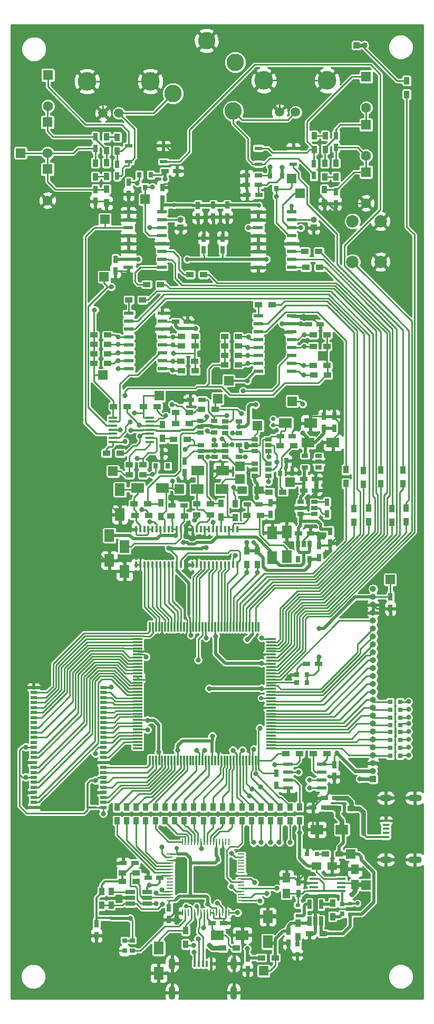
<source format=gbr>
G04 #@! TF.FileFunction,Copper,L1,Top,Signal*
%FSLAX46Y46*%
G04 Gerber Fmt 4.6, Leading zero omitted, Abs format (unit mm)*
G04 Created by KiCad (PCBNEW 4.0.6) date Tue Sep  5 00:59:50 2017*
%MOMM*%
%LPD*%
G01*
G04 APERTURE LIST*
%ADD10C,0.100000*%
%ADD11R,0.900000X1.200000*%
%ADD12R,1.000000X1.000000*%
%ADD13O,1.000000X1.000000*%
%ADD14R,0.750000X1.200000*%
%ADD15R,1.550000X0.300000*%
%ADD16R,0.300000X1.550000*%
%ADD17R,0.800000X0.800000*%
%ADD18R,0.250000X1.000000*%
%ADD19R,1.000000X0.250000*%
%ADD20R,1.200000X0.900000*%
%ADD21R,1.200000X0.750000*%
%ADD22R,1.250000X1.500000*%
%ADD23R,1.500000X1.250000*%
%ADD24R,0.800000X0.600000*%
%ADD25R,0.650000X1.560000*%
%ADD26R,1.560000X0.650000*%
%ADD27R,1.100000X0.500000*%
%ADD28R,1.600000X2.000000*%
%ADD29R,2.000000X1.600000*%
%ADD30R,0.800000X0.900000*%
%ADD31R,1.300000X0.600000*%
%ADD32R,1.500000X0.600000*%
%ADD33R,1.450000X0.450000*%
%ADD34R,1.060000X0.650000*%
%ADD35R,0.701040X1.000760*%
%ADD36R,0.400000X1.100000*%
%ADD37C,2.000000*%
%ADD38R,1.600000X1.600000*%
%ADD39C,1.600000*%
%ADD40R,1.524000X1.524000*%
%ADD41R,0.450000X1.100000*%
%ADD42O,1.100000X1.900000*%
%ADD43O,1.100000X2.200000*%
%ADD44R,1.100000X0.450000*%
%ADD45O,1.900000X1.100000*%
%ADD46O,2.200000X1.100000*%
%ADD47R,1.500000X1.300000*%
%ADD48R,1.550000X0.600000*%
%ADD49C,3.000000*%
%ADD50C,1.500000*%
%ADD51C,2.800000*%
%ADD52C,0.800000*%
%ADD53C,0.700000*%
%ADD54C,0.250000*%
%ADD55C,0.375000*%
%ADD56C,0.500000*%
%ADD57C,0.750000*%
%ADD58C,0.625000*%
%ADD59C,0.254000*%
G04 APERTURE END LIST*
D10*
D11*
X147171000Y-105614500D03*
X147171000Y-107814500D03*
X138154000Y-60656500D03*
X138154000Y-62856500D03*
D12*
X145964500Y-155165000D03*
D13*
X145964500Y-153895000D03*
X145964500Y-152625000D03*
X145964500Y-151355000D03*
X145964500Y-150085000D03*
X145964500Y-148815000D03*
X145964500Y-147545000D03*
X145964500Y-146275000D03*
X145964500Y-145005000D03*
X145964500Y-143735000D03*
X145964500Y-142465000D03*
X145964500Y-141195000D03*
X145964500Y-139925000D03*
X145964500Y-138655000D03*
X145964500Y-137385000D03*
X145964500Y-136115000D03*
X145964500Y-134845000D03*
X145964500Y-133575000D03*
X145964500Y-132305000D03*
X145964500Y-131035000D03*
X145964500Y-129765000D03*
X145964500Y-128495000D03*
X145964500Y-127225000D03*
X145964500Y-125955000D03*
X145964500Y-124685000D03*
D14*
X101387500Y-52168000D03*
X101387500Y-54068000D03*
D15*
X108145000Y-132691000D03*
X108145000Y-133191000D03*
X108145000Y-133691000D03*
X108145000Y-134191000D03*
X108145000Y-134691000D03*
X108145000Y-135191000D03*
X108145000Y-135691000D03*
X108145000Y-136191000D03*
X108145000Y-136691000D03*
X108145000Y-137191000D03*
X108145000Y-137691000D03*
X108145000Y-138191000D03*
X108145000Y-138691000D03*
X108145000Y-139191000D03*
X108145000Y-139691000D03*
X108145000Y-140191000D03*
X108145000Y-140691000D03*
X108145000Y-141191000D03*
X108145000Y-141691000D03*
X108145000Y-142191000D03*
X108145000Y-142691000D03*
X108145000Y-143191000D03*
X108145000Y-143691000D03*
X108145000Y-144191000D03*
X108145000Y-144691000D03*
X108145000Y-145191000D03*
X108145000Y-145691000D03*
X108145000Y-146191000D03*
X108145000Y-146691000D03*
X108145000Y-147191000D03*
X108145000Y-147691000D03*
X108145000Y-148191000D03*
X108145000Y-148691000D03*
X108145000Y-149191000D03*
X108145000Y-149691000D03*
X108145000Y-150191000D03*
D16*
X110095000Y-152141000D03*
X110595000Y-152141000D03*
X111095000Y-152141000D03*
X111595000Y-152141000D03*
X112095000Y-152141000D03*
X112595000Y-152141000D03*
X113095000Y-152141000D03*
X113595000Y-152141000D03*
X114095000Y-152141000D03*
X114595000Y-152141000D03*
X115095000Y-152141000D03*
X115595000Y-152141000D03*
X116095000Y-152141000D03*
X116595000Y-152141000D03*
X117095000Y-152141000D03*
X117595000Y-152141000D03*
X118095000Y-152141000D03*
X118595000Y-152141000D03*
X119095000Y-152141000D03*
X119595000Y-152141000D03*
X120095000Y-152141000D03*
X120595000Y-152141000D03*
X121095000Y-152141000D03*
X121595000Y-152141000D03*
X122095000Y-152141000D03*
X122595000Y-152141000D03*
X123095000Y-152141000D03*
X123595000Y-152141000D03*
X124095000Y-152141000D03*
X124595000Y-152141000D03*
X125095000Y-152141000D03*
X125595000Y-152141000D03*
X126095000Y-152141000D03*
X126595000Y-152141000D03*
X127095000Y-152141000D03*
X127595000Y-152141000D03*
D15*
X129545000Y-150191000D03*
X129545000Y-149691000D03*
X129545000Y-149191000D03*
X129545000Y-148691000D03*
X129545000Y-148191000D03*
X129545000Y-147691000D03*
X129545000Y-147191000D03*
X129545000Y-146691000D03*
X129545000Y-146191000D03*
X129545000Y-145691000D03*
X129545000Y-145191000D03*
X129545000Y-144691000D03*
X129545000Y-144191000D03*
X129545000Y-143691000D03*
X129545000Y-143191000D03*
X129545000Y-142691000D03*
X129545000Y-142191000D03*
X129545000Y-141691000D03*
X129545000Y-141191000D03*
X129545000Y-140691000D03*
X129545000Y-140191000D03*
X129545000Y-139691000D03*
X129545000Y-139191000D03*
X129545000Y-138691000D03*
X129545000Y-138191000D03*
X129545000Y-137691000D03*
X129545000Y-137191000D03*
X129545000Y-136691000D03*
X129545000Y-136191000D03*
X129545000Y-135691000D03*
X129545000Y-135191000D03*
X129545000Y-134691000D03*
X129545000Y-134191000D03*
X129545000Y-133691000D03*
X129545000Y-133191000D03*
X129545000Y-132691000D03*
D16*
X127595000Y-130741000D03*
X127095000Y-130741000D03*
X126595000Y-130741000D03*
X126095000Y-130741000D03*
X125595000Y-130741000D03*
X125095000Y-130741000D03*
X124595000Y-130741000D03*
X124095000Y-130741000D03*
X123595000Y-130741000D03*
X123095000Y-130741000D03*
X122595000Y-130741000D03*
X122095000Y-130741000D03*
X121595000Y-130741000D03*
X121095000Y-130741000D03*
X120595000Y-130741000D03*
X120095000Y-130741000D03*
X119595000Y-130741000D03*
X119095000Y-130741000D03*
X118595000Y-130741000D03*
X118095000Y-130741000D03*
X117595000Y-130741000D03*
X117095000Y-130741000D03*
X116595000Y-130741000D03*
X116095000Y-130741000D03*
X115595000Y-130741000D03*
X115095000Y-130741000D03*
X114595000Y-130741000D03*
X114095000Y-130741000D03*
X113595000Y-130741000D03*
X113095000Y-130741000D03*
X112595000Y-130741000D03*
X112095000Y-130741000D03*
X111595000Y-130741000D03*
X111095000Y-130741000D03*
X110595000Y-130741000D03*
X110095000Y-130741000D03*
D17*
X150326860Y-147618912D03*
X148726860Y-147618912D03*
D18*
X115321100Y-176591000D03*
X115821100Y-176591000D03*
X116321100Y-176591000D03*
X116821100Y-176591000D03*
X117321100Y-176591000D03*
X117821100Y-176591000D03*
X118321100Y-176591000D03*
X118821100Y-176591000D03*
X119321100Y-176591000D03*
X119821100Y-176591000D03*
X120321100Y-176591000D03*
X120821100Y-176591000D03*
X121321100Y-176591000D03*
X121821100Y-176591000D03*
X122321100Y-176591000D03*
X122821100Y-176591000D03*
D19*
X124771100Y-174641000D03*
X124771100Y-174141000D03*
X124771100Y-173641000D03*
X124771100Y-173141000D03*
X124771100Y-172641000D03*
X124771100Y-172141000D03*
X124771100Y-171641000D03*
X124771100Y-171141000D03*
X124771100Y-170641000D03*
X124771100Y-170141000D03*
X124771100Y-169641000D03*
X124771100Y-169141000D03*
X124771100Y-168641000D03*
X124771100Y-168141000D03*
X124771100Y-167641000D03*
X124771100Y-167141000D03*
D18*
X122821100Y-165191000D03*
X122321100Y-165191000D03*
X121821100Y-165191000D03*
X121321100Y-165191000D03*
X120821100Y-165191000D03*
X120321100Y-165191000D03*
X119821100Y-165191000D03*
X119321100Y-165191000D03*
X118821100Y-165191000D03*
X118321100Y-165191000D03*
X117821100Y-165191000D03*
X117321100Y-165191000D03*
X116821100Y-165191000D03*
X116321100Y-165191000D03*
X115821100Y-165191000D03*
X115321100Y-165191000D03*
D19*
X113371100Y-167141000D03*
X113371100Y-167641000D03*
X113371100Y-168141000D03*
X113371100Y-168641000D03*
X113371100Y-169141000D03*
X113371100Y-169641000D03*
X113371100Y-170141000D03*
X113371100Y-170641000D03*
X113371100Y-171141000D03*
X113371100Y-171641000D03*
X113371100Y-172141000D03*
X113371100Y-172641000D03*
X113371100Y-173141000D03*
X113371100Y-173641000D03*
X113371100Y-174141000D03*
X113371100Y-174641000D03*
D20*
X105683000Y-170180000D03*
X107883000Y-170180000D03*
D14*
X101555000Y-178361000D03*
X101555000Y-180261000D03*
D21*
X140040000Y-158229500D03*
X138140000Y-158229500D03*
D14*
X125818500Y-183822500D03*
X125818500Y-185722500D03*
D21*
X138191000Y-159753500D03*
X136291000Y-159753500D03*
D14*
X132375000Y-179561000D03*
X132375000Y-181461000D03*
X133946500Y-173530500D03*
X133946500Y-171630500D03*
D21*
X107705000Y-168611000D03*
X105805000Y-168611000D03*
D22*
X132041500Y-173513000D03*
X132041500Y-171013000D03*
X143027000Y-172116000D03*
X143027000Y-169616000D03*
D23*
X136887500Y-169151500D03*
X139387500Y-169151500D03*
D21*
X120095000Y-178231000D03*
X121995000Y-178231000D03*
D14*
X113175000Y-175801000D03*
X113175000Y-177701000D03*
D21*
X111745000Y-170961000D03*
X109845000Y-170961000D03*
D14*
X130454000Y-154231500D03*
X130454000Y-156131500D03*
X139725000Y-152834500D03*
X139725000Y-154734500D03*
X148745000Y-125898500D03*
X148745000Y-127798500D03*
D24*
X142255000Y-175085000D03*
X142255000Y-176785000D03*
D17*
X136959000Y-167172000D03*
X135359000Y-167172000D03*
X140985000Y-175173000D03*
X140985000Y-176773000D03*
X133805000Y-181681000D03*
X133805000Y-183281000D03*
X150288860Y-151428912D03*
X148688860Y-151428912D03*
X150288860Y-150158912D03*
X148688860Y-150158912D03*
X150288860Y-148888912D03*
X148688860Y-148888912D03*
X150288860Y-146475912D03*
X148688860Y-146475912D03*
X150288860Y-145332912D03*
X148688860Y-145332912D03*
X150288860Y-144062912D03*
X148688860Y-144062912D03*
X150288860Y-142792912D03*
X148688860Y-142792912D03*
D20*
X142412500Y-159880500D03*
X140212500Y-159880500D03*
X128031000Y-183809000D03*
X130231000Y-183809000D03*
X121797500Y-182232500D03*
X123997500Y-182232500D03*
D11*
X115845000Y-181641000D03*
X115845000Y-179441000D03*
D20*
X137925000Y-179911000D03*
X135725000Y-179911000D03*
X140518000Y-167172000D03*
X138318000Y-167172000D03*
D11*
X133865000Y-180481000D03*
X133865000Y-178281000D03*
X139461000Y-177205000D03*
X139461000Y-175005000D03*
D20*
X105683000Y-171577000D03*
X107883000Y-171577000D03*
D11*
X103901000Y-175351000D03*
X103901000Y-173151000D03*
X102377000Y-173171000D03*
X102377000Y-175371000D03*
X131053322Y-159641000D03*
X131053322Y-161841000D03*
X127969990Y-159641000D03*
X127969990Y-161841000D03*
X129511656Y-159641000D03*
X129511656Y-161841000D03*
X132594988Y-159641000D03*
X132594988Y-161841000D03*
X124886658Y-159641000D03*
X124886658Y-161841000D03*
X126428324Y-159641000D03*
X126428324Y-161841000D03*
X123344992Y-159641000D03*
X123344992Y-161841000D03*
X121803326Y-159641000D03*
X121803326Y-161841000D03*
X120261660Y-159641000D03*
X120261660Y-161841000D03*
X118719994Y-159641000D03*
X118719994Y-161841000D03*
X117178328Y-159641000D03*
X117178328Y-161841000D03*
X115636662Y-159641000D03*
X115636662Y-161841000D03*
X114094996Y-159641000D03*
X114094996Y-161841000D03*
X112553330Y-159641000D03*
X112553330Y-161841000D03*
X111011664Y-159641000D03*
X111011664Y-161841000D03*
X109469998Y-159641000D03*
X109469998Y-161841000D03*
X107928332Y-159641000D03*
X107928332Y-161841000D03*
X106386666Y-159641000D03*
X106386666Y-161841000D03*
X104845000Y-159641000D03*
X104845000Y-161841000D03*
X134127000Y-161795000D03*
X134127000Y-159595000D03*
D20*
X138539000Y-151117500D03*
X136339000Y-151117500D03*
X131957500Y-151054000D03*
X134157500Y-151054000D03*
D25*
X135725000Y-177941000D03*
X136675000Y-177941000D03*
X137625000Y-177941000D03*
X137625000Y-175241000D03*
X135725000Y-175241000D03*
D26*
X106961000Y-173233000D03*
X106961000Y-174183000D03*
X106961000Y-175133000D03*
X109661000Y-175133000D03*
X109661000Y-173233000D03*
X109661000Y-174183000D03*
D27*
X102655000Y-159691000D03*
X102655000Y-158891000D03*
X102655000Y-158091000D03*
X102655000Y-157291000D03*
X102655000Y-156491000D03*
X102655000Y-155691000D03*
X102655000Y-154891000D03*
X102655000Y-154091000D03*
X102655000Y-153291000D03*
X102655000Y-152491000D03*
X102655000Y-151691000D03*
X102655000Y-150891000D03*
X102655000Y-150091000D03*
X102655000Y-149291000D03*
X102655000Y-148491000D03*
X102655000Y-147691000D03*
X102655000Y-146891000D03*
X102655000Y-146091000D03*
X102655000Y-145291000D03*
X102655000Y-144491000D03*
X102655000Y-143691000D03*
X102655000Y-142891000D03*
X102655000Y-142091000D03*
X102655000Y-141291000D03*
X102655000Y-140491000D03*
X91455000Y-140491000D03*
X91455000Y-141291000D03*
X91455000Y-142091000D03*
X91455000Y-142891000D03*
X91455000Y-143691000D03*
X91455000Y-144491000D03*
X91455000Y-145291000D03*
X91455000Y-146091000D03*
X91455000Y-146891000D03*
X91455000Y-147691000D03*
X91455000Y-148491000D03*
X91455000Y-149291000D03*
X91455000Y-150091000D03*
X91455000Y-150891000D03*
X91455000Y-151691000D03*
X91455000Y-152491000D03*
X91455000Y-153291000D03*
X91455000Y-154091000D03*
X91455000Y-154891000D03*
X91455000Y-155691000D03*
X91455000Y-156491000D03*
X91455000Y-157291000D03*
X91455000Y-158091000D03*
X91455000Y-158891000D03*
X91455000Y-159691000D03*
D21*
X137182500Y-136703000D03*
X135282500Y-136703000D03*
D28*
X111531000Y-182264500D03*
X111531000Y-186264500D03*
D29*
X120965000Y-180181000D03*
X124965000Y-180181000D03*
D24*
X133873000Y-175339000D03*
X133873000Y-177039000D03*
D14*
X122525000Y-65040000D03*
X122525000Y-63140000D03*
X120300000Y-65050000D03*
X120300000Y-63150000D03*
X112119000Y-60296000D03*
X112119000Y-62196000D03*
D21*
X125647000Y-58391000D03*
X127547000Y-58391000D03*
D14*
X117835000Y-65060000D03*
X117835000Y-63160000D03*
D21*
X116625000Y-94375000D03*
X118525000Y-94375000D03*
D14*
X106721500Y-61373000D03*
X106721500Y-59473000D03*
X115725000Y-106075000D03*
X115725000Y-104175000D03*
D21*
X125710500Y-61502500D03*
X127610500Y-61502500D03*
D14*
X138061000Y-96983000D03*
X138061000Y-98883000D03*
D21*
X116125000Y-81850000D03*
X114225000Y-81850000D03*
X137475000Y-82280000D03*
X135575000Y-82280000D03*
D14*
X121800000Y-68400000D03*
X121800000Y-70300000D03*
D21*
X125647000Y-59915000D03*
X127547000Y-59915000D03*
X114450000Y-57683000D03*
X112550000Y-57683000D03*
D14*
X118754000Y-68438000D03*
X118754000Y-70338000D03*
X104575000Y-73720000D03*
X104575000Y-71820000D03*
X139712000Y-96983000D03*
X139712000Y-98883000D03*
X104880000Y-56552000D03*
X104880000Y-58452000D03*
X136439500Y-56488500D03*
X136439500Y-58388500D03*
X101387500Y-60616000D03*
X101387500Y-62516000D03*
X139995500Y-51980000D03*
X139995500Y-53880000D03*
X139995500Y-60997000D03*
X139995500Y-62897000D03*
X138550000Y-112675000D03*
X138550000Y-110775000D03*
D21*
X136725000Y-107050000D03*
X134825000Y-107050000D03*
X134025000Y-115750000D03*
X135925000Y-115750000D03*
D14*
X137275000Y-119650000D03*
X137275000Y-117750000D03*
D28*
X103625000Y-116100000D03*
X103625000Y-120100000D03*
D21*
X113675000Y-111250000D03*
X115575000Y-111250000D03*
D14*
X129525000Y-110850000D03*
X129525000Y-112750000D03*
D28*
X106075000Y-117850000D03*
X106075000Y-121850000D03*
X132125000Y-119500000D03*
X132125000Y-115500000D03*
X129765000Y-119680000D03*
X129765000Y-115680000D03*
D21*
X127675000Y-111150000D03*
X125775000Y-111150000D03*
D29*
X121725000Y-108650000D03*
X117725000Y-108650000D03*
X117786000Y-105715000D03*
X121786000Y-105715000D03*
X131900000Y-98100000D03*
X135900000Y-98100000D03*
X112125000Y-108500000D03*
X108125000Y-108500000D03*
D28*
X105325000Y-108750000D03*
X105325000Y-112750000D03*
D21*
X132975000Y-100150000D03*
X131075000Y-100150000D03*
D30*
X110310000Y-58283000D03*
X108410000Y-58283000D03*
X109360000Y-60283000D03*
X131357000Y-58470500D03*
X129457000Y-58470500D03*
X130407000Y-60470500D03*
X131050000Y-106100000D03*
X132950000Y-106100000D03*
X132000000Y-104100000D03*
X111075000Y-104975000D03*
X112975000Y-104975000D03*
X112025000Y-102975000D03*
D11*
X104880000Y-54454000D03*
X104880000Y-52254000D03*
X103165500Y-52218500D03*
X103165500Y-54418500D03*
X103165500Y-56347250D03*
X103165500Y-58547250D03*
X103165500Y-60593000D03*
X103165500Y-62793000D03*
X136503000Y-54220500D03*
X136503000Y-52020500D03*
X138281000Y-52000000D03*
X138281000Y-54200000D03*
X138217500Y-56402000D03*
X138217500Y-58602000D03*
D20*
X131475000Y-109125000D03*
X129275000Y-109125000D03*
D11*
X121564000Y-110950000D03*
X121564000Y-113150000D03*
D20*
X117675000Y-111050000D03*
X119875000Y-111050000D03*
D11*
X111925000Y-110850000D03*
X111925000Y-113050000D03*
D20*
X107575000Y-111000000D03*
X109775000Y-111000000D03*
X109025000Y-106350000D03*
X106825000Y-106350000D03*
D11*
X127375000Y-118550000D03*
X127375000Y-120750000D03*
X125725000Y-118550000D03*
X125725000Y-120750000D03*
X112175000Y-98350000D03*
X112175000Y-100550000D03*
D20*
X116425000Y-96375000D03*
X114225000Y-96375000D03*
D31*
X106700000Y-56153000D03*
X106700000Y-53613000D03*
X112300000Y-53613000D03*
X112300000Y-56153000D03*
X127549500Y-56549500D03*
X127549500Y-54009500D03*
X133149500Y-54009500D03*
X133149500Y-56549500D03*
D32*
X106659000Y-64210000D03*
X106659000Y-65480000D03*
X106659000Y-66750000D03*
X106659000Y-68020000D03*
X106659000Y-69290000D03*
X106659000Y-70560000D03*
X106659000Y-71830000D03*
X106659000Y-73100000D03*
X112059000Y-73100000D03*
X112059000Y-71830000D03*
X112059000Y-70560000D03*
X112059000Y-69290000D03*
X112059000Y-68020000D03*
X112059000Y-66750000D03*
X112059000Y-65480000D03*
X112059000Y-64210000D03*
X127487000Y-64210000D03*
X127487000Y-65480000D03*
X127487000Y-66750000D03*
X127487000Y-68020000D03*
X127487000Y-69290000D03*
X127487000Y-70560000D03*
X127487000Y-71830000D03*
X127487000Y-73100000D03*
X132887000Y-73100000D03*
X132887000Y-71830000D03*
X132887000Y-70560000D03*
X132887000Y-69290000D03*
X132887000Y-68020000D03*
X132887000Y-66750000D03*
X132887000Y-65480000D03*
X132887000Y-64210000D03*
X132922877Y-89791761D03*
X132922877Y-88521761D03*
X132922877Y-87251761D03*
X132922877Y-85981761D03*
X132922877Y-84711761D03*
X132922877Y-83441761D03*
X132922877Y-82171761D03*
X132922877Y-80901761D03*
X127522877Y-80901761D03*
X127522877Y-82171761D03*
X127522877Y-83441761D03*
X127522877Y-84711761D03*
X127522877Y-85981761D03*
X127522877Y-87251761D03*
X127522877Y-88521761D03*
X127522877Y-89791761D03*
X112138582Y-89347156D03*
X112138582Y-88077156D03*
X112138582Y-86807156D03*
X112138582Y-85537156D03*
X112138582Y-84267156D03*
X112138582Y-82997156D03*
X112138582Y-81727156D03*
X112138582Y-80457156D03*
X106738582Y-80457156D03*
X106738582Y-81727156D03*
X106738582Y-82997156D03*
X106738582Y-84267156D03*
X106738582Y-85537156D03*
X106738582Y-86807156D03*
X106738582Y-88077156D03*
X106738582Y-89347156D03*
D33*
X104175000Y-97200000D03*
X104175000Y-97850000D03*
X104175000Y-98500000D03*
X104175000Y-99150000D03*
X104175000Y-99800000D03*
X104175000Y-100450000D03*
X104175000Y-101100000D03*
X110075000Y-101100000D03*
X110075000Y-100450000D03*
X110075000Y-99800000D03*
X110075000Y-99150000D03*
X110075000Y-98500000D03*
X110075000Y-97850000D03*
X110075000Y-97200000D03*
D34*
X134325000Y-110725000D03*
X134325000Y-111675000D03*
X134325000Y-112625000D03*
X136525000Y-112625000D03*
X136525000Y-110725000D03*
X136525000Y-111675000D03*
D35*
X133875040Y-119898880D03*
X135774960Y-119898880D03*
X133875040Y-117501120D03*
X134825000Y-117501120D03*
X135774960Y-117501120D03*
D34*
X137225000Y-105225000D03*
X137225000Y-104275000D03*
X137225000Y-103325000D03*
X135025000Y-103325000D03*
X135025000Y-105225000D03*
D36*
X107925000Y-115100000D03*
X108575000Y-115100000D03*
X109225000Y-115100000D03*
X109875000Y-115100000D03*
X110525000Y-115100000D03*
X111175000Y-115100000D03*
X111825000Y-115100000D03*
X112475000Y-115100000D03*
X113125000Y-115100000D03*
X113775000Y-115100000D03*
X114425000Y-115100000D03*
X115075000Y-115100000D03*
X115075000Y-120800000D03*
X114425000Y-120800000D03*
X113775000Y-120800000D03*
X113125000Y-120800000D03*
X112475000Y-120800000D03*
X111825000Y-120800000D03*
X111175000Y-120800000D03*
X110525000Y-120800000D03*
X109875000Y-120800000D03*
X109225000Y-120800000D03*
X108575000Y-120800000D03*
X107925000Y-120800000D03*
X117000000Y-115100000D03*
X117650000Y-115100000D03*
X118300000Y-115100000D03*
X118950000Y-115100000D03*
X119600000Y-115100000D03*
X120250000Y-115100000D03*
X120900000Y-115100000D03*
X121550000Y-115100000D03*
X122200000Y-115100000D03*
X122850000Y-115100000D03*
X123500000Y-115100000D03*
X124150000Y-115100000D03*
X124150000Y-120800000D03*
X123500000Y-120800000D03*
X122850000Y-120800000D03*
X122200000Y-120800000D03*
X121550000Y-120800000D03*
X120900000Y-120800000D03*
X120250000Y-120800000D03*
X119600000Y-120800000D03*
X118950000Y-120800000D03*
X118300000Y-120800000D03*
X117650000Y-120800000D03*
X117000000Y-120800000D03*
D34*
X118200000Y-97700000D03*
X118200000Y-98650000D03*
X118200000Y-99600000D03*
X120400000Y-99600000D03*
X120400000Y-97700000D03*
X118300000Y-101625000D03*
X118300000Y-102575000D03*
X118300000Y-103525000D03*
X120500000Y-103525000D03*
X120500000Y-101625000D03*
X126975000Y-104600000D03*
X126975000Y-105550000D03*
X126975000Y-106500000D03*
X129175000Y-106500000D03*
X129175000Y-104600000D03*
X129175000Y-105550000D03*
X126925000Y-100700000D03*
X126925000Y-101650000D03*
X126925000Y-102600000D03*
X129125000Y-102600000D03*
X129125000Y-100700000D03*
X129125000Y-101650000D03*
X122250000Y-101625000D03*
X122250000Y-102575000D03*
X122250000Y-103525000D03*
X124450000Y-103525000D03*
X124450000Y-101625000D03*
X122225000Y-97800000D03*
X122225000Y-98750000D03*
X122225000Y-99700000D03*
X124425000Y-99700000D03*
X124425000Y-97800000D03*
D20*
X113900000Y-100700000D03*
X116100000Y-100700000D03*
X114225000Y-98125000D03*
X116425000Y-98125000D03*
X106485000Y-95440000D03*
X104285000Y-95440000D03*
X118450000Y-95850000D03*
X120650000Y-95850000D03*
X105350000Y-102900000D03*
X103150000Y-102900000D03*
X109100000Y-95450000D03*
X111300000Y-95450000D03*
X106825000Y-104775000D03*
X109025000Y-104775000D03*
X124347877Y-85746761D03*
X122147877Y-85746761D03*
X103333857Y-85472768D03*
X101133857Y-85472768D03*
X122147877Y-87246761D03*
X124347877Y-87246761D03*
X101143857Y-86944393D03*
X103343857Y-86944393D03*
X122147877Y-88721761D03*
X124347877Y-88721761D03*
X101143857Y-88516018D03*
X103343857Y-88516018D03*
X122147877Y-84196761D03*
X124347877Y-84196761D03*
X101133857Y-83971143D03*
X103333857Y-83971143D03*
X138602877Y-90371761D03*
X136402877Y-90371761D03*
X117358582Y-89732156D03*
X115158582Y-89732156D03*
X138572877Y-83921761D03*
X136372877Y-83921761D03*
X117358582Y-84222156D03*
X115158582Y-84222156D03*
X138552877Y-88861761D03*
X136352877Y-88861761D03*
X117338582Y-88152156D03*
X115138582Y-88152156D03*
X138547877Y-85771761D03*
X136347877Y-85771761D03*
X117378582Y-85742156D03*
X115178582Y-85742156D03*
D11*
X139995500Y-56402000D03*
X139995500Y-58602000D03*
X101387500Y-56402000D03*
X101387500Y-58602000D03*
D29*
X139500000Y-101200000D03*
X135500000Y-101200000D03*
D37*
X147162500Y-72234000D03*
X142662500Y-72234000D03*
X147162500Y-65734000D03*
X142662500Y-65734000D03*
D11*
X151362000Y-45394000D03*
X151362000Y-43194000D03*
D29*
X140953000Y-163235000D03*
X136953000Y-163235000D03*
D28*
X129047000Y-181237000D03*
X129047000Y-177237000D03*
D38*
X93687500Y-49835000D03*
D39*
X93687500Y-54835000D03*
D38*
X93687500Y-57391500D03*
D39*
X93687500Y-62391500D03*
D38*
X144821500Y-50263000D03*
D39*
X144821500Y-55263000D03*
D38*
X144821500Y-57819500D03*
D39*
X144821500Y-62819500D03*
D38*
X144865177Y-42545957D03*
D39*
X144865177Y-47545957D03*
D38*
X93751000Y-42295000D03*
D39*
X93751000Y-47295000D03*
D14*
X139050000Y-115400000D03*
X139050000Y-117300000D03*
D21*
X134800000Y-108875000D03*
X136700000Y-108875000D03*
D20*
X113525000Y-112950000D03*
X115725000Y-112950000D03*
X125675000Y-112900000D03*
X127875000Y-112900000D03*
D11*
X123825000Y-111000000D03*
X123825000Y-113200000D03*
D20*
X117625000Y-112800000D03*
X119825000Y-112800000D03*
X133225000Y-101675000D03*
X131025000Y-101675000D03*
X109925000Y-112900000D03*
X107725000Y-112900000D03*
D12*
X143281000Y-37516000D03*
D13*
X144551000Y-37516000D03*
D12*
X115040000Y-66773000D03*
D13*
X115040000Y-65503000D03*
D12*
X136439500Y-66773000D03*
D13*
X136439500Y-65503000D03*
D40*
X134275000Y-61225000D03*
X132875000Y-58875000D03*
X109325000Y-62175000D03*
X89369500Y-54788000D03*
X102875000Y-65425000D03*
X102784500Y-74647000D03*
X137865000Y-87325000D03*
X102575000Y-90395000D03*
X132625000Y-107575000D03*
X122775000Y-91275000D03*
X132975000Y-94575000D03*
X124612000Y-107048500D03*
X114875000Y-108625000D03*
X124612000Y-105016500D03*
X127425000Y-98485000D03*
X121005000Y-94155000D03*
X111611000Y-93697000D03*
X104185000Y-105805000D03*
X142392000Y-167183000D03*
X128375000Y-185899000D03*
X144805000Y-172136000D03*
X148695000Y-123161000D03*
D20*
X116543500Y-74266000D03*
X118743500Y-74266000D03*
X109622000Y-75853500D03*
X111822000Y-75853500D03*
X135022000Y-70583000D03*
X137222000Y-70583000D03*
D11*
X148949000Y-111774000D03*
X148949000Y-113974000D03*
D20*
X135169500Y-73123000D03*
X137369500Y-73123000D03*
D11*
X151298500Y-111667500D03*
X151298500Y-113867500D03*
X150775000Y-105575000D03*
X150775000Y-107775000D03*
X141583000Y-105551000D03*
X141583000Y-107751000D03*
X142853000Y-111774000D03*
X142853000Y-113974000D03*
D20*
X127549500Y-79092000D03*
X129749500Y-79092000D03*
D11*
X144440500Y-105678000D03*
X144440500Y-107878000D03*
X145266000Y-111710500D03*
X145266000Y-113910500D03*
D20*
X106764500Y-78330000D03*
X108964500Y-78330000D03*
D41*
X117345000Y-184741000D03*
X117995000Y-184741000D03*
X118645000Y-184741000D03*
X119295000Y-184741000D03*
X119945000Y-184741000D03*
D42*
X113695000Y-184741000D03*
X123595000Y-184741000D03*
D43*
X113695000Y-189416000D03*
X123595000Y-189416000D03*
D44*
X148011500Y-164419000D03*
X148011500Y-163769000D03*
X148011500Y-163119000D03*
X148011500Y-162469000D03*
X148011500Y-161819000D03*
D45*
X148011500Y-168069000D03*
X148011500Y-158169000D03*
D46*
X152686500Y-168069000D03*
X152686500Y-158169000D03*
D47*
X127625000Y-108850000D03*
X124925000Y-108850000D03*
D33*
X136423000Y-171168500D03*
X136423000Y-171818500D03*
X136423000Y-172468500D03*
X136423000Y-173118500D03*
X140823000Y-173118500D03*
X140823000Y-172468500D03*
X140823000Y-171818500D03*
X140823000Y-171168500D03*
D48*
X132295000Y-152786000D03*
X132295000Y-154056000D03*
X132295000Y-155326000D03*
X132295000Y-156596000D03*
X137695000Y-156596000D03*
X137695000Y-155326000D03*
X137695000Y-154056000D03*
X137695000Y-152786000D03*
D10*
G36*
X105680000Y-180676500D02*
X106480000Y-180676500D01*
X106480000Y-181376500D01*
X105680000Y-181376500D01*
X105680000Y-180676500D01*
X105680000Y-180676500D01*
G37*
G36*
X105680000Y-182326500D02*
X106480000Y-182326500D01*
X106480000Y-183026500D01*
X105680000Y-183026500D01*
X105680000Y-182326500D01*
X105680000Y-182326500D01*
G37*
G36*
X106930000Y-182326500D02*
X107730000Y-182326500D01*
X107730000Y-183026500D01*
X106930000Y-183026500D01*
X106930000Y-182326500D01*
X106930000Y-182326500D01*
G37*
G36*
X106930000Y-180676500D02*
X107730000Y-180676500D01*
X107730000Y-181376500D01*
X106930000Y-181376500D01*
X106930000Y-180676500D01*
X106930000Y-180676500D01*
G37*
G36*
X135692500Y-138037500D02*
X135692500Y-138837500D01*
X134992500Y-138837500D01*
X134992500Y-138037500D01*
X135692500Y-138037500D01*
X135692500Y-138037500D01*
G37*
G36*
X134042500Y-138037500D02*
X134042500Y-138837500D01*
X133342500Y-138837500D01*
X133342500Y-138037500D01*
X134042500Y-138037500D01*
X134042500Y-138037500D01*
G37*
G36*
X134042500Y-139287500D02*
X134042500Y-140087500D01*
X133342500Y-140087500D01*
X133342500Y-139287500D01*
X134042500Y-139287500D01*
X134042500Y-139287500D01*
G37*
G36*
X135692500Y-139287500D02*
X135692500Y-140087500D01*
X134992500Y-140087500D01*
X134992500Y-139287500D01*
X135692500Y-139287500D01*
X135692500Y-139287500D01*
G37*
D49*
X100037500Y-43294500D03*
X110197500Y-43294500D03*
D50*
X102577500Y-48374500D03*
X105117500Y-48374500D03*
D51*
X119217000Y-36763000D03*
X123817000Y-40263000D03*
X113817000Y-45263000D03*
X123517000Y-48063000D03*
D49*
X128422000Y-43167500D03*
X138582000Y-43167500D03*
D50*
X130962000Y-48247500D03*
X133502000Y-48247500D03*
D52*
X137248500Y-135623500D03*
X137248500Y-130988000D03*
X140169500Y-150990500D03*
X123855000Y-119345000D03*
X119175000Y-118085000D03*
X113150000Y-118175000D03*
D53*
X128000000Y-142175000D03*
D52*
X117109000Y-181777000D03*
X90185000Y-150027000D03*
X90184998Y-154853000D03*
X102631000Y-160695000D03*
X106949000Y-177459000D03*
X116730590Y-132076395D03*
X109520002Y-135549000D03*
X119649000Y-181777000D03*
X134127000Y-163743000D03*
X120157000Y-148249000D03*
X120665000Y-132247000D03*
X112029000Y-166029000D03*
X123205000Y-167045000D03*
X118379000Y-166283000D03*
X123205000Y-172379000D03*
X109743000Y-147233000D03*
X127777000Y-146979000D03*
X114569000Y-150535000D03*
X103901000Y-140375000D03*
X101361000Y-155361000D03*
X101361000Y-151043000D03*
X110069000Y-172125000D03*
X128031000Y-136565000D03*
X95201000Y-158445000D03*
X96661000Y-159635000D03*
X93891000Y-159685000D03*
X102801000Y-178655000D03*
X104461000Y-178655000D03*
X106281000Y-179745000D03*
X108611000Y-179025000D03*
X111301000Y-178565000D03*
X111801000Y-176835000D03*
X120066500Y-108318500D03*
X126199500Y-110096500D03*
X114388500Y-54915000D03*
X132490653Y-138803153D03*
X133248000Y-158102500D03*
X144932000Y-170294500D03*
X117015000Y-116375000D03*
X114135866Y-102289134D03*
D53*
X148175000Y-75225000D03*
X115883492Y-107371312D03*
D52*
X115975000Y-109924998D03*
X126914500Y-74583500D03*
X129962500Y-74520000D03*
D53*
X133645500Y-74583500D03*
X136503000Y-74583500D03*
D52*
X106531000Y-74900998D03*
X118786500Y-72869000D03*
X121390000Y-73100000D03*
D53*
X103861356Y-77326703D03*
D52*
X139868500Y-64677500D03*
X137836500Y-68170000D03*
X134915500Y-68170000D03*
X124692000Y-52485500D03*
X133137500Y-52485500D03*
X134979000Y-57883000D03*
D53*
X122406000Y-52422000D03*
D52*
X115075000Y-94575000D03*
D53*
X140123946Y-92025000D03*
X140123946Y-93225000D03*
X140123946Y-105725000D03*
X140025000Y-104125000D03*
X140025000Y-107725000D03*
X111045000Y-141425000D03*
X109695000Y-141155000D03*
X109675000Y-142955000D03*
X110135000Y-144425000D03*
X115895000Y-140385000D03*
X114075000Y-140395000D03*
X111235000Y-143005000D03*
D52*
X115272925Y-142927421D03*
D53*
X124255000Y-144405000D03*
X125295000Y-145535000D03*
X123345000Y-145605000D03*
X121173000Y-145620000D03*
X127565000Y-145625000D03*
X127575000Y-144335000D03*
X125705000Y-144345000D03*
X122125000Y-144315000D03*
X123325000Y-170525000D03*
X115125000Y-170825000D03*
X119625000Y-170225000D03*
X121025000Y-170225000D03*
X122525000Y-66825000D03*
X120225000Y-66825000D03*
X117725000Y-66825000D03*
X117425000Y-52625000D03*
X120225000Y-52425000D03*
X122325000Y-54125000D03*
X120125000Y-54125000D03*
X117625000Y-54225000D03*
X117725000Y-56125000D03*
X120125000Y-56225000D03*
X122325000Y-56125000D03*
X122325000Y-57825000D03*
X120125000Y-57925000D03*
X117625000Y-57825000D03*
X117625000Y-59925000D03*
X120125000Y-59925000D03*
X122425000Y-59925000D03*
X122425000Y-61425000D03*
X120125000Y-61425000D03*
X117625000Y-61425000D03*
D52*
X116325000Y-114225000D03*
D53*
X102825000Y-78525000D03*
X101225000Y-77325000D03*
X101225000Y-75425000D03*
X101225000Y-73625000D03*
X101325000Y-71825000D03*
X101425000Y-69825000D03*
X101325000Y-67925000D03*
X103125000Y-67925000D03*
X103125000Y-69825000D03*
X104725000Y-69825000D03*
X104725000Y-68025000D03*
X101265000Y-94600000D03*
X102525000Y-96325000D03*
X102525000Y-94025000D03*
X124525000Y-79925000D03*
X122225000Y-79925000D03*
X119425000Y-79925000D03*
X117425000Y-79825000D03*
X108325000Y-83725000D03*
X110425000Y-83625000D03*
X110425000Y-85225000D03*
X110425000Y-86925000D03*
X110425000Y-89325000D03*
X108225000Y-91825000D03*
X107125000Y-91025000D03*
X109025000Y-91025000D03*
X110925000Y-91025000D03*
X112725000Y-91025000D03*
X114725000Y-91025000D03*
X116525000Y-91025000D03*
X118025000Y-91025000D03*
X140025000Y-110025000D03*
X138625000Y-105725000D03*
X138625000Y-107425000D03*
X132925000Y-112425000D03*
X131725000Y-112425000D03*
X131725000Y-110425000D03*
X132925000Y-110425000D03*
X128525000Y-90825000D03*
X128125000Y-92125000D03*
X129325000Y-92125000D03*
X129725000Y-90725000D03*
X129325000Y-87725000D03*
X129350000Y-86400000D03*
X138925000Y-92025000D03*
X138925000Y-93325000D03*
X102025000Y-111925000D03*
X101125000Y-113825000D03*
X101125000Y-116225000D03*
X101025000Y-118525000D03*
X101125000Y-120925000D03*
X102425000Y-122825000D03*
X104725000Y-124025000D03*
X107925000Y-124625000D03*
X101885000Y-103600000D03*
X98925000Y-64725000D03*
X98925000Y-66825000D03*
X98925000Y-68625000D03*
X98925000Y-70325000D03*
X98925000Y-72325000D03*
X98925000Y-74425000D03*
X98925000Y-76925000D03*
X98925000Y-79225000D03*
X98925000Y-81525000D03*
X98925000Y-83925000D03*
X98925000Y-86325000D03*
X98925000Y-88325000D03*
X98925000Y-90625000D03*
X98925000Y-92825000D03*
X98925000Y-94925000D03*
X98925000Y-97025000D03*
X99025000Y-99125000D03*
X100125000Y-100425000D03*
X103525000Y-111025000D03*
X102325000Y-110025000D03*
X101425000Y-109125000D03*
D52*
X114850000Y-126100000D03*
X108100000Y-118200000D03*
X131215010Y-69300000D03*
D53*
X123400000Y-143425000D03*
D52*
X134795000Y-81001770D03*
X138125000Y-95000000D03*
X114405000Y-80360000D03*
X101885000Y-101570000D03*
X125775000Y-69290000D03*
X125775000Y-73100000D03*
X114125000Y-104925000D03*
X113475000Y-110150000D03*
X116375000Y-119750000D03*
X117326780Y-178584540D03*
X135725000Y-181523000D03*
X136106000Y-165775000D03*
X90185000Y-152567000D03*
X90185000Y-157139000D03*
X112029000Y-140375000D03*
X114797773Y-132113677D03*
X112051948Y-132031543D03*
X109610130Y-134202437D03*
X123458994Y-134533000D03*
X132349000Y-182539000D03*
X130825000Y-177205000D03*
X113553000Y-164251000D03*
X134889000Y-170347000D03*
X140985000Y-169331000D03*
X128031000Y-135295000D03*
X114569000Y-168315000D03*
X122189000Y-174919000D03*
X121173000Y-150281000D03*
X93233000Y-140375000D03*
X101361000Y-157393000D03*
X101361000Y-153837000D03*
X103647000Y-180507000D03*
X109235000Y-169839000D03*
X104155000Y-168569000D03*
X105425000Y-174157000D03*
X117182500Y-182931000D03*
X125755000Y-182359500D03*
X119648980Y-140629000D03*
X142509000Y-173649000D03*
X125745000Y-132755004D03*
X128031000Y-140629000D03*
X109743000Y-145709000D03*
X111521000Y-150789000D03*
D53*
X115925000Y-175525000D03*
X121025000Y-168125000D03*
X114425000Y-166225000D03*
D52*
X119395000Y-175173000D03*
X118887000Y-150535000D03*
X117617000Y-150535000D03*
X119144474Y-132503990D03*
X117871000Y-136057000D03*
X128030980Y-132501000D03*
X118772185Y-179014145D03*
X117871010Y-180760990D03*
X112030687Y-172886007D03*
X112167973Y-175178795D03*
X111169010Y-173393488D03*
X111169010Y-175133006D03*
X127914000Y-156451496D03*
X135724500Y-155308500D03*
X126820010Y-150366168D03*
X126072500Y-157848500D03*
X135724500Y-156578500D03*
X126517000Y-156769000D03*
X133946500Y-154038500D03*
X127095000Y-154332502D03*
X130136500Y-152832000D03*
X124194813Y-176542209D03*
X130895000Y-165291000D03*
X123459000Y-150535000D03*
X127995000Y-165290998D03*
X127820000Y-174691010D03*
X124983000Y-150535000D03*
X129501500Y-165278000D03*
X128866500Y-173533000D03*
X130517500Y-172707500D03*
X132645000Y-165291000D03*
X126925000Y-171725000D03*
X126795000Y-165341000D03*
X151653000Y-151360500D03*
X151653000Y-150090500D03*
X151653000Y-148820500D03*
X151653000Y-147550500D03*
X151653000Y-146280500D03*
X151653000Y-145264500D03*
X151653000Y-143994500D03*
X151653000Y-142724500D03*
D53*
X117625000Y-175525000D03*
D52*
X120939740Y-175079666D03*
X143799999Y-155165000D03*
X115542647Y-117195587D03*
D53*
X134350000Y-113800000D03*
X143450000Y-175075000D03*
D52*
X114225000Y-116150000D03*
X125755000Y-91325000D03*
X129454500Y-56994000D03*
D53*
X127613000Y-63153502D03*
D52*
X108118500Y-59597500D03*
D53*
X114025000Y-63125000D03*
X132885000Y-63245000D03*
D52*
X120437688Y-100821991D03*
D53*
X126775000Y-117200000D03*
D52*
X122475000Y-96874966D03*
X105389990Y-99150000D03*
X105005000Y-89320000D03*
X127095000Y-95150000D03*
X124450000Y-98675000D03*
X124775000Y-102525000D03*
X127287660Y-109987340D03*
X125725000Y-117200000D03*
X134675000Y-95025000D03*
X131359500Y-57121000D03*
X112563500Y-58962498D03*
X120525000Y-102599982D03*
X107024992Y-99225000D03*
X131400000Y-82200000D03*
D53*
X120125000Y-98650000D03*
D52*
X134285000Y-82160000D03*
X117455000Y-82910000D03*
X128825000Y-71810000D03*
X116123000Y-71830004D03*
X108249000Y-71830000D03*
X134675000Y-99675000D03*
X110515000Y-60249000D03*
X110134000Y-66726000D03*
X130407000Y-61756500D03*
X134344000Y-66773000D03*
D53*
X129925000Y-97425000D03*
X129925000Y-98425000D03*
D52*
X113768371Y-107373621D03*
X123532500Y-108382000D03*
X117275000Y-113650000D03*
X108842179Y-111949232D03*
X110575000Y-106325000D03*
X120236376Y-114013943D03*
X110093609Y-113950276D03*
X125847877Y-85971761D03*
X106112490Y-101040000D03*
X106165000Y-93660000D03*
X105018582Y-85472768D03*
X101255000Y-79930000D03*
X113905000Y-86860000D03*
X125847877Y-87271761D03*
X105038582Y-86807156D03*
X125822877Y-88521761D03*
X105018582Y-88077156D03*
X125922877Y-84296761D03*
X105068582Y-84267156D03*
X134872877Y-90371761D03*
X113745000Y-89620000D03*
X134912877Y-83901761D03*
X113865000Y-84267156D03*
X134832877Y-88851761D03*
X113805000Y-88152156D03*
X134902877Y-85781761D03*
X113805000Y-85537156D03*
X107685000Y-96460000D03*
X119330003Y-99381289D03*
X119450000Y-103525000D03*
X119275000Y-97050000D03*
X115775010Y-102325000D03*
X125475000Y-103475000D03*
X123375000Y-99725000D03*
X121725000Y-100625016D03*
X123319998Y-101525000D03*
X124805000Y-96585000D03*
X108383767Y-98376888D03*
X113675000Y-95075000D03*
X108524999Y-100200000D03*
X112675000Y-96900000D03*
X108100000Y-103725000D03*
X103927500Y-76234502D03*
X125945000Y-66760000D03*
X125065000Y-92889990D03*
X106950010Y-97876219D03*
X127375000Y-122070000D03*
X130549989Y-104343003D03*
X125725000Y-122050000D03*
X129250021Y-103525770D03*
X129175000Y-107475000D03*
D54*
X89169000Y-154402687D02*
X89169000Y-159465000D01*
X89169000Y-159465000D02*
X90329000Y-160625000D01*
X90329000Y-160625000D02*
X99551000Y-160625000D01*
X99551000Y-160625000D02*
X100091000Y-160085000D01*
X100091000Y-160085000D02*
X100091000Y-158391000D01*
D55*
X101361000Y-159679000D02*
X100091000Y-159679000D01*
X100091000Y-159679000D02*
X100091000Y-158391000D01*
D56*
X137182500Y-136703000D02*
X137182500Y-135689500D01*
X137182500Y-135689500D02*
X137248500Y-135623500D01*
X137814185Y-130988000D02*
X137248500Y-130988000D01*
X138010500Y-130988000D02*
X137814185Y-130988000D01*
X143043500Y-125955000D02*
X138010500Y-130988000D01*
X145964500Y-125955000D02*
X143043500Y-125955000D01*
D54*
X135342500Y-139687500D02*
X135342500Y-138437500D01*
X137182500Y-136703000D02*
X137182500Y-137658000D01*
X137182500Y-137658000D02*
X136403000Y-138437500D01*
X136403000Y-138437500D02*
X135792500Y-138437500D01*
X135792500Y-138437500D02*
X135342500Y-138437500D01*
D57*
X121797500Y-182232500D02*
X120104500Y-182232500D01*
X120104500Y-182232500D02*
X119649000Y-181777000D01*
D54*
X107330000Y-181026500D02*
X107330000Y-177840000D01*
X107330000Y-177840000D02*
X106949000Y-177459000D01*
X106080000Y-181026500D02*
X107330000Y-181026500D01*
X131957500Y-151054000D02*
X130644500Y-151054000D01*
X130644500Y-151054000D02*
X129557500Y-152141000D01*
X129557500Y-152141000D02*
X127595000Y-152141000D01*
X127595000Y-152141000D02*
X127595000Y-153529000D01*
X127595000Y-153529000D02*
X128297500Y-154231500D01*
X128297500Y-154231500D02*
X130454000Y-154231500D01*
X137695000Y-152786000D02*
X139676500Y-152786000D01*
X139676500Y-152786000D02*
X139725000Y-152834500D01*
X139725000Y-152834500D02*
X139725000Y-151435000D01*
X139725000Y-151435000D02*
X140169500Y-150990500D01*
X138539000Y-151117500D02*
X138539000Y-151942000D01*
X138539000Y-151942000D02*
X137695000Y-152786000D01*
D58*
X143074000Y-153895000D02*
X140569499Y-151390499D01*
X145964500Y-153895000D02*
X143074000Y-153895000D01*
X140569499Y-151390499D02*
X140169500Y-150990500D01*
D54*
X140823000Y-171168500D02*
X138029500Y-171168500D01*
X138029500Y-171168500D02*
X136887500Y-170026500D01*
X136887500Y-170026500D02*
X136887500Y-169151500D01*
D56*
X136887500Y-169151500D02*
X135471500Y-169151500D01*
X135471500Y-169151500D02*
X134889000Y-168569000D01*
D54*
X123500000Y-119700000D02*
X123855000Y-119345000D01*
X123500000Y-120800000D02*
X123500000Y-119700000D01*
D56*
X113715685Y-118175000D02*
X113735697Y-118195012D01*
X113150000Y-118175000D02*
X113715685Y-118175000D01*
X118499303Y-118195012D02*
X118609315Y-118085000D01*
X118609315Y-118085000D02*
X119175000Y-118085000D01*
X113735697Y-118195012D02*
X118499303Y-118195012D01*
D54*
X148745000Y-125898500D02*
X148745000Y-123211000D01*
X148745000Y-123211000D02*
X148695000Y-123161000D01*
X145964500Y-125955000D02*
X148688500Y-125955000D01*
X148688500Y-125955000D02*
X148745000Y-125898500D01*
D56*
X116400000Y-128838590D02*
X116400000Y-123700000D01*
X116400000Y-123700000D02*
X114425000Y-121725000D01*
D54*
X116595000Y-130741000D02*
X116570001Y-130716001D01*
X116570001Y-130716001D02*
X116570001Y-129345001D01*
X116570001Y-129345001D02*
X116400000Y-129175000D01*
X116400000Y-129175000D02*
X116400000Y-128838590D01*
D55*
X114425000Y-121725000D02*
X114425000Y-120800000D01*
D54*
X113549999Y-118574999D02*
X113150000Y-118175000D01*
X114425000Y-119450000D02*
X113549999Y-118574999D01*
X114425000Y-120800000D02*
X114425000Y-119450000D01*
X128016000Y-142191000D02*
X128000000Y-142175000D01*
X129545000Y-142191000D02*
X128016000Y-142191000D01*
X129545000Y-136691000D02*
X128157000Y-136691000D01*
X128157000Y-136691000D02*
X128031000Y-136565000D01*
X117109000Y-181777000D02*
X115981000Y-181777000D01*
X115981000Y-181777000D02*
X115845000Y-181641000D01*
D55*
X100091000Y-158391000D02*
X100091000Y-155869000D01*
X103845000Y-177401000D02*
X101673000Y-177401000D01*
X101673000Y-177401000D02*
X101555000Y-177519000D01*
X101555000Y-177519000D02*
X101555000Y-178361000D01*
D54*
X90184998Y-154853000D02*
X89619313Y-154853000D01*
X89619313Y-154853000D02*
X89169000Y-154402687D01*
X89169000Y-154402687D02*
X89169000Y-150535000D01*
X89169000Y-150535000D02*
X89677000Y-150027000D01*
X89677000Y-150027000D02*
X90185000Y-150027000D01*
X90185000Y-150027000D02*
X91391000Y-150027000D01*
X91391000Y-150027000D02*
X91455000Y-150091000D01*
X91417000Y-154853000D02*
X90184998Y-154853000D01*
D55*
X100599000Y-155361000D02*
X101361000Y-155361000D01*
X100091000Y-155869000D02*
X100599000Y-155361000D01*
D54*
X101843000Y-159679000D02*
X101361000Y-159679000D01*
X102655000Y-159691000D02*
X101855000Y-159691000D01*
X101855000Y-159691000D02*
X101843000Y-159679000D01*
X102631000Y-160695000D02*
X102631000Y-159715000D01*
X102631000Y-159715000D02*
X102655000Y-159691000D01*
D55*
X107705000Y-168611000D02*
X106136000Y-170180000D01*
X106136000Y-170180000D02*
X105683000Y-170180000D01*
D56*
X106949000Y-177459000D02*
X103903000Y-177459000D01*
X103903000Y-177459000D02*
X103845000Y-177401000D01*
X120095000Y-149011000D02*
X120157000Y-148949000D01*
X120157000Y-148949000D02*
X120157000Y-148249000D01*
D54*
X120095000Y-152141000D02*
X120095000Y-150789000D01*
D56*
X120095000Y-149011000D02*
X120095000Y-150789000D01*
X115331000Y-149011000D02*
X120095000Y-149011000D01*
X114569000Y-150535000D02*
X114569000Y-149773000D01*
X114569000Y-149773000D02*
X115331000Y-149011000D01*
D54*
X116595000Y-131940805D02*
X116730590Y-132076395D01*
X116595000Y-130741000D02*
X116595000Y-131940805D01*
X108145000Y-135191000D02*
X109162002Y-135191000D01*
X109162002Y-135191000D02*
X109520002Y-135549000D01*
D56*
X120665000Y-135041000D02*
X120665000Y-132247000D01*
X122189000Y-136565000D02*
X120665000Y-135041000D01*
D55*
X134127000Y-163743000D02*
X134127000Y-161795000D01*
X123801000Y-167641000D02*
X123205000Y-167045000D01*
D56*
X134889000Y-168569000D02*
X134127000Y-167807000D01*
X134127000Y-167807000D02*
X134127000Y-163743000D01*
D54*
X134127000Y-167807000D02*
X134127000Y-166537000D01*
X134127000Y-166537000D02*
X134127000Y-166283000D01*
X134127000Y-166283000D02*
X134127000Y-163997000D01*
X134127000Y-163997000D02*
X134127000Y-163743000D01*
X120665000Y-132247000D02*
X120595000Y-132177000D01*
X120595000Y-132177000D02*
X120595000Y-130741000D01*
X113371100Y-167641000D02*
X112621100Y-167641000D01*
X112029000Y-167048900D02*
X112029000Y-166029000D01*
X112621100Y-167641000D02*
X112029000Y-167048900D01*
X124771100Y-167641000D02*
X123801000Y-167641000D01*
X118379000Y-166283000D02*
X118321100Y-166225100D01*
X118321100Y-166225100D02*
X118321100Y-165191000D01*
X124771100Y-173141000D02*
X123967000Y-173141000D01*
X123967000Y-173141000D02*
X123205000Y-172379000D01*
X108145000Y-147191000D02*
X109701000Y-147191000D01*
X109701000Y-147191000D02*
X109743000Y-147233000D01*
X127595000Y-152141000D02*
X127595000Y-147161000D01*
X127595000Y-147161000D02*
X127777000Y-146979000D01*
X114569000Y-150535000D02*
X114595000Y-150561000D01*
X114595000Y-150561000D02*
X114595000Y-152141000D01*
D55*
X102655000Y-140491000D02*
X103785000Y-140491000D01*
X103785000Y-140491000D02*
X103901000Y-140375000D01*
D54*
X91453000Y-150093000D02*
X91455000Y-150091000D01*
X101361000Y-155361000D02*
X101831000Y-154891000D01*
X101831000Y-154891000D02*
X102655000Y-154891000D01*
X102655000Y-150091000D02*
X101855000Y-150091000D01*
X101855000Y-150091000D02*
X101361000Y-150585000D01*
X101361000Y-150585000D02*
X101361000Y-151043000D01*
D55*
X102377000Y-173171000D02*
X102377000Y-173321000D01*
X102377000Y-173321000D02*
X101539499Y-174158501D01*
X101539499Y-174158501D02*
X101539499Y-177370499D01*
X101539499Y-177370499D02*
X101555000Y-177386000D01*
X101555000Y-177386000D02*
X101555000Y-178361000D01*
X102377000Y-173171000D02*
X102377000Y-172125000D01*
X102377000Y-172125000D02*
X102925000Y-171577000D01*
X102925000Y-171577000D02*
X104708000Y-171577000D01*
X104708000Y-171577000D02*
X105683000Y-171577000D01*
X106695000Y-177401000D02*
X103845000Y-177401000D01*
X109661000Y-173233000D02*
X109661000Y-172533000D01*
X109661000Y-172533000D02*
X110069000Y-172125000D01*
X111745000Y-171711000D02*
X111745000Y-170961000D01*
X110069000Y-172125000D02*
X111331000Y-172125000D01*
X111331000Y-172125000D02*
X111745000Y-171711000D01*
D54*
X111745000Y-170961000D02*
X112065000Y-170641000D01*
X112065000Y-170641000D02*
X113371100Y-170641000D01*
D55*
X107480000Y-168611000D02*
X107705000Y-168611000D01*
X105683000Y-170180000D02*
X105833000Y-170180000D01*
X105683000Y-171577000D02*
X105683000Y-170180000D01*
D56*
X128031000Y-136565000D02*
X122189000Y-136565000D01*
D55*
X147552000Y-153505394D02*
X148011500Y-153964894D01*
X148011500Y-153964894D02*
X148011500Y-158169000D01*
X148011500Y-161819000D02*
X148011500Y-158169000D01*
D54*
X96661000Y-159635000D02*
X96391000Y-159635000D01*
X96391000Y-159635000D02*
X95201000Y-158445000D01*
X91455000Y-159691000D02*
X93885000Y-159691000D01*
X93885000Y-159691000D02*
X93891000Y-159685000D01*
X123595000Y-184741000D02*
X123595000Y-184341000D01*
X123595000Y-184341000D02*
X123591000Y-184337000D01*
X123591000Y-184337000D02*
X123591000Y-183405000D01*
X123591000Y-183405000D02*
X123871000Y-183125000D01*
X123871000Y-183125000D02*
X124811000Y-183125000D01*
X124811000Y-183125000D02*
X124965000Y-182971000D01*
X124965000Y-182971000D02*
X124965000Y-181231000D01*
X124965000Y-181231000D02*
X124965000Y-180181000D01*
X106281000Y-179745000D02*
X105551000Y-179745000D01*
X105551000Y-179745000D02*
X104461000Y-178655000D01*
X111301000Y-178565000D02*
X109071000Y-178565000D01*
X109071000Y-178565000D02*
X108611000Y-179025000D01*
X111801000Y-176835000D02*
X111801000Y-177735000D01*
X111801000Y-177735000D02*
X111801000Y-178065000D01*
X113175000Y-177701000D02*
X111835000Y-177701000D01*
X111835000Y-177701000D02*
X111801000Y-177735000D01*
X111801000Y-178065000D02*
X111301000Y-178565000D01*
X121786000Y-105715000D02*
X121586000Y-105715000D01*
X121586000Y-105715000D02*
X120066500Y-107234500D01*
X120066500Y-107234500D02*
X120066500Y-107434500D01*
X120066500Y-107434500D02*
X120066500Y-108318500D01*
X127253000Y-111150000D02*
X126599499Y-110496499D01*
X127675000Y-111150000D02*
X127253000Y-111150000D01*
X126199500Y-109530815D02*
X126199500Y-110096500D01*
X126599499Y-110496499D02*
X126199500Y-110096500D01*
X126072500Y-109403815D02*
X126199500Y-109530815D01*
X126195000Y-105550000D02*
X126072500Y-105672500D01*
X126975000Y-105550000D02*
X126195000Y-105550000D01*
X126072500Y-105672500D02*
X126072500Y-109403815D01*
X114450000Y-57683000D02*
X117483000Y-57683000D01*
X117483000Y-57683000D02*
X117625000Y-57825000D01*
X112300000Y-53613000D02*
X112650000Y-53613000D01*
X112650000Y-53613000D02*
X113952000Y-54915000D01*
X113952000Y-54915000D02*
X114388500Y-54915000D01*
X98925000Y-64725000D02*
X98925000Y-63226508D01*
X98925000Y-63226508D02*
X99426508Y-62725000D01*
X93687500Y-62391500D02*
X96021000Y-64725000D01*
X96021000Y-64725000D02*
X98925000Y-64725000D01*
X100037500Y-43294500D02*
X110197500Y-43294500D01*
X102577500Y-48374500D02*
X102577500Y-45834500D01*
X102577500Y-45834500D02*
X100037500Y-43294500D01*
X130962000Y-48247500D02*
X130962000Y-45707500D01*
X130962000Y-45707500D02*
X128422000Y-43167500D01*
X128422000Y-43167500D02*
X138582000Y-43167500D01*
X139725000Y-154734500D02*
X139725000Y-156515000D01*
X139725000Y-156515000D02*
X138140000Y-158100000D01*
X138140000Y-158100000D02*
X138140000Y-158229500D01*
X136291000Y-159753500D02*
X136291000Y-162573000D01*
X136291000Y-162573000D02*
X136953000Y-163235000D01*
X138140000Y-158229500D02*
X137815000Y-158229500D01*
X137815000Y-158229500D02*
X136291000Y-159753500D01*
D56*
X133692500Y-138437500D02*
X132856306Y-138437500D01*
X132856306Y-138437500D02*
X132490653Y-138803153D01*
D54*
X135282500Y-136703000D02*
X134454500Y-136703000D01*
X134454500Y-136703000D02*
X133692500Y-137465000D01*
X133692500Y-137465000D02*
X133692500Y-138437500D01*
X113695000Y-189416000D02*
X114495000Y-189416000D01*
X114495000Y-189416000D02*
X123595000Y-189416000D01*
X119945000Y-184741000D02*
X123595000Y-184741000D01*
X123595000Y-184741000D02*
X123595000Y-189416000D01*
X125818500Y-185722500D02*
X125818500Y-188773000D01*
X125818500Y-188773000D02*
X125175500Y-189416000D01*
X125175500Y-189416000D02*
X123595000Y-189416000D01*
X113695000Y-189416000D02*
X113695000Y-184741000D01*
X111531000Y-188709500D02*
X112237500Y-189416000D01*
X112237500Y-189416000D02*
X113695000Y-189416000D01*
X111531000Y-186264500D02*
X111531000Y-188709500D01*
X103845000Y-182621000D02*
X103900500Y-182676500D01*
X103900500Y-182676500D02*
X106080000Y-182676500D01*
X132848001Y-157702501D02*
X133248000Y-158102500D01*
X132295000Y-157149500D02*
X132848001Y-157702501D01*
X132295000Y-156596000D02*
X132295000Y-157149500D01*
X132295000Y-156596000D02*
X130918500Y-156596000D01*
X130918500Y-156596000D02*
X130454000Y-156131500D01*
X130241000Y-170641000D02*
X130613000Y-171013000D01*
X130613000Y-171013000D02*
X132041500Y-171013000D01*
X132041500Y-171013000D02*
X133329000Y-171013000D01*
X133329000Y-171013000D02*
X133946500Y-171630500D01*
X143027000Y-169616000D02*
X144253500Y-169616000D01*
X144253500Y-169616000D02*
X144932000Y-170294500D01*
X139387500Y-169151500D02*
X140805500Y-169151500D01*
X140805500Y-169151500D02*
X140985000Y-169331000D01*
X152686500Y-168069000D02*
X151336500Y-168069000D01*
X151336500Y-168069000D02*
X148011500Y-168069000D01*
X152686500Y-158169000D02*
X152686500Y-168069000D01*
X152686500Y-158169000D02*
X148011500Y-158169000D01*
X133646500Y-171330500D02*
X133946500Y-171630500D01*
X133946500Y-171630500D02*
X133946500Y-171289500D01*
X133946500Y-171289500D02*
X134889000Y-170347000D01*
X136423000Y-171818500D02*
X135448000Y-171818500D01*
X135448000Y-171818500D02*
X134889000Y-171259500D01*
X134889000Y-170912685D02*
X134889000Y-170347000D01*
X134889000Y-171259500D02*
X134889000Y-170912685D01*
X142509000Y-169351000D02*
X142328500Y-169351000D01*
X142328500Y-169351000D02*
X141005000Y-169351000D01*
X142593500Y-169616000D02*
X142328500Y-169351000D01*
X143027000Y-169616000D02*
X142593500Y-169616000D01*
X117000000Y-116360000D02*
X117015000Y-116375000D01*
X117580685Y-116375000D02*
X117015000Y-116375000D01*
X117000000Y-115100000D02*
X117000000Y-116360000D01*
X118950000Y-115100000D02*
X118950000Y-115900000D01*
X118950000Y-115900000D02*
X118475000Y-116375000D01*
X118475000Y-116375000D02*
X117580685Y-116375000D01*
X126925000Y-101650000D02*
X127705000Y-101650000D01*
X127705000Y-101650000D02*
X127780001Y-101574999D01*
X128121000Y-99960001D02*
X128715999Y-99960001D01*
X130011000Y-96125000D02*
X135325000Y-96125000D01*
X127780001Y-101574999D02*
X127780001Y-100301000D01*
X135900000Y-96700000D02*
X135900000Y-97000000D01*
X127780001Y-100301000D02*
X128121000Y-99960001D01*
X128715999Y-99960001D02*
X129137000Y-99539000D01*
X129137000Y-96999000D02*
X130011000Y-96125000D01*
X129137000Y-99539000D02*
X129137000Y-96999000D01*
X135325000Y-96125000D02*
X135900000Y-96700000D01*
X114125000Y-102300000D02*
X114135866Y-102289134D01*
X114125000Y-104925000D02*
X114125000Y-102300000D01*
X113735867Y-102689133D02*
X114135866Y-102289134D01*
X113450000Y-102975000D02*
X113735867Y-102689133D01*
X112025000Y-102975000D02*
X113450000Y-102975000D01*
X148175000Y-73246500D02*
X148175000Y-74730026D01*
X147162500Y-72234000D02*
X148175000Y-73246500D01*
X148175000Y-74730026D02*
X148175000Y-75225000D01*
X115975000Y-109924998D02*
X116025000Y-109874998D01*
X116025000Y-109874998D02*
X116025000Y-107512820D01*
X116025000Y-107512820D02*
X115883492Y-107371312D01*
X115725000Y-107212820D02*
X115883492Y-107371312D01*
X115725000Y-106075000D02*
X115725000Y-107212820D01*
X115974998Y-109925000D02*
X115975000Y-109924998D01*
X115925000Y-109925000D02*
X115974998Y-109925000D01*
X114550000Y-109925000D02*
X115925000Y-109925000D01*
X114325000Y-110150000D02*
X114550000Y-109925000D01*
X126978000Y-74520000D02*
X126914500Y-74583500D01*
X129962500Y-74520000D02*
X126978000Y-74520000D01*
X130362499Y-74919999D02*
X129962500Y-74520000D01*
X130534000Y-75091500D02*
X130362499Y-74919999D01*
X131042000Y-75091500D02*
X130534000Y-75091500D01*
X133295501Y-74933499D02*
X133645500Y-74583500D01*
X133137500Y-75091500D02*
X133295501Y-74933499D01*
X131042000Y-75091500D02*
X133137500Y-75091500D01*
X136503000Y-74583500D02*
X133645500Y-74583500D01*
X106531000Y-73778000D02*
X106531000Y-74335313D01*
X106659000Y-73650000D02*
X106531000Y-73778000D01*
X106531000Y-74335313D02*
X106531000Y-74900998D01*
X106659000Y-73100000D02*
X106659000Y-73650000D01*
X118723000Y-73100000D02*
X118555500Y-72932500D01*
X121390000Y-73100000D02*
X118723000Y-73100000D01*
X118723000Y-73100000D02*
X118723000Y-72932500D01*
X118723000Y-72932500D02*
X118786500Y-72869000D01*
X125775000Y-73100000D02*
X121390000Y-73100000D01*
X139956814Y-64023501D02*
X139868500Y-64111815D01*
X139913001Y-64023501D02*
X140040001Y-64023501D01*
X140040001Y-64023501D02*
X139956814Y-64023501D01*
X138154000Y-62856500D02*
X138873000Y-62856500D01*
X134979000Y-59089500D02*
X139913001Y-64023501D01*
X139868500Y-64111815D02*
X139868500Y-64677500D01*
X138873000Y-62856500D02*
X140040001Y-64023501D01*
X134979000Y-57883000D02*
X134979000Y-59089500D01*
X133149500Y-52497500D02*
X133137500Y-52485500D01*
X133149500Y-54009500D02*
X133149500Y-52497500D01*
X147162500Y-65160500D02*
X147162500Y-65734000D01*
X144821500Y-62819500D02*
X140073000Y-62819500D01*
X140073000Y-62819500D02*
X139995500Y-62897000D01*
X106659000Y-64210000D02*
X106659000Y-63125000D01*
X106659000Y-63125000D02*
X106659000Y-61435500D01*
X104197500Y-63125000D02*
X106659000Y-63125000D01*
X103165500Y-62793000D02*
X103865500Y-62793000D01*
X103865500Y-62793000D02*
X104197500Y-63125000D01*
X132975000Y-100150000D02*
X132975000Y-99525000D01*
X132975000Y-99525000D02*
X134400000Y-98100000D01*
X134400000Y-98100000D02*
X134650000Y-98100000D01*
X134650000Y-98100000D02*
X135900000Y-98100000D01*
X134325000Y-111675000D02*
X135105000Y-111675000D01*
X135105000Y-111675000D02*
X135650000Y-111130000D01*
X135650000Y-111130000D02*
X135650000Y-110150000D01*
X135650000Y-110150000D02*
X136925000Y-108875000D01*
X136925000Y-108875000D02*
X137000000Y-108875000D01*
X122403000Y-52425000D02*
X122406000Y-52422000D01*
X120225000Y-52425000D02*
X122403000Y-52425000D01*
X133213000Y-54073000D02*
X133149500Y-54009500D01*
X131042000Y-75091500D02*
X130915000Y-75091500D01*
X127487000Y-70560000D02*
X127487000Y-69290000D01*
X106659000Y-61435500D02*
X106721500Y-61373000D01*
X112119000Y-60296000D02*
X112119000Y-60042000D01*
X112119000Y-60042000D02*
X112473501Y-59687499D01*
X112473501Y-59687499D02*
X113070501Y-59687499D01*
X113070501Y-59687499D02*
X114450000Y-58308000D01*
X114450000Y-58308000D02*
X114450000Y-57683000D01*
X122425000Y-59925000D02*
X125637000Y-59925000D01*
X125637000Y-59925000D02*
X125647000Y-59915000D01*
X125710500Y-61502500D02*
X125710500Y-59978500D01*
X125710500Y-59978500D02*
X125647000Y-59915000D01*
X125647000Y-58391000D02*
X125647000Y-59915000D01*
X147472000Y-65424500D02*
X147162500Y-65734000D01*
X138154000Y-62856500D02*
X139955000Y-62856500D01*
X139955000Y-62856500D02*
X139995500Y-62897000D01*
X99426508Y-62725000D02*
X101178500Y-62725000D01*
X101178500Y-62725000D02*
X101387500Y-62516000D01*
X101387500Y-62516000D02*
X102888500Y-62516000D01*
X102888500Y-62516000D02*
X103165500Y-62793000D01*
X115040000Y-66773000D02*
X117673000Y-66773000D01*
X117673000Y-66773000D02*
X117725000Y-66825000D01*
X115040000Y-66773000D02*
X115040000Y-67523000D01*
X115040000Y-67523000D02*
X113273000Y-69290000D01*
X113273000Y-69290000D02*
X113059000Y-69290000D01*
X113059000Y-69290000D02*
X112059000Y-69290000D01*
X107925000Y-120800000D02*
X108575000Y-120800000D01*
X112138582Y-82997156D02*
X111052844Y-82997156D01*
X111052844Y-82997156D02*
X110425000Y-83625000D01*
X116625000Y-94375000D02*
X115275000Y-94375000D01*
X115275000Y-94375000D02*
X115075000Y-94575000D01*
D58*
X145964500Y-152625000D02*
X146671606Y-152625000D01*
X146671606Y-152625000D02*
X147552000Y-153505394D01*
X148936000Y-158155000D02*
X147811000Y-158155000D01*
D54*
X138625000Y-105525000D02*
X140025000Y-104125000D01*
X138625000Y-105725000D02*
X138625000Y-105525000D01*
X140123946Y-93225000D02*
X140123946Y-92025000D01*
X140025000Y-107725000D02*
X140025000Y-105823946D01*
X140025000Y-105823946D02*
X140123946Y-105725000D01*
X140337000Y-97833000D02*
X139712000Y-97208000D01*
X139712000Y-97208000D02*
X139712000Y-96983000D01*
X140337000Y-97947998D02*
X140337000Y-97833000D01*
X140412001Y-99743001D02*
X140412001Y-98022999D01*
X139500000Y-100655002D02*
X140412001Y-99743001D01*
X139500000Y-101200000D02*
X139500000Y-100655002D01*
X140412001Y-98022999D02*
X140337000Y-97947998D01*
X145964500Y-127225000D02*
X146538000Y-127798500D01*
X146538000Y-127798500D02*
X148745000Y-127798500D01*
X112029000Y-140375000D02*
X112029000Y-141450000D01*
X112029000Y-141450000D02*
X112029000Y-141591000D01*
X111045000Y-141425000D02*
X112004000Y-141425000D01*
X112004000Y-141425000D02*
X112029000Y-141450000D01*
X109675000Y-142955000D02*
X109675000Y-141175000D01*
X109675000Y-141175000D02*
X109695000Y-141155000D01*
X111235000Y-143005000D02*
X111235000Y-143325000D01*
X111235000Y-143325000D02*
X110135000Y-144425000D01*
X112029000Y-140375000D02*
X114055000Y-140375000D01*
X114055000Y-140375000D02*
X114075000Y-140395000D01*
X111584999Y-142655001D02*
X111235000Y-143005000D01*
X111864999Y-142375001D02*
X111584999Y-142655001D01*
X111864999Y-141755001D02*
X111864999Y-142375001D01*
X112029000Y-141591000D02*
X111864999Y-141755001D01*
X111895000Y-141725000D02*
X111864999Y-141755001D01*
X112799974Y-141725000D02*
X111895000Y-141725000D01*
X116347000Y-141853346D02*
X115672924Y-142527422D01*
X116347000Y-141645000D02*
X116347000Y-141853346D01*
X115672924Y-142527422D02*
X115272925Y-142927421D01*
X116347000Y-141645000D02*
X116267000Y-141725000D01*
X116267000Y-141725000D02*
X112799974Y-141725000D01*
X124165000Y-144315000D02*
X124255000Y-144405000D01*
X122125000Y-144315000D02*
X124165000Y-144315000D01*
X127565000Y-145625000D02*
X125385000Y-145625000D01*
X125385000Y-145625000D02*
X125295000Y-145535000D01*
X121173000Y-145620000D02*
X123330000Y-145620000D01*
X123330000Y-145620000D02*
X123345000Y-145605000D01*
X121173000Y-144185000D02*
X121173000Y-145620000D01*
X121173000Y-145620000D02*
X121173000Y-149011000D01*
X125705000Y-144345000D02*
X127565000Y-144345000D01*
X127565000Y-144345000D02*
X127575000Y-144335000D01*
X124771100Y-170641000D02*
X130241000Y-170641000D01*
X124771100Y-170641000D02*
X123441000Y-170641000D01*
X123441000Y-170641000D02*
X123325000Y-170525000D01*
X121427000Y-169585000D02*
X121427000Y-169823000D01*
X121427000Y-169823000D02*
X121025000Y-170225000D01*
X119821100Y-176591000D02*
X120321100Y-176591000D01*
X120225000Y-66825000D02*
X122525000Y-66825000D01*
X117835000Y-65060000D02*
X117835000Y-66715000D01*
X117835000Y-66715000D02*
X117725000Y-66825000D01*
X120125000Y-54125000D02*
X122325000Y-54125000D01*
X117725000Y-56125000D02*
X117725000Y-54325000D01*
X117725000Y-54325000D02*
X117625000Y-54225000D01*
X122325000Y-56125000D02*
X120225000Y-56125000D01*
X120225000Y-56125000D02*
X120125000Y-56225000D01*
X120125000Y-57925000D02*
X122225000Y-57925000D01*
X122225000Y-57925000D02*
X122325000Y-57825000D01*
X117625000Y-59925000D02*
X117625000Y-57825000D01*
X122425000Y-59925000D02*
X120125000Y-59925000D01*
X120125000Y-61425000D02*
X122425000Y-61425000D01*
X117550000Y-61500000D02*
X117625000Y-61425000D01*
X125775000Y-69290000D02*
X125090000Y-69290000D01*
X125090000Y-69290000D02*
X124200000Y-68400000D01*
X124200000Y-68400000D02*
X121800000Y-68400000D01*
X135900000Y-97000000D02*
X135900000Y-98100000D01*
X138061000Y-96983000D02*
X135917000Y-96983000D01*
X135917000Y-96983000D02*
X135900000Y-97000000D01*
X116475000Y-114225000D02*
X116325000Y-114225000D01*
X117000000Y-114750000D02*
X116475000Y-114225000D01*
X117000000Y-115100000D02*
X117000000Y-114750000D01*
X101225000Y-73625000D02*
X101225000Y-75425000D01*
X101425000Y-69825000D02*
X101425000Y-71725000D01*
X101425000Y-71725000D02*
X101325000Y-71825000D01*
X103125000Y-67925000D02*
X101325000Y-67925000D01*
X104725000Y-69825000D02*
X103125000Y-69825000D01*
X106659000Y-68020000D02*
X104730000Y-68020000D01*
X104730000Y-68020000D02*
X104725000Y-68025000D01*
X120278000Y-68438000D02*
X120278000Y-65072000D01*
X120278000Y-65072000D02*
X120300000Y-65050000D01*
X120300000Y-65050000D02*
X122515000Y-65050000D01*
X122515000Y-65050000D02*
X122525000Y-65040000D01*
X117835000Y-65060000D02*
X120290000Y-65060000D01*
X120290000Y-65060000D02*
X120300000Y-65050000D01*
X120278000Y-68438000D02*
X121762000Y-68438000D01*
X121762000Y-68438000D02*
X121800000Y-68400000D01*
X118754000Y-68438000D02*
X120278000Y-68438000D01*
X102525000Y-94025000D02*
X102525000Y-96325000D01*
X122225000Y-79925000D02*
X124525000Y-79925000D01*
X117425000Y-79825000D02*
X119325000Y-79825000D01*
X119325000Y-79825000D02*
X119425000Y-79925000D01*
X110425000Y-83625000D02*
X108425000Y-83625000D01*
X108425000Y-83625000D02*
X108325000Y-83725000D01*
X110425000Y-86925000D02*
X110425000Y-85225000D01*
X110000000Y-89750000D02*
X110425000Y-89325000D01*
X110000000Y-91025000D02*
X109025000Y-91025000D01*
X110925000Y-91025000D02*
X110000000Y-91025000D01*
X110000000Y-91025000D02*
X110000000Y-89750000D01*
X107125000Y-91025000D02*
X107425000Y-91025000D01*
X107425000Y-91025000D02*
X108225000Y-91825000D01*
X114725000Y-91025000D02*
X112725000Y-91025000D01*
X118025000Y-91025000D02*
X116525000Y-91025000D01*
X140200000Y-110225000D02*
X139375000Y-109400000D01*
X139375000Y-109400000D02*
X138850000Y-108875000D01*
X140025000Y-110025000D02*
X139400000Y-109400000D01*
X139400000Y-109400000D02*
X139375000Y-109400000D01*
X138600000Y-108875000D02*
X138000000Y-108875000D01*
X138850000Y-108875000D02*
X138600000Y-108875000D01*
X138600000Y-108875000D02*
X138600000Y-107450000D01*
X138600000Y-107450000D02*
X138625000Y-107425000D01*
X132925000Y-112425000D02*
X132925000Y-110425000D01*
X131725000Y-110425000D02*
X131725000Y-112425000D01*
X132900000Y-111675000D02*
X132125000Y-111675000D01*
X134325000Y-111675000D02*
X132900000Y-111675000D01*
X132900000Y-111675000D02*
X132900000Y-110450000D01*
X132900000Y-110450000D02*
X132925000Y-110425000D01*
D56*
X132125000Y-114000000D02*
X132125000Y-111675000D01*
D54*
X128125000Y-92125000D02*
X128125000Y-91225000D01*
X128125000Y-91225000D02*
X128525000Y-90825000D01*
X129725000Y-90725000D02*
X129725000Y-91725000D01*
X129725000Y-91725000D02*
X129325000Y-92125000D01*
X129350000Y-86400000D02*
X129350000Y-87700000D01*
X129350000Y-87700000D02*
X129325000Y-87725000D01*
X138925000Y-93325000D02*
X138925000Y-92025000D01*
X102025000Y-111925000D02*
X102625000Y-111925000D01*
X102625000Y-111925000D02*
X103525000Y-111025000D01*
X101125000Y-116225000D02*
X101125000Y-113825000D01*
X101125000Y-120925000D02*
X101125000Y-118625000D01*
X101125000Y-118625000D02*
X101025000Y-118525000D01*
X104725000Y-124025000D02*
X103625000Y-124025000D01*
X103625000Y-124025000D02*
X102425000Y-122825000D01*
X108325000Y-121850000D02*
X108325000Y-124225000D01*
X108325000Y-124225000D02*
X107925000Y-124625000D01*
X101885000Y-108060000D02*
X101885000Y-103600000D01*
X101885000Y-101570000D02*
X101885000Y-103600000D01*
X106659000Y-65480000D02*
X106659000Y-64700000D01*
X106659000Y-64700000D02*
X106659000Y-64210000D01*
X106634000Y-64725000D02*
X106659000Y-64700000D01*
X98925000Y-68625000D02*
X98925000Y-66825000D01*
X98925000Y-72325000D02*
X98925000Y-70325000D01*
X98925000Y-76925000D02*
X98925000Y-74425000D01*
X98925000Y-81525000D02*
X98925000Y-79225000D01*
X98925000Y-86325000D02*
X98925000Y-83925000D01*
X98925000Y-90625000D02*
X98925000Y-88325000D01*
X98925000Y-94925000D02*
X98925000Y-92825000D01*
X99025000Y-99125000D02*
X99025000Y-97125000D01*
X99025000Y-97125000D02*
X98925000Y-97025000D01*
X101885000Y-101570000D02*
X101270000Y-101570000D01*
X101270000Y-101570000D02*
X100125000Y-100425000D01*
X105325000Y-112750000D02*
X105250000Y-112750000D01*
X105250000Y-112750000D02*
X103525000Y-111025000D01*
X102325000Y-110025000D02*
X101425000Y-109125000D01*
X106659000Y-73650000D02*
X106589000Y-73720000D01*
X106589000Y-73720000D02*
X105200000Y-73720000D01*
X105200000Y-73720000D02*
X104575000Y-73720000D01*
X104565000Y-73730000D02*
X104575000Y-73720000D01*
X116095000Y-130741000D02*
X116095000Y-129695000D01*
X116095000Y-129695000D02*
X115575000Y-129175000D01*
X114850000Y-126675000D02*
X114850000Y-126100000D01*
X115575000Y-129175000D02*
X115575000Y-127650000D01*
X115575000Y-127650000D02*
X114850000Y-126925000D01*
X114850000Y-126925000D02*
X114850000Y-126675000D01*
X108499999Y-118599999D02*
X108100000Y-118200000D01*
X108575000Y-118675000D02*
X108499999Y-118599999D01*
X108575000Y-120800000D02*
X108575000Y-118675000D01*
X139050000Y-117600000D02*
X139050000Y-117475000D01*
X139050000Y-117475000D02*
X140200000Y-116325000D01*
X140200000Y-116325000D02*
X140200000Y-110225000D01*
X138000000Y-108875000D02*
X137000000Y-108875000D01*
X132125000Y-111675000D02*
X131900000Y-111675000D01*
D56*
X132125000Y-115500000D02*
X132125000Y-114000000D01*
X129765000Y-115680000D02*
X131945000Y-115680000D01*
X131945000Y-115680000D02*
X132125000Y-115500000D01*
D55*
X137275000Y-117750000D02*
X137275000Y-116300000D01*
X137275000Y-116300000D02*
X136725000Y-115750000D01*
X136725000Y-115750000D02*
X135925000Y-115750000D01*
X137275000Y-117750000D02*
X138900000Y-117750000D01*
X138900000Y-117750000D02*
X139050000Y-117600000D01*
X134825000Y-117501120D02*
X134825000Y-116850000D01*
X134825000Y-116850000D02*
X135925000Y-115750000D01*
D54*
X131225010Y-69290000D02*
X131215010Y-69300000D01*
X132887000Y-69290000D02*
X131225010Y-69290000D01*
X109875000Y-115785002D02*
X109875000Y-115100000D01*
X109610002Y-116050000D02*
X109875000Y-115785002D01*
X108075000Y-116050000D02*
X109610002Y-116050000D01*
X107925000Y-115900000D02*
X108075000Y-116050000D01*
X107925000Y-115100000D02*
X107925000Y-115900000D01*
X137475000Y-82280000D02*
X137250000Y-82280000D01*
X132922877Y-80901761D02*
X134694991Y-80901761D01*
X134694991Y-80901761D02*
X134795000Y-81001770D01*
X137250000Y-82280000D02*
X135971770Y-81001770D01*
X135971770Y-81001770D02*
X135360685Y-81001770D01*
X135360685Y-81001770D02*
X134795000Y-81001770D01*
X138125000Y-95000000D02*
X138125000Y-96919000D01*
X138125000Y-96919000D02*
X138061000Y-96983000D01*
X114410000Y-80360000D02*
X114405000Y-80360000D01*
X115900000Y-81850000D02*
X114410000Y-80360000D01*
X114307844Y-80457156D02*
X114405000Y-80360000D01*
X116125000Y-81850000D02*
X115900000Y-81850000D01*
X112138582Y-80457156D02*
X114307844Y-80457156D01*
X105325000Y-111500000D02*
X101885000Y-108060000D01*
X105325000Y-112750000D02*
X105325000Y-111500000D01*
X127487000Y-69290000D02*
X129077000Y-69290000D01*
X129077000Y-69290000D02*
X132887000Y-69290000D01*
X128569000Y-65480000D02*
X129077000Y-65988000D01*
X129077000Y-65988000D02*
X129077000Y-69290000D01*
X127487000Y-65480000D02*
X128569000Y-65480000D01*
X127487000Y-64210000D02*
X127487000Y-65480000D01*
X106659000Y-69290000D02*
X108249000Y-69290000D01*
X108249000Y-69290000D02*
X112059000Y-69290000D01*
X106659000Y-65480000D02*
X107659000Y-65480000D01*
X107659000Y-65480000D02*
X108249000Y-66070000D01*
X108249000Y-66070000D02*
X108249000Y-69290000D01*
X127487000Y-69290000D02*
X127487000Y-68020000D01*
X106659000Y-69290000D02*
X106659000Y-68020000D01*
X127487000Y-69290000D02*
X125775000Y-69290000D01*
X127487000Y-73100000D02*
X125775000Y-73100000D01*
X137225000Y-104275000D02*
X138005000Y-104275000D01*
X138005000Y-104275000D02*
X139500000Y-102780000D01*
X139500000Y-102780000D02*
X139500000Y-102250000D01*
X139500000Y-102250000D02*
X139500000Y-101200000D01*
X138061000Y-96983000D02*
X139712000Y-96983000D01*
X105325000Y-112750000D02*
X103325000Y-112750000D01*
X103325000Y-112750000D02*
X102125000Y-113950000D01*
X102125000Y-113950000D02*
X102125000Y-119300000D01*
X102125000Y-119300000D02*
X102925000Y-120100000D01*
X102925000Y-120100000D02*
X103625000Y-120100000D01*
X119600000Y-115100000D02*
X118950000Y-115100000D01*
X137225000Y-104275000D02*
X134125000Y-104275000D01*
X134125000Y-104275000D02*
X132950000Y-104275000D01*
X132975000Y-100150000D02*
X133200000Y-100150000D01*
X132950000Y-104275000D02*
X132950000Y-104400000D01*
X132000000Y-104100000D02*
X132825000Y-104100000D01*
X132825000Y-104100000D02*
X132950000Y-104225000D01*
X132950000Y-104225000D02*
X132950000Y-104400000D01*
X136725000Y-107050000D02*
X136725000Y-106425000D01*
X136175000Y-104275000D02*
X137225000Y-104275000D01*
X136725000Y-106425000D02*
X136125000Y-105825000D01*
X136125000Y-105825000D02*
X136125000Y-104325000D01*
X136125000Y-104325000D02*
X136175000Y-104275000D01*
X132950000Y-104400000D02*
X132950000Y-105400000D01*
X132950000Y-105400000D02*
X132950000Y-106100000D01*
X137000000Y-108875000D02*
X137000000Y-107325000D01*
X137000000Y-107325000D02*
X136725000Y-107050000D01*
X131900000Y-111675000D02*
X131050000Y-110825000D01*
X131050000Y-110825000D02*
X129550000Y-110825000D01*
X129550000Y-110825000D02*
X129525000Y-110850000D01*
X113675000Y-111250000D02*
X113675000Y-110200000D01*
X113675000Y-110200000D02*
X113725000Y-110150000D01*
X113725000Y-110150000D02*
X114325000Y-110150000D01*
X113475000Y-110150000D02*
X114325000Y-110150000D01*
X117650000Y-120800000D02*
X117650000Y-120000000D01*
X117650000Y-120000000D02*
X117400000Y-119750000D01*
X117400000Y-119750000D02*
X116375000Y-119750000D01*
X129525000Y-110850000D02*
X129275000Y-111100000D01*
X129275000Y-111100000D02*
X127725000Y-111100000D01*
X127725000Y-111100000D02*
X127675000Y-111150000D01*
X105325000Y-112750000D02*
X105325000Y-114700000D01*
X105725000Y-115100000D02*
X107925000Y-115100000D01*
X105325000Y-114700000D02*
X105725000Y-115100000D01*
X105575000Y-120100000D02*
X103625000Y-120100000D01*
X106075000Y-121850000D02*
X106075000Y-120600000D01*
X106075000Y-120600000D02*
X105575000Y-120100000D01*
X108575000Y-120800000D02*
X108575000Y-121600000D01*
X108575000Y-121600000D02*
X108325000Y-121850000D01*
X108325000Y-121850000D02*
X107125000Y-121850000D01*
X107125000Y-121850000D02*
X106075000Y-121850000D01*
X110525000Y-115100000D02*
X109875000Y-115100000D01*
X114060000Y-176591000D02*
X113175000Y-177476000D01*
X113175000Y-177476000D02*
X113175000Y-177701000D01*
X115321100Y-176591000D02*
X114060000Y-176591000D01*
X117321100Y-178578860D02*
X117326780Y-178584540D01*
X117321100Y-176591000D02*
X117321100Y-178578860D01*
D56*
X135725000Y-179911000D02*
X136501000Y-179911000D01*
X136675000Y-177941000D02*
X136675000Y-179737000D01*
X136675000Y-179737000D02*
X136501000Y-179911000D01*
D54*
X132349000Y-182539000D02*
X132349000Y-181487000D01*
X132349000Y-181487000D02*
X132375000Y-181461000D01*
X135725000Y-181523000D02*
X135725000Y-180611000D01*
X135725000Y-182011000D02*
X135725000Y-181523000D01*
X121173000Y-149011000D02*
X121173000Y-150281000D01*
X126095000Y-149615000D02*
X125491000Y-149011000D01*
X125491000Y-149011000D02*
X121173000Y-149011000D01*
X126095000Y-152141000D02*
X126095000Y-149615000D01*
X136291000Y-162773000D02*
X136753000Y-163235000D01*
X136360000Y-165521000D02*
X136753000Y-165128000D01*
X135359000Y-166522000D02*
X136106000Y-165775000D01*
X136360000Y-165521000D02*
X136106000Y-165775000D01*
D55*
X91455000Y-159691000D02*
X90530000Y-159691000D01*
X90530000Y-159691000D02*
X90185000Y-159346000D01*
X90185000Y-159346000D02*
X90185000Y-157704685D01*
X90185000Y-157704685D02*
X90185000Y-157139000D01*
D54*
X90185000Y-152567000D02*
X91379000Y-152567000D01*
X91379000Y-152567000D02*
X91455000Y-152491000D01*
X91455000Y-157291000D02*
X90337000Y-157291000D01*
X90337000Y-157291000D02*
X90185000Y-157139000D01*
X120439100Y-177459000D02*
X121427000Y-177459000D01*
X121427000Y-177459000D02*
X121935000Y-177459000D01*
X121427000Y-177446900D02*
X121427000Y-177459000D01*
X121321100Y-176591000D02*
X121321100Y-177341000D01*
X121321100Y-177341000D02*
X121427000Y-177446900D01*
X109610130Y-134202437D02*
X110175815Y-134202437D01*
X110175815Y-134202437D02*
X112029000Y-136055622D01*
X112029000Y-136055622D02*
X112029000Y-139809315D01*
X112029000Y-139809315D02*
X112029000Y-140375000D01*
X109052001Y-134715999D02*
X108169999Y-134715999D01*
X108169999Y-134715999D02*
X108145000Y-134691000D01*
X108145000Y-138691000D02*
X108145000Y-139191000D01*
X111267000Y-140375000D02*
X110083000Y-139191000D01*
X110083000Y-139191000D02*
X108145000Y-139191000D01*
X112029000Y-140375000D02*
X111267000Y-140375000D01*
X115732325Y-132113677D02*
X116070001Y-131776001D01*
X114797773Y-132113677D02*
X115732325Y-132113677D01*
X116070001Y-131776001D02*
X116070001Y-130765999D01*
X116070001Y-130765999D02*
X116095000Y-130741000D01*
X112051948Y-132031543D02*
X112095000Y-131988491D01*
X112095000Y-131988491D02*
X112095000Y-130741000D01*
X109610130Y-134202437D02*
X109210131Y-134602436D01*
X109210131Y-134602436D02*
X109165564Y-134602436D01*
X109165564Y-134602436D02*
X109052001Y-134715999D01*
X124024679Y-134533000D02*
X123458994Y-134533000D01*
X127269000Y-134533000D02*
X124024679Y-134533000D01*
X128031000Y-135295000D02*
X127269000Y-134533000D01*
X135359000Y-167172000D02*
X135359000Y-166522000D01*
X136753000Y-165128000D02*
X136753000Y-163235000D01*
D56*
X129047000Y-177037000D02*
X130657000Y-177037000D01*
X130657000Y-177037000D02*
X130825000Y-177205000D01*
D54*
X115821100Y-165191000D02*
X115821100Y-164480998D01*
X115821100Y-164480998D02*
X115706101Y-164365999D01*
X115706101Y-164365999D02*
X113667999Y-164365999D01*
X113667999Y-164365999D02*
X113553000Y-164251000D01*
D55*
X126761000Y-177713000D02*
X127437000Y-177037000D01*
X127437000Y-177037000D02*
X129047000Y-177037000D01*
X126761000Y-179760000D02*
X126761000Y-177713000D01*
X124965000Y-180181000D02*
X126340000Y-180181000D01*
X126340000Y-180181000D02*
X126761000Y-179760000D01*
D54*
X124965000Y-179131000D02*
X124065000Y-178231000D01*
X141005000Y-169351000D02*
X140985000Y-169331000D01*
X133805000Y-183281000D02*
X134455000Y-183281000D01*
X134455000Y-183281000D02*
X135725000Y-182011000D01*
X135725000Y-180611000D02*
X135725000Y-179911000D01*
X133805000Y-183281000D02*
X133155000Y-183281000D01*
X133155000Y-183281000D02*
X132375000Y-182501000D01*
X132375000Y-182501000D02*
X132375000Y-182311000D01*
X132375000Y-182311000D02*
X132375000Y-181461000D01*
X132375000Y-181686000D02*
X132375000Y-181461000D01*
X124965000Y-180181000D02*
X124965000Y-179131000D01*
X122845000Y-178231000D02*
X121995000Y-178231000D01*
X124065000Y-178231000D02*
X122845000Y-178231000D01*
X121935000Y-177459000D02*
X122203100Y-177459000D01*
X121995000Y-178231000D02*
X121995000Y-177519000D01*
X121995000Y-177519000D02*
X121935000Y-177459000D01*
X121935000Y-143423000D02*
X121173000Y-144185000D01*
X122951000Y-143423000D02*
X121935000Y-143423000D01*
X121173000Y-141645000D02*
X116347000Y-141645000D01*
X122951000Y-143423000D02*
X121173000Y-141645000D01*
X124729000Y-143423000D02*
X122951000Y-143423000D01*
X128031000Y-135295000D02*
X128135000Y-135191000D01*
X128135000Y-135191000D02*
X129545000Y-135191000D01*
X121821100Y-165191000D02*
X121821100Y-169190900D01*
X121821100Y-169190900D02*
X121427000Y-169585000D01*
X113371100Y-168141000D02*
X114395000Y-168141000D01*
X114395000Y-168141000D02*
X114569000Y-168315000D01*
X122203100Y-177459000D02*
X122321100Y-177341000D01*
X122321100Y-177341000D02*
X122321100Y-176591000D01*
X120321100Y-176591000D02*
X120321100Y-177341000D01*
X120321100Y-177341000D02*
X120439100Y-177459000D01*
X122321100Y-176591000D02*
X122321100Y-175051100D01*
X122321100Y-175051100D02*
X122189000Y-174919000D01*
X129545000Y-143691000D02*
X124997000Y-143691000D01*
X124997000Y-143691000D02*
X124729000Y-143423000D01*
X121173000Y-150281000D02*
X121095000Y-150359000D01*
X121095000Y-150359000D02*
X121095000Y-152141000D01*
X93233000Y-140375000D02*
X91571000Y-140375000D01*
X91571000Y-140375000D02*
X91455000Y-140491000D01*
X101361000Y-157393000D02*
X102553000Y-157393000D01*
X102553000Y-157393000D02*
X102655000Y-157291000D01*
X101361000Y-153837000D02*
X101361000Y-152985000D01*
X101361000Y-152985000D02*
X101855000Y-152491000D01*
X101855000Y-152491000D02*
X102655000Y-152491000D01*
D55*
X103647000Y-180507000D02*
X103647000Y-182423000D01*
X103647000Y-182423000D02*
X103845000Y-182621000D01*
X103845000Y-182621000D02*
X101970000Y-182621000D01*
X101970000Y-182621000D02*
X101555000Y-182206000D01*
X101555000Y-182206000D02*
X101555000Y-181236000D01*
X101555000Y-181236000D02*
X101555000Y-180261000D01*
X109845000Y-170961000D02*
X109845000Y-170449000D01*
X109845000Y-170449000D02*
X109235000Y-169839000D01*
X104155000Y-168569000D02*
X105763000Y-168569000D01*
X105763000Y-168569000D02*
X105805000Y-168611000D01*
X106961000Y-174183000D02*
X105451000Y-174183000D01*
X105451000Y-174183000D02*
X105425000Y-174157000D01*
D54*
X111688582Y-82997156D02*
X112138582Y-82997156D01*
D55*
X148011500Y-164419000D02*
X144898500Y-164419000D01*
X144898500Y-164419000D02*
X144360500Y-163881000D01*
D57*
X142412500Y-159880500D02*
X142412500Y-158885000D01*
X142412500Y-158885000D02*
X141757000Y-158229500D01*
X141757000Y-158229500D02*
X140040000Y-158229500D01*
D55*
X144548500Y-163881000D02*
X144360500Y-163881000D01*
D57*
X144360500Y-160478500D02*
X144360500Y-163881000D01*
X142412500Y-159880500D02*
X143762500Y-159880500D01*
X143762500Y-159880500D02*
X144360500Y-160478500D01*
D55*
X117345000Y-183093500D02*
X117182500Y-182931000D01*
X117345000Y-184741000D02*
X117345000Y-183093500D01*
D56*
X125755000Y-182359500D02*
X125755000Y-183759000D01*
X125755000Y-183759000D02*
X125818500Y-183822500D01*
X128031000Y-183809000D02*
X125832000Y-183809000D01*
D54*
X125832000Y-183809000D02*
X125818500Y-183822500D01*
D57*
X138191000Y-159753500D02*
X140085500Y-159753500D01*
X140085500Y-159753500D02*
X140212500Y-159880500D01*
X140212500Y-159880500D02*
X140212500Y-161066500D01*
X140212500Y-161066500D02*
X140953000Y-161807000D01*
X140953000Y-161807000D02*
X140953000Y-163235000D01*
D56*
X142392000Y-167183000D02*
X143654000Y-167183000D01*
X143654000Y-167183000D02*
X144102001Y-167631001D01*
X144102001Y-167631001D02*
X144102001Y-168131001D01*
X144102001Y-168131001D02*
X146075000Y-170104000D01*
X146075000Y-170104000D02*
X146075000Y-174866500D01*
X146075000Y-174866500D02*
X144156500Y-176785000D01*
X144156500Y-176785000D02*
X142255000Y-176785000D01*
X140518000Y-167172000D02*
X142381000Y-167172000D01*
X142381000Y-167172000D02*
X142392000Y-167183000D01*
X137625000Y-177941000D02*
X137625000Y-179611000D01*
X137625000Y-179611000D02*
X137925000Y-179911000D01*
X142255000Y-178729000D02*
X142255000Y-176785000D01*
X137925000Y-179911000D02*
X141073000Y-179911000D01*
X141073000Y-179911000D02*
X142255000Y-178729000D01*
X140518000Y-165988000D02*
X140518000Y-167172000D01*
X141153000Y-163235000D02*
X141153000Y-165353000D01*
X141153000Y-165353000D02*
X140518000Y-165988000D01*
D54*
X128375000Y-185899000D02*
X129387000Y-185899000D01*
X129387000Y-185899000D02*
X130231000Y-185055000D01*
X130231000Y-185055000D02*
X130231000Y-183809000D01*
D56*
X133865000Y-178281000D02*
X135385000Y-178281000D01*
X135385000Y-178281000D02*
X135725000Y-177941000D01*
X132375000Y-179561000D02*
X132375000Y-178703000D01*
X132375000Y-178703000D02*
X132797000Y-178281000D01*
X132797000Y-178281000D02*
X133865000Y-178281000D01*
X130231000Y-182031000D02*
X130231000Y-181691000D01*
X130231000Y-181691000D02*
X129977000Y-181437000D01*
X129977000Y-181437000D02*
X129047000Y-181437000D01*
X130231000Y-183809000D02*
X130231000Y-182031000D01*
X131500000Y-179561000D02*
X130231000Y-180830000D01*
X132375000Y-179561000D02*
X131500000Y-179561000D01*
X130231000Y-180830000D02*
X130231000Y-182031000D01*
D57*
X143027000Y-172116000D02*
X144785000Y-172116000D01*
X144785000Y-172116000D02*
X144805000Y-172136000D01*
X143027000Y-172116000D02*
X143027000Y-173131000D01*
X143027000Y-173131000D02*
X142509000Y-173649000D01*
D54*
X143027000Y-172116000D02*
X142729500Y-171818500D01*
X142729500Y-171818500D02*
X140823000Y-171818500D01*
D56*
X128031000Y-140629000D02*
X119648980Y-140629000D01*
X126595000Y-131905004D02*
X125745000Y-132755004D01*
D54*
X126595000Y-130741000D02*
X126595000Y-131905004D01*
D56*
X109743000Y-145709000D02*
X110759000Y-145709000D01*
X111521000Y-150789000D02*
X111521000Y-146471000D01*
X111521000Y-146471000D02*
X110759000Y-145709000D01*
D54*
X129545000Y-140691000D02*
X128093000Y-140691000D01*
X128093000Y-140691000D02*
X128031000Y-140629000D01*
X108145000Y-145691000D02*
X109725000Y-145691000D01*
X109725000Y-145691000D02*
X109743000Y-145709000D01*
X111595000Y-152141000D02*
X111595000Y-150863000D01*
X111595000Y-150863000D02*
X111521000Y-150789000D01*
X111531000Y-182264500D02*
X111531000Y-181014500D01*
X111531000Y-181014500D02*
X113104500Y-179441000D01*
X115145000Y-179441000D02*
X115845000Y-179441000D01*
X113104500Y-179441000D02*
X115145000Y-179441000D01*
X116821100Y-176591000D02*
X116821100Y-175841000D01*
X116821100Y-175841000D02*
X116505100Y-175525000D01*
X116505100Y-175525000D02*
X115925000Y-175525000D01*
X115845000Y-179441000D02*
X115845000Y-178591000D01*
X115845000Y-178591000D02*
X116821100Y-177614900D01*
X116821100Y-177614900D02*
X116821100Y-177341000D01*
X116821100Y-177341000D02*
X116821100Y-176591000D01*
X115845000Y-179591000D02*
X115845000Y-179441000D01*
X114600000Y-167141000D02*
X114400000Y-167141000D01*
D56*
X115935000Y-167141000D02*
X114600000Y-167141000D01*
X116601000Y-168569000D02*
X116601000Y-167807000D01*
X116601000Y-167807000D02*
X115935000Y-167141000D01*
D54*
X120821100Y-166200000D02*
X120821100Y-165941000D01*
D56*
X120821100Y-167426126D02*
X120821100Y-166200000D01*
X121025000Y-168125000D02*
X121025000Y-167630026D01*
X121025000Y-167630026D02*
X120821100Y-167426126D01*
X116601000Y-168569000D02*
X120581000Y-168569000D01*
X120581000Y-168569000D02*
X121025000Y-168125000D01*
X116601000Y-173903000D02*
X116601000Y-168569000D01*
X119395000Y-174157000D02*
X119395000Y-175173000D01*
X116601000Y-173903000D02*
X119141000Y-173903000D01*
X119141000Y-173903000D02*
X119395000Y-174157000D01*
X114859100Y-173903000D02*
X116601000Y-173903000D01*
D54*
X114121100Y-174641000D02*
X114262100Y-174500000D01*
D56*
X114262100Y-174500000D02*
X114859100Y-173903000D01*
D54*
X120821100Y-165941000D02*
X120821100Y-165191000D01*
X114425000Y-166719974D02*
X114425000Y-166225000D01*
X114425000Y-167116000D02*
X114425000Y-166719974D01*
X114400000Y-167141000D02*
X114425000Y-167116000D01*
X114400000Y-167141000D02*
X113371100Y-167141000D01*
X120819929Y-165192171D02*
X120821100Y-165191000D01*
X113371100Y-174641000D02*
X114121100Y-174641000D01*
X120821100Y-175841000D02*
X120811099Y-175830999D01*
X120771101Y-175830999D02*
X120706101Y-175765999D01*
X120821100Y-176591000D02*
X120821100Y-175841000D01*
X120811099Y-175830999D02*
X120771101Y-175830999D01*
X119987999Y-175765999D02*
X119395000Y-175173000D01*
X120706101Y-175765999D02*
X119987999Y-175765999D01*
X113175000Y-175801000D02*
X113175000Y-174837100D01*
X113175000Y-174837100D02*
X113371100Y-174641000D01*
X122697000Y-181611000D02*
X122697000Y-180663000D01*
X122697000Y-180663000D02*
X122215000Y-180181000D01*
X122215000Y-180181000D02*
X120965000Y-180181000D01*
X123967000Y-182031000D02*
X123117000Y-182031000D01*
X123117000Y-182031000D02*
X122697000Y-181611000D01*
X120965000Y-180045000D02*
X120095000Y-179175000D01*
X120095000Y-179175000D02*
X120095000Y-178231000D01*
X120965000Y-180181000D02*
X120965000Y-180045000D01*
X119321100Y-176591000D02*
X119321100Y-177457100D01*
X119321100Y-177457100D02*
X120095000Y-178231000D01*
X118595000Y-152141000D02*
X118595000Y-150827000D01*
X118595000Y-150827000D02*
X118887000Y-150535000D01*
X118570001Y-152116001D02*
X118595000Y-152141000D01*
X117617000Y-150535000D02*
X118095000Y-151013000D01*
X118095000Y-151013000D02*
X118095000Y-152141000D01*
X119095000Y-132454516D02*
X119144474Y-132503990D01*
X119095000Y-130741000D02*
X119095000Y-132454516D01*
X118595000Y-130741000D02*
X118595000Y-132031000D01*
X118595000Y-132031000D02*
X117871000Y-132755000D01*
X117871000Y-132755000D02*
X117871000Y-136057000D01*
X128220980Y-132691000D02*
X128030980Y-132501000D01*
X129545000Y-132691000D02*
X128220980Y-132691000D01*
X118821100Y-176591000D02*
X118821100Y-178965230D01*
X118821100Y-178965230D02*
X118772185Y-179014145D01*
X117995000Y-184741000D02*
X117995000Y-180884980D01*
X117995000Y-180884980D02*
X117871010Y-180760990D01*
X118051782Y-178932542D02*
X118051782Y-177610318D01*
X118321100Y-177341000D02*
X118321100Y-176591000D01*
X117871000Y-179687982D02*
X117871000Y-179113324D01*
X117871000Y-179113324D02*
X118051782Y-178932542D01*
X118645000Y-180461982D02*
X117871000Y-179687982D01*
X118645000Y-184741000D02*
X118645000Y-180461982D01*
X118051782Y-177610318D02*
X118321100Y-177341000D01*
X129545000Y-150191000D02*
X140927000Y-150191000D01*
X140927000Y-150191000D02*
X142091000Y-151355000D01*
X142091000Y-151355000D02*
X145964500Y-151355000D01*
X148688860Y-151428912D02*
X145879412Y-151428912D01*
X145879412Y-151428912D02*
X145811000Y-151360500D01*
X129545000Y-149691000D02*
X145570500Y-149691000D01*
X145570500Y-149691000D02*
X145964500Y-150085000D01*
X145811000Y-150090500D02*
X148620448Y-150090500D01*
X148620448Y-150090500D02*
X148688860Y-150158912D01*
X145964500Y-148815000D02*
X143678500Y-148815000D01*
X143678500Y-148815000D02*
X143302500Y-149191000D01*
X143302500Y-149191000D02*
X130570000Y-149191000D01*
X130570000Y-149191000D02*
X129545000Y-149191000D01*
X145811000Y-148820500D02*
X148620448Y-148820500D01*
X148620448Y-148820500D02*
X148688860Y-148888912D01*
X145964500Y-147545000D02*
X143678500Y-147545000D01*
X143678500Y-147545000D02*
X142532500Y-148691000D01*
X142532500Y-148691000D02*
X137492179Y-148691000D01*
X137492179Y-148691000D02*
X129545000Y-148691000D01*
X148726860Y-147618912D02*
X145879412Y-147618912D01*
X145879412Y-147618912D02*
X145811000Y-147550500D01*
X145257394Y-146275000D02*
X145964500Y-146275000D01*
X142009910Y-147691000D02*
X143425910Y-146275000D01*
X143425910Y-146275000D02*
X145257394Y-146275000D01*
X129545000Y-147691000D02*
X142009910Y-147691000D01*
X148688860Y-146475912D02*
X146006412Y-146475912D01*
X146006412Y-146475912D02*
X145811000Y-146280500D01*
X129545000Y-147191000D02*
X141873500Y-147191000D01*
X144059500Y-145005000D02*
X145964500Y-145005000D01*
X141873500Y-147191000D02*
X144059500Y-145005000D01*
X148688860Y-145332912D02*
X146133412Y-145332912D01*
X146133412Y-145332912D02*
X145811000Y-145010500D01*
X129545000Y-146691000D02*
X141548000Y-146691000D01*
X141548000Y-146691000D02*
X144504000Y-143735000D01*
X144504000Y-143735000D02*
X145964500Y-143735000D01*
X148688860Y-144062912D02*
X146133412Y-144062912D01*
X146133412Y-144062912D02*
X145811000Y-143740500D01*
X129545000Y-146191000D02*
X141222500Y-146191000D01*
X141222500Y-146191000D02*
X144948500Y-142465000D01*
X144948500Y-142465000D02*
X145964500Y-142465000D01*
X148688860Y-142792912D02*
X146133412Y-142792912D01*
X146133412Y-142792912D02*
X145811000Y-142470500D01*
X129545000Y-145691000D02*
X140579500Y-145691000D01*
X140579500Y-145691000D02*
X145075500Y-141195000D01*
X145075500Y-141195000D02*
X145964500Y-141195000D01*
X129545000Y-145191000D02*
X139746000Y-145191000D01*
X139746000Y-145191000D02*
X145012000Y-139925000D01*
X145012000Y-139925000D02*
X145964500Y-139925000D01*
X129545000Y-144691000D02*
X138912500Y-144691000D01*
X138912500Y-144691000D02*
X144948500Y-138655000D01*
X144948500Y-138655000D02*
X145964500Y-138655000D01*
X129545000Y-144191000D02*
X138269500Y-144191000D01*
X138269500Y-144191000D02*
X145075500Y-137385000D01*
X145075500Y-137385000D02*
X145964500Y-137385000D01*
X129545000Y-143191000D02*
X138063000Y-143191000D01*
X138063000Y-143191000D02*
X145139000Y-136115000D01*
X145139000Y-136115000D02*
X145964500Y-136115000D01*
X145464501Y-135344999D02*
X145964500Y-134845000D01*
X137521235Y-142691000D02*
X144867236Y-135344999D01*
X129545000Y-142691000D02*
X137521235Y-142691000D01*
X144867236Y-135344999D02*
X145464501Y-135344999D01*
X129545000Y-141691000D02*
X137884824Y-141691000D01*
X137884824Y-141691000D02*
X138721523Y-140854301D01*
X145464501Y-134074999D02*
X145964500Y-133575000D01*
X138721523Y-140854301D02*
X138721523Y-140817977D01*
X138721523Y-140817977D02*
X145464501Y-134074999D01*
X113371100Y-174141000D02*
X109703000Y-174141000D01*
X109703000Y-174141000D02*
X109661000Y-174183000D01*
X109661000Y-174183000D02*
X108920998Y-174183000D01*
X108920998Y-174183000D02*
X108516011Y-173778013D01*
X108516011Y-173778013D02*
X108516011Y-172210011D01*
X108516011Y-172210011D02*
X107883000Y-171577000D01*
X112285680Y-173141000D02*
X112030687Y-172886007D01*
X113371100Y-173141000D02*
X112285680Y-173141000D01*
X111767974Y-175578794D02*
X112167973Y-175178795D01*
X111411768Y-175935000D02*
X111767974Y-175578794D01*
X108793000Y-175935000D02*
X111411768Y-175935000D01*
X106961000Y-175133000D02*
X107991000Y-175133000D01*
X107991000Y-175133000D02*
X108793000Y-175935000D01*
X103901000Y-175351000D02*
X102397000Y-175351000D01*
X102397000Y-175351000D02*
X102377000Y-175371000D01*
X105679000Y-175385000D02*
X105645000Y-175351000D01*
X105645000Y-175351000D02*
X103901000Y-175351000D01*
X106961000Y-175133000D02*
X105931000Y-175133000D01*
X105931000Y-175133000D02*
X105679000Y-175385000D01*
D56*
X137625000Y-175241000D02*
X139225000Y-175241000D01*
X139225000Y-175241000D02*
X139461000Y-175005000D01*
D54*
X111416522Y-173641000D02*
X111169010Y-173393488D01*
X111169004Y-175133000D02*
X111169010Y-175133006D01*
X109661000Y-175133000D02*
X111169004Y-175133000D01*
X113371100Y-173641000D02*
X111416522Y-173641000D01*
X109661000Y-175133000D02*
X108631000Y-175133000D01*
X108631000Y-175133000D02*
X108066001Y-174568001D01*
X108066001Y-174568001D02*
X108066001Y-172647999D01*
X108066001Y-172647999D02*
X107770003Y-172352001D01*
X107770003Y-172352001D02*
X107022999Y-172352001D01*
X107022999Y-172352001D02*
X106957999Y-172287001D01*
X106957999Y-172287001D02*
X106957999Y-170255001D01*
X106957999Y-170255001D02*
X107033000Y-170180000D01*
X107033000Y-170180000D02*
X107883000Y-170180000D01*
X126595000Y-155132496D02*
X126834500Y-155371996D01*
X126834500Y-155371996D02*
X127514001Y-156051497D01*
X126595000Y-152141000D02*
X126595000Y-153759500D01*
X126595000Y-153759500D02*
X126369999Y-153984501D01*
X126369999Y-153984501D02*
X126369999Y-154907495D01*
X126369999Y-154907495D02*
X126834500Y-155371996D01*
X127514001Y-156051497D02*
X127914000Y-156451496D01*
X128013818Y-156451496D02*
X127914000Y-156451496D01*
X131053322Y-159491000D02*
X128013818Y-156451496D01*
X131053322Y-159641000D02*
X131053322Y-159491000D01*
X137695000Y-155326000D02*
X135742000Y-155326000D01*
X135742000Y-155326000D02*
X135724500Y-155308500D01*
X126595000Y-152141000D02*
X126595000Y-150591178D01*
X126595000Y-150591178D02*
X126820010Y-150366168D01*
X125095000Y-152141000D02*
X125095000Y-156871000D01*
X125095000Y-156871000D02*
X125672501Y-157448501D01*
X125672501Y-157448501D02*
X126072500Y-157848500D01*
X126327490Y-157848500D02*
X126072500Y-157848500D01*
X127969990Y-159491000D02*
X126327490Y-157848500D01*
X127969990Y-159641000D02*
X127969990Y-159491000D01*
X137695000Y-156596000D02*
X135742000Y-156596000D01*
X135742000Y-156596000D02*
X135724500Y-156578500D01*
X126117001Y-156369001D02*
X126517000Y-156769000D01*
X125595000Y-155847000D02*
X126117001Y-156369001D01*
X126789656Y-156769000D02*
X126517000Y-156769000D01*
X129511656Y-159491000D02*
X126789656Y-156769000D01*
X129511656Y-159641000D02*
X129511656Y-159491000D01*
X125595000Y-152141000D02*
X125595000Y-155847000D01*
X132295000Y-154056000D02*
X133929000Y-154056000D01*
X133929000Y-154056000D02*
X133946500Y-154038500D01*
X127095000Y-154332502D02*
X127095000Y-152141000D01*
X132295000Y-152786000D02*
X130182500Y-152786000D01*
X130182500Y-152786000D02*
X130136500Y-152832000D01*
X132295000Y-152786000D02*
X133611500Y-152786000D01*
X133611500Y-152786000D02*
X134157500Y-152240000D01*
X134157500Y-152240000D02*
X134157500Y-151054000D01*
X132594988Y-159491000D02*
X131206488Y-158102500D01*
X132594988Y-159641000D02*
X132594988Y-159491000D01*
X130864998Y-158102500D02*
X127095000Y-154332502D01*
X131206488Y-158102500D02*
X130864998Y-158102500D01*
X124146022Y-176591000D02*
X124194813Y-176542209D01*
X122821100Y-176591000D02*
X124146022Y-176591000D01*
X131053322Y-161841000D02*
X131053322Y-165132678D01*
X131053322Y-165132678D02*
X130895000Y-165291000D01*
X124095000Y-152141000D02*
X124095000Y-157999342D01*
X124095000Y-157999342D02*
X124886658Y-158791000D01*
X124886658Y-158791000D02*
X124886658Y-159641000D01*
X124095000Y-152141000D02*
X124095000Y-151171000D01*
X124095000Y-151171000D02*
X123459000Y-150535000D01*
X127969990Y-165265988D02*
X127995000Y-165290998D01*
X127969990Y-161841000D02*
X127969990Y-165265988D01*
X127769990Y-174641000D02*
X127820000Y-174691010D01*
X124771100Y-174641000D02*
X127769990Y-174641000D01*
X126428324Y-159491000D02*
X126428324Y-159641000D01*
X124617511Y-157680187D02*
X126428324Y-159491000D01*
X124595000Y-152141000D02*
X124595000Y-153166000D01*
X124617511Y-153188511D02*
X124617511Y-157680187D01*
X124595000Y-153166000D02*
X124617511Y-153188511D01*
X124595000Y-152141000D02*
X124595000Y-150923000D01*
X124595000Y-150923000D02*
X124983000Y-150535000D01*
X129511656Y-165267844D02*
X129501500Y-165278000D01*
X129511656Y-161841000D02*
X129511656Y-165267844D01*
X128300815Y-173533000D02*
X128866500Y-173533000D01*
X126953000Y-173533000D02*
X128300815Y-173533000D01*
X126345000Y-174141000D02*
X126953000Y-173533000D01*
X124771100Y-174141000D02*
X126345000Y-174141000D01*
X123595000Y-152141000D02*
X123595000Y-153572763D01*
X123595000Y-153572763D02*
X123344992Y-153822771D01*
X123344992Y-153822771D02*
X123344992Y-158791000D01*
X123344992Y-158791000D02*
X123344992Y-159641000D01*
X130451000Y-172641000D02*
X130517500Y-172707500D01*
X124771100Y-172641000D02*
X130451000Y-172641000D01*
X132594988Y-165240988D02*
X132645000Y-165291000D01*
X132594988Y-161841000D02*
X132594988Y-165240988D01*
X121803326Y-159641000D02*
X121803326Y-158032674D01*
X121803326Y-158032674D02*
X122799954Y-157036046D01*
X123095000Y-153166000D02*
X123095000Y-152141000D01*
X123095000Y-153436352D02*
X123095000Y-153166000D01*
X122799954Y-153731398D02*
X123095000Y-153436352D01*
X122799954Y-157036046D02*
X122799954Y-153731398D01*
X124771100Y-171641000D02*
X123229000Y-171641000D01*
X122443000Y-170855000D02*
X122443000Y-166537000D01*
X122443000Y-166537000D02*
X122963999Y-166016001D01*
X122963999Y-166016001D02*
X124233999Y-166016001D01*
X123229000Y-171641000D02*
X122443000Y-170855000D01*
X124233999Y-166016001D02*
X124886658Y-165363342D01*
X124886658Y-165363342D02*
X124886658Y-161841000D01*
X120261660Y-158103285D02*
X122349943Y-156015002D01*
X122595000Y-153166000D02*
X122595000Y-152141000D01*
X122349943Y-156015002D02*
X122349943Y-153544998D01*
X120261660Y-159641000D02*
X120261660Y-158103285D01*
X122595000Y-153299941D02*
X122595000Y-153166000D01*
X122349943Y-153544998D02*
X122595000Y-153299941D01*
X126525001Y-171325001D02*
X126925000Y-171725000D01*
X126341000Y-171141000D02*
X126525001Y-171325001D01*
X124771100Y-171141000D02*
X126341000Y-171141000D01*
X126428324Y-164974324D02*
X126795000Y-165341000D01*
X126428324Y-161841000D02*
X126428324Y-164974324D01*
X122095000Y-153163530D02*
X122095000Y-152141000D01*
X121899932Y-154986068D02*
X121899932Y-153358598D01*
X121899932Y-153358598D02*
X122095000Y-153163530D01*
X118719994Y-158166006D02*
X121899932Y-154986068D01*
X118719994Y-159641000D02*
X118719994Y-158166006D01*
X120321100Y-165191000D02*
X120321100Y-164576311D01*
X120321100Y-164576311D02*
X121385039Y-163512372D01*
X121385039Y-163512372D02*
X122673628Y-163512372D01*
X122673628Y-163512372D02*
X123344992Y-162841008D01*
X123344992Y-162841008D02*
X123344992Y-161841000D01*
X121449921Y-154261079D02*
X121449921Y-153172198D01*
X117178328Y-159641000D02*
X117178328Y-158532672D01*
X121595000Y-153027119D02*
X121595000Y-152141000D01*
X121449921Y-153172198D02*
X121595000Y-153027119D01*
X117178328Y-158532672D02*
X121449921Y-154261079D01*
X121103326Y-163062361D02*
X121398639Y-163062361D01*
X119821100Y-165191000D02*
X119821100Y-164344587D01*
X121803326Y-162657674D02*
X121803326Y-161841000D01*
X119821100Y-164344587D02*
X121103326Y-163062361D01*
X121398639Y-163062361D02*
X121803326Y-162657674D01*
X115636662Y-159641000D02*
X115636662Y-158499338D01*
X115636662Y-158499338D02*
X119595000Y-154541000D01*
X119595000Y-154541000D02*
X119595000Y-153166000D01*
X119595000Y-153166000D02*
X119595000Y-152141000D01*
X119321100Y-163839900D02*
X120261660Y-162899340D01*
X120261660Y-162899340D02*
X120261660Y-161841000D01*
X119321100Y-165191000D02*
X119321100Y-163839900D01*
X114094996Y-159641000D02*
X114094996Y-159491000D01*
X114095000Y-158616000D02*
X119095000Y-153616000D01*
X119095000Y-153616000D02*
X119095000Y-152141000D01*
X114094996Y-159491000D02*
X114095000Y-159490996D01*
X114095000Y-159490996D02*
X114095000Y-158616000D01*
X118821100Y-165191000D02*
X118821100Y-161942106D01*
X118821100Y-161942106D02*
X118719994Y-161841000D01*
X112553330Y-159641000D02*
X112553330Y-158791000D01*
X112553330Y-158791000D02*
X117595000Y-153749330D01*
X117595000Y-153749330D02*
X117595000Y-152141000D01*
X117195000Y-163191000D02*
X117195000Y-161857672D01*
X117821100Y-165191000D02*
X117821100Y-163817100D01*
X117821100Y-163817100D02*
X117195000Y-163191000D01*
X117195000Y-161857672D02*
X117178328Y-161841000D01*
X111011664Y-159641000D02*
X111011664Y-158791000D01*
X111011664Y-158791000D02*
X116095000Y-153707664D01*
X116095000Y-153707664D02*
X116095000Y-153166000D01*
X116095000Y-153166000D02*
X116095000Y-152141000D01*
X117321100Y-165191000D02*
X117321100Y-163953510D01*
X117321100Y-163953510D02*
X116158590Y-162791000D01*
X116158590Y-162791000D02*
X115920000Y-162791000D01*
X115920000Y-162791000D02*
X115636662Y-162507662D01*
X115636662Y-162507662D02*
X115636662Y-161841000D01*
X115595000Y-153166000D02*
X115595000Y-152141000D01*
X110319998Y-158791000D02*
X115595000Y-153515998D01*
X109469998Y-159641000D02*
X109469998Y-159491000D01*
X110169998Y-158791000D02*
X110319998Y-158791000D01*
X109469998Y-159491000D02*
X110169998Y-158791000D01*
X115595000Y-153515998D02*
X115595000Y-153166000D01*
X114094996Y-161991000D02*
X114094996Y-161841000D01*
X115569973Y-163465977D02*
X114094996Y-161991000D01*
X116821100Y-164208176D02*
X116078901Y-163465977D01*
X116821100Y-165191000D02*
X116821100Y-164208176D01*
X116078901Y-163465977D02*
X115569973Y-163465977D01*
X115095000Y-153333057D02*
X115095000Y-153166000D01*
X109428321Y-157991011D02*
X110437046Y-157991011D01*
X107928332Y-159491000D02*
X109428321Y-157991011D01*
X107928332Y-159641000D02*
X107928332Y-159491000D01*
X115095000Y-153166000D02*
X115095000Y-152141000D01*
X110437046Y-157991011D02*
X115095000Y-153333057D01*
X114478318Y-163915988D02*
X112553330Y-161991000D01*
X116321100Y-164344587D02*
X115892501Y-163915988D01*
X116321100Y-165191000D02*
X116321100Y-164344587D01*
X112553330Y-161991000D02*
X112553330Y-161841000D01*
X115892501Y-163915988D02*
X114478318Y-163915988D01*
X114095000Y-153166000D02*
X114095000Y-152141000D01*
X114095000Y-153696646D02*
X114095000Y-153166000D01*
X110300624Y-157491022D02*
X114095000Y-153696646D01*
X106386666Y-159491000D02*
X108386644Y-157491022D01*
X106386666Y-159641000D02*
X106386666Y-159491000D01*
X108386644Y-157491022D02*
X110300624Y-157491022D01*
X113096000Y-165191000D02*
X111011664Y-163106664D01*
X111011664Y-163106664D02*
X111011664Y-161841000D01*
X115321100Y-165191000D02*
X113096000Y-165191000D01*
X113595000Y-153166000D02*
X113595000Y-152141000D01*
X104845000Y-159491000D02*
X107294989Y-157041011D01*
X110114224Y-157041011D02*
X113595000Y-153560235D01*
X107294989Y-157041011D02*
X110114224Y-157041011D01*
X113595000Y-153560235D02*
X113595000Y-153166000D01*
X104845000Y-159641000D02*
X104845000Y-159491000D01*
X109469998Y-166815998D02*
X109469998Y-162691000D01*
X113371100Y-168641000D02*
X111295000Y-168641000D01*
X109469998Y-162691000D02*
X109469998Y-161841000D01*
X111295000Y-168641000D02*
X109469998Y-166815998D01*
X132295000Y-155326000D02*
X133320000Y-155326000D01*
X133320000Y-155326000D02*
X134127000Y-156133000D01*
X134127000Y-156133000D02*
X134127000Y-158745000D01*
X134127000Y-158745000D02*
X134127000Y-159595000D01*
X137695000Y-154056000D02*
X136670000Y-154056000D01*
X136339000Y-153725000D02*
X136339000Y-151817500D01*
X136670000Y-154056000D02*
X136339000Y-153725000D01*
X136339000Y-151817500D02*
X136339000Y-151117500D01*
X100879977Y-147866023D02*
X92255000Y-156491000D01*
X102004200Y-138204978D02*
X100879977Y-139329201D01*
X108145000Y-140691000D02*
X106759822Y-140691000D01*
X104273800Y-138204978D02*
X102004200Y-138204978D01*
X92255000Y-156491000D02*
X91455000Y-156491000D01*
X106759822Y-140691000D02*
X104273800Y-138204978D01*
X100879977Y-139329201D02*
X100879977Y-147866023D01*
X107120000Y-140191000D02*
X108145000Y-140191000D01*
X106896233Y-140191000D02*
X107120000Y-140191000D01*
X104460200Y-137754967D02*
X106896233Y-140191000D01*
X100429966Y-147516034D02*
X100429966Y-139142801D01*
X92255000Y-155691000D02*
X100429966Y-147516034D01*
X91455000Y-155691000D02*
X92255000Y-155691000D01*
X100429966Y-139142801D02*
X101817800Y-137754967D01*
X101817800Y-137754967D02*
X104460200Y-137754967D01*
X107032644Y-139691000D02*
X107120000Y-139691000D01*
X104646600Y-137304956D02*
X107032644Y-139691000D01*
X101631400Y-137304956D02*
X104646600Y-137304956D01*
X99979955Y-138956401D02*
X101631400Y-137304956D01*
X92255000Y-154091000D02*
X99979955Y-146366045D01*
X91455000Y-154091000D02*
X92255000Y-154091000D01*
X107120000Y-139691000D02*
X108145000Y-139691000D01*
X99979955Y-146366045D02*
X99979955Y-138956401D01*
X106169055Y-138191000D02*
X107120000Y-138191000D01*
X101445000Y-136854945D02*
X104833000Y-136854945D01*
X99529944Y-146016056D02*
X99529944Y-138770001D01*
X91455000Y-153291000D02*
X92255000Y-153291000D01*
X104833000Y-136854945D02*
X106169055Y-138191000D01*
X99529944Y-138770001D02*
X101445000Y-136854945D01*
X92255000Y-153291000D02*
X99529944Y-146016056D01*
X107120000Y-138191000D02*
X108145000Y-138191000D01*
X106305466Y-137691000D02*
X107120000Y-137691000D01*
X99079933Y-138583601D02*
X101258600Y-136404934D01*
X99079933Y-144866067D02*
X99079933Y-138583601D01*
X92255000Y-151691000D02*
X99079933Y-144866067D01*
X101258600Y-136404934D02*
X105019400Y-136404934D01*
X105019400Y-136404934D02*
X106305466Y-137691000D01*
X107120000Y-137691000D02*
X108145000Y-137691000D01*
X91455000Y-151691000D02*
X92255000Y-151691000D01*
X106441877Y-137191000D02*
X107120000Y-137191000D01*
X105205800Y-135954923D02*
X106441877Y-137191000D01*
X101072200Y-135954923D02*
X105205800Y-135954923D01*
X98629922Y-138397201D02*
X101072200Y-135954923D01*
X91455000Y-150891000D02*
X92255000Y-150891000D01*
X98629922Y-144516078D02*
X98629922Y-138397201D01*
X92255000Y-150891000D02*
X98629922Y-144516078D01*
X107120000Y-137191000D02*
X108145000Y-137191000D01*
X91455000Y-148491000D02*
X93499000Y-148491000D01*
X98179911Y-143810089D02*
X98179911Y-138210801D01*
X93499000Y-148491000D02*
X98179911Y-143810089D01*
X98179911Y-138210801D02*
X100885800Y-135504912D01*
X100885800Y-135504912D02*
X105392200Y-135504912D01*
X105392200Y-135504912D02*
X106578288Y-136691000D01*
X106578288Y-136691000D02*
X107120000Y-136691000D01*
X107120000Y-136691000D02*
X108145000Y-136691000D01*
X91455000Y-147691000D02*
X92775000Y-147691000D01*
X92775000Y-147691000D02*
X97729900Y-142736100D01*
X97729900Y-142736100D02*
X97729900Y-138024401D01*
X97729900Y-138024401D02*
X100699400Y-135054901D01*
X106714699Y-136191000D02*
X107120000Y-136191000D01*
X100699400Y-135054901D02*
X105578600Y-135054901D01*
X105578600Y-135054901D02*
X106714699Y-136191000D01*
X107120000Y-136191000D02*
X108145000Y-136191000D01*
X100513000Y-134604890D02*
X105765000Y-134604890D01*
X97279889Y-137838001D02*
X100513000Y-134604890D01*
X97279889Y-141866111D02*
X97279889Y-137838001D01*
X91455000Y-146891000D02*
X92255000Y-146891000D01*
X107120000Y-135691000D02*
X108145000Y-135691000D01*
X105765000Y-134604890D02*
X106851110Y-135691000D01*
X92255000Y-146891000D02*
X97279889Y-141866111D01*
X106851110Y-135691000D02*
X107120000Y-135691000D01*
X105951400Y-134154879D02*
X105987521Y-134191000D01*
X100326600Y-134154879D02*
X105951400Y-134154879D01*
X105987521Y-134191000D02*
X107120000Y-134191000D01*
X96829878Y-137651601D02*
X100326600Y-134154879D01*
X96829878Y-141230177D02*
X96829878Y-137651601D01*
X92769055Y-145291000D02*
X96829878Y-141230177D01*
X107120000Y-134191000D02*
X108145000Y-134191000D01*
X91455000Y-145291000D02*
X92769055Y-145291000D01*
X96379867Y-141043777D02*
X96379867Y-137465201D01*
X92932644Y-144491000D02*
X96379867Y-141043777D01*
X96379867Y-137465201D02*
X100154068Y-133691000D01*
X91455000Y-144491000D02*
X92932644Y-144491000D01*
X107120000Y-133691000D02*
X108145000Y-133691000D01*
X100154068Y-133691000D02*
X107120000Y-133691000D01*
X93096233Y-143691000D02*
X95929856Y-140857377D01*
X107120000Y-133191000D02*
X108145000Y-133191000D01*
X91455000Y-143691000D02*
X93096233Y-143691000D01*
X95929856Y-140857377D02*
X95929856Y-137278801D01*
X95929856Y-137278801D02*
X100017657Y-133191000D01*
X100017657Y-133191000D02*
X107120000Y-133191000D01*
X107120000Y-132691000D02*
X108145000Y-132691000D01*
X91455000Y-142891000D02*
X93259822Y-142891000D01*
X95479845Y-140670977D02*
X95479845Y-137092401D01*
X99881246Y-132691000D02*
X107120000Y-132691000D01*
X95479845Y-137092401D02*
X99881246Y-132691000D01*
X93259822Y-142891000D02*
X95479845Y-140670977D01*
X93423411Y-142091000D02*
X95029834Y-140484577D01*
X109180001Y-132215999D02*
X109211002Y-132247000D01*
X99719836Y-132215999D02*
X109180001Y-132215999D01*
X109211002Y-132247000D02*
X110114000Y-132247000D01*
X95029834Y-136906001D02*
X99719836Y-132215999D01*
X110114000Y-132247000D02*
X110595000Y-131766000D01*
X91455000Y-142091000D02*
X93423411Y-142091000D01*
X95029834Y-140484577D02*
X95029834Y-136906001D01*
X110595000Y-131766000D02*
X110595000Y-130741000D01*
X91455000Y-141291000D02*
X93587000Y-141291000D01*
X93587000Y-141291000D02*
X94579823Y-140298177D01*
X94579823Y-140298177D02*
X94579823Y-136719601D01*
X94579823Y-136719601D02*
X99560424Y-131739000D01*
X99560424Y-131739000D02*
X109743000Y-131739000D01*
X109743000Y-131739000D02*
X110095000Y-131387000D01*
X110095000Y-131387000D02*
X110095000Y-130741000D01*
X107120000Y-142191000D02*
X108145000Y-142191000D01*
X103803822Y-141291000D02*
X104703822Y-142191000D01*
X102655000Y-141291000D02*
X103803822Y-141291000D01*
X104703822Y-142191000D02*
X107120000Y-142191000D01*
X107120000Y-142691000D02*
X108145000Y-142691000D01*
X104567411Y-142691000D02*
X107120000Y-142691000D01*
X103967411Y-142091000D02*
X104567411Y-142691000D01*
X102655000Y-142091000D02*
X103967411Y-142091000D01*
X102655000Y-142891000D02*
X104131000Y-142891000D01*
X104131000Y-142891000D02*
X104431000Y-143191000D01*
X104431000Y-143191000D02*
X107120000Y-143191000D01*
X107120000Y-143191000D02*
X108145000Y-143191000D01*
X102655000Y-143691000D02*
X108145000Y-143691000D01*
X102655000Y-144491000D02*
X104357000Y-144491000D01*
X104357000Y-144491000D02*
X104657000Y-144191000D01*
X104657000Y-144191000D02*
X108145000Y-144191000D01*
X102655000Y-145291000D02*
X104319000Y-145291000D01*
X104919000Y-144691000D02*
X108145000Y-144691000D01*
X104319000Y-145291000D02*
X104919000Y-144691000D01*
X105306590Y-145191000D02*
X107120000Y-145191000D01*
X107120000Y-145191000D02*
X108145000Y-145191000D01*
X104406590Y-146091000D02*
X105306590Y-145191000D01*
X102655000Y-146091000D02*
X104406590Y-146091000D01*
X102655000Y-146891000D02*
X104243000Y-146891000D01*
X104243000Y-146891000D02*
X104943000Y-146191000D01*
X104943000Y-146191000D02*
X108145000Y-146191000D01*
X102655000Y-147691000D02*
X104205000Y-147691000D01*
X104205000Y-147691000D02*
X105205000Y-146691000D01*
X105205000Y-146691000D02*
X107120000Y-146691000D01*
X107120000Y-146691000D02*
X108145000Y-146691000D01*
X107120000Y-147691000D02*
X108145000Y-147691000D01*
X102655000Y-148491000D02*
X104292590Y-148491000D01*
X105092590Y-147691000D02*
X107120000Y-147691000D01*
X104292590Y-148491000D02*
X105092590Y-147691000D01*
X107120000Y-148191000D02*
X108145000Y-148191000D01*
X102655000Y-149291000D02*
X104129000Y-149291000D01*
X104129000Y-149291000D02*
X105229000Y-148191000D01*
X105229000Y-148191000D02*
X107120000Y-148191000D01*
X102655000Y-150891000D02*
X103291000Y-150891000D01*
X103291000Y-150891000D02*
X105491000Y-148691000D01*
X105491000Y-148691000D02*
X108145000Y-148691000D01*
X102655000Y-151691000D02*
X103507000Y-151691000D01*
X103507000Y-151691000D02*
X106007000Y-149191000D01*
X106007000Y-149191000D02*
X108145000Y-149191000D01*
X102655000Y-153291000D02*
X109570000Y-153291000D01*
X109570000Y-153291000D02*
X110095000Y-152766000D01*
X110095000Y-152766000D02*
X110095000Y-152141000D01*
X110595000Y-152141000D02*
X110595000Y-153166000D01*
X110595000Y-153166000D02*
X109670000Y-154091000D01*
X103455000Y-154091000D02*
X102655000Y-154091000D01*
X109670000Y-154091000D02*
X103455000Y-154091000D01*
X109743000Y-154853000D02*
X111095000Y-153501000D01*
X111095000Y-153501000D02*
X111095000Y-152141000D01*
X104293000Y-154853000D02*
X109743000Y-154853000D01*
X102655000Y-155691000D02*
X103455000Y-155691000D01*
X103455000Y-155691000D02*
X104293000Y-154853000D01*
X104917000Y-155615000D02*
X104041000Y-156491000D01*
X104041000Y-156491000D02*
X102655000Y-156491000D01*
X109631002Y-155615000D02*
X104917000Y-155615000D01*
X112095000Y-152141000D02*
X112070001Y-152165999D01*
X112070001Y-152165999D02*
X112070001Y-153176001D01*
X112070001Y-153176001D02*
X109631002Y-155615000D01*
X103455000Y-158091000D02*
X102655000Y-158091000D01*
X103457000Y-158091000D02*
X103455000Y-158091000D01*
X105425000Y-156123000D02*
X103457000Y-158091000D01*
X109759413Y-156123000D02*
X105425000Y-156123000D01*
X112595000Y-153287413D02*
X109759413Y-156123000D01*
X112595000Y-152141000D02*
X112595000Y-153287413D01*
X113095000Y-153166000D02*
X113095000Y-152141000D01*
X113095000Y-153423824D02*
X113095000Y-153166000D01*
X109945813Y-156573011D02*
X113095000Y-153423824D01*
X105772989Y-156573011D02*
X109945813Y-156573011D01*
X103455000Y-158891000D02*
X105772989Y-156573011D01*
X102655000Y-158891000D02*
X103455000Y-158891000D01*
X102377000Y-139105000D02*
X103901000Y-139105000D01*
X101779999Y-149366001D02*
X101779999Y-139702001D01*
X103901000Y-139105000D02*
X106487000Y-141691000D01*
X101779999Y-139702001D02*
X102377000Y-139105000D01*
X106487000Y-141691000D02*
X107120000Y-141691000D01*
X92255000Y-158891000D02*
X101779999Y-149366001D01*
X91455000Y-158891000D02*
X92255000Y-158891000D01*
X107120000Y-141691000D02*
X108145000Y-141691000D01*
X108145000Y-141191000D02*
X106623411Y-141191000D01*
X106623411Y-141191000D02*
X104087400Y-138654989D01*
X104087400Y-138654989D02*
X102190600Y-138654989D01*
X102190600Y-138654989D02*
X101329988Y-139515601D01*
X101329988Y-139515601D02*
X101329988Y-149016012D01*
X101329988Y-149016012D02*
X92255000Y-158091000D01*
X92255000Y-158091000D02*
X91455000Y-158091000D01*
X136959000Y-167172000D02*
X138318000Y-167172000D01*
D56*
X133805000Y-181681000D02*
X133805000Y-180541000D01*
X133805000Y-180541000D02*
X133865000Y-180481000D01*
D54*
X151653000Y-151360500D02*
X150357272Y-151360500D01*
X150357272Y-151360500D02*
X150288860Y-151428912D01*
X150288860Y-150158912D02*
X151584588Y-150158912D01*
X151584588Y-150158912D02*
X151653000Y-150090500D01*
X151653000Y-148820500D02*
X150357272Y-148820500D01*
X150357272Y-148820500D02*
X150288860Y-148888912D01*
X150326860Y-147618912D02*
X151584588Y-147618912D01*
X151584588Y-147618912D02*
X151653000Y-147550500D01*
X151653000Y-146280500D02*
X150484272Y-146280500D01*
X150484272Y-146280500D02*
X150288860Y-146475912D01*
X150288860Y-145332912D02*
X151584588Y-145332912D01*
X151584588Y-145332912D02*
X151653000Y-145264500D01*
X151653000Y-143994500D02*
X150357272Y-143994500D01*
X150357272Y-143994500D02*
X150288860Y-144062912D01*
X150288860Y-142792912D02*
X151584588Y-142792912D01*
X151584588Y-142792912D02*
X151653000Y-142724500D01*
X106961000Y-173233000D02*
X103983000Y-173233000D01*
X103983000Y-173233000D02*
X103901000Y-173151000D01*
X117821100Y-176591000D02*
X117821100Y-175721100D01*
X117821100Y-175721100D02*
X117625000Y-175525000D01*
X121821100Y-175841000D02*
X121059766Y-175079666D01*
X121821100Y-176591000D02*
X121821100Y-175841000D01*
X121059766Y-175079666D02*
X120939740Y-175079666D01*
X109019987Y-166993167D02*
X107928332Y-165901512D01*
X113371100Y-169141000D02*
X111158589Y-169141000D01*
X111158589Y-169141000D02*
X109019987Y-167002398D01*
X107928332Y-162691000D02*
X107928332Y-161841000D01*
X107928332Y-165901512D02*
X107928332Y-162691000D01*
X109019987Y-167002398D02*
X109019987Y-166993167D01*
X106386666Y-162691000D02*
X106386666Y-161841000D01*
X108569976Y-167179566D02*
X106386666Y-164996256D01*
X108569976Y-167188798D02*
X108569976Y-167179566D01*
X111022178Y-169641000D02*
X108569976Y-167188798D01*
X113371100Y-169641000D02*
X111022178Y-169641000D01*
X106386666Y-164996256D02*
X106386666Y-162691000D01*
X104845000Y-162691000D02*
X104845000Y-161841000D01*
X104845000Y-164091000D02*
X104845000Y-162691000D01*
X108119965Y-167365965D02*
X104845000Y-164091000D01*
X113371100Y-170141000D02*
X110885767Y-170141000D01*
X108119965Y-167375198D02*
X108119965Y-167365965D01*
X110885767Y-170141000D02*
X108119965Y-167375198D01*
X107330000Y-182676500D02*
X108610500Y-182676500D01*
X108610500Y-182676500D02*
X112483500Y-178803500D01*
X112483500Y-178803500D02*
X114769500Y-178803500D01*
X114769500Y-178803500D02*
X115821100Y-177751900D01*
X115821100Y-177751900D02*
X115821100Y-176591000D01*
X133692500Y-139687500D02*
X129548500Y-139687500D01*
X129548500Y-139687500D02*
X129545000Y-139691000D01*
D56*
X139461000Y-177205000D02*
X140553000Y-177205000D01*
X140985000Y-176773000D02*
X140553000Y-177205000D01*
D55*
X140985000Y-175173000D02*
X140985000Y-173280500D01*
X140985000Y-173280500D02*
X140823000Y-173118500D01*
D54*
X136423000Y-171168500D02*
X137308002Y-171168500D01*
X137308002Y-171168500D02*
X138051000Y-171911498D01*
X138051000Y-171911498D02*
X138051000Y-172965000D01*
X138051000Y-172965000D02*
X137897500Y-173118500D01*
X137897500Y-173118500D02*
X136423000Y-173118500D01*
D55*
X136423000Y-173118500D02*
X140823000Y-173118500D01*
D54*
X132041500Y-173513000D02*
X133929000Y-173513000D01*
X133929000Y-173513000D02*
X133946500Y-173530500D01*
X133873000Y-175339000D02*
X133873000Y-173604000D01*
X133873000Y-173604000D02*
X133946500Y-173530500D01*
X133946500Y-173530500D02*
X134571500Y-173530500D01*
X134571500Y-173530500D02*
X134983500Y-173118500D01*
X134983500Y-173118500D02*
X136423000Y-173118500D01*
D56*
X116108332Y-117195587D02*
X116407746Y-117495001D01*
X117323001Y-117495001D02*
X117622415Y-117195587D01*
X117622415Y-117195587D02*
X120004413Y-117195587D01*
X115542647Y-117195587D02*
X116108332Y-117195587D01*
X120004413Y-117195587D02*
X120875000Y-116325000D01*
X116407746Y-117495001D02*
X117323001Y-117495001D01*
D54*
X125675000Y-112900000D02*
X125675000Y-113095000D01*
X125675000Y-113095000D02*
X125835000Y-113255000D01*
X125835000Y-113255000D02*
X125835000Y-113515000D01*
X125835000Y-113515000D02*
X125825000Y-113525000D01*
X125775000Y-111150000D02*
X125825000Y-111200000D01*
X125825000Y-111200000D02*
X125825000Y-113525000D01*
X123500000Y-114300000D02*
X123500000Y-115100000D01*
X125825000Y-113525000D02*
X125175000Y-114175000D01*
X125175000Y-114175000D02*
X123625000Y-114175000D01*
X123625000Y-114175000D02*
X123500000Y-114300000D01*
D58*
X145964500Y-155165000D02*
X143799999Y-155165000D01*
D56*
X134825000Y-119075000D02*
X135075000Y-118825000D01*
X131054423Y-120969423D02*
X134380577Y-120969423D01*
X134825000Y-120525000D02*
X134825000Y-119075000D01*
X129765000Y-119680000D02*
X131054423Y-120969423D01*
X134380577Y-120969423D02*
X134825000Y-120525000D01*
X127625001Y-116740997D02*
X129765000Y-118880998D01*
X122850005Y-116324995D02*
X127209001Y-116324995D01*
X122850000Y-116325000D02*
X122850005Y-116324995D01*
X127209001Y-116324995D02*
X127625001Y-116740997D01*
X129765000Y-118880998D02*
X129765000Y-119680000D01*
X134198540Y-118825000D02*
X135075000Y-118825000D01*
X133875040Y-117501120D02*
X133875040Y-118501500D01*
X133875040Y-118501500D02*
X134198540Y-118825000D01*
X111825000Y-116150000D02*
X111325000Y-116650000D01*
X111325000Y-116650000D02*
X107485002Y-116650000D01*
X107485002Y-116650000D02*
X106935002Y-116100000D01*
X106935002Y-116100000D02*
X104925000Y-116100000D01*
X104925000Y-116100000D02*
X103625000Y-116100000D01*
X111825000Y-116150000D02*
X114225000Y-116150000D01*
X120875000Y-116325000D02*
X122850000Y-116325000D01*
D54*
X122850000Y-115100000D02*
X122850000Y-115900000D01*
X122850000Y-115900000D02*
X122850000Y-116325000D01*
X120900000Y-115100000D02*
X120900000Y-116300000D01*
X120900000Y-116300000D02*
X120875000Y-116325000D01*
D56*
X135075000Y-118825000D02*
X135600000Y-118825000D01*
X135600000Y-118825000D02*
X135774960Y-118650040D01*
X135774960Y-118650040D02*
X135774960Y-117501120D01*
X134350000Y-113800000D02*
X137050000Y-113800000D01*
X137050000Y-113800000D02*
X137550000Y-114300000D01*
X137550000Y-114300000D02*
X137550000Y-115100000D01*
X135774960Y-117501120D02*
X135774960Y-117150040D01*
X133875040Y-117501120D02*
X133875040Y-115899960D01*
X133875040Y-115899960D02*
X134025000Y-115750000D01*
X137550000Y-115100000D02*
X139050000Y-115100000D01*
X134025000Y-114825000D02*
X134350000Y-114500000D01*
X134350000Y-114500000D02*
X134350000Y-113800000D01*
X134025000Y-115750000D02*
X134025000Y-114825000D01*
D58*
X134350000Y-113800000D02*
X134350000Y-112650000D01*
X134350000Y-112650000D02*
X134325000Y-112625000D01*
D55*
X142255000Y-175085000D02*
X143440000Y-175085000D01*
X143440000Y-175085000D02*
X143450000Y-175075000D01*
X140985000Y-175173000D02*
X142167000Y-175173000D01*
X142167000Y-175173000D02*
X142255000Y-175085000D01*
D54*
X134325000Y-112625000D02*
X136525000Y-112625000D01*
X122850000Y-115100000D02*
X123500000Y-115100000D01*
X114425000Y-115100000D02*
X114425000Y-115950000D01*
X114425000Y-115950000D02*
X114225000Y-116150000D01*
X111825000Y-116150000D02*
X111825000Y-115100000D01*
X114425000Y-115100000D02*
X113775000Y-115100000D01*
X113775000Y-114050000D02*
X113675000Y-113950000D01*
X113675000Y-113950000D02*
X113675000Y-112950000D01*
X113775000Y-115100000D02*
X113775000Y-114050000D01*
D56*
X135143000Y-175241000D02*
X135725000Y-175241000D01*
X134773000Y-177039000D02*
X134889000Y-176923000D01*
X133873000Y-177039000D02*
X134773000Y-177039000D01*
X134889000Y-176923000D02*
X134889000Y-175495000D01*
X134889000Y-175495000D02*
X135143000Y-175241000D01*
D54*
X106721500Y-59473000D02*
X108087000Y-59473000D01*
X108087000Y-59473000D02*
X108410000Y-59150000D01*
X108410000Y-59150000D02*
X108410000Y-58283000D01*
D55*
X125705000Y-91275000D02*
X125755000Y-91325000D01*
X122775000Y-91275000D02*
X125705000Y-91275000D01*
X125755000Y-91109638D02*
X125755000Y-91325000D01*
X127072877Y-89791761D02*
X125755000Y-91109638D01*
X127522877Y-89791761D02*
X127072877Y-89791761D01*
D56*
X124450000Y-98675000D02*
X125475000Y-98675000D01*
X125475000Y-98675000D02*
X125955000Y-98195000D01*
X126250000Y-95150000D02*
X127095000Y-95150000D01*
X125955000Y-98195000D02*
X125955000Y-95445000D01*
X125955000Y-95445000D02*
X126250000Y-95150000D01*
D54*
X128425000Y-109125000D02*
X128425000Y-109050000D01*
X128425000Y-109050000D02*
X128225000Y-108850000D01*
X128225000Y-108850000D02*
X127375000Y-108850000D01*
X129275000Y-109125000D02*
X128425000Y-109125000D01*
D56*
X129454500Y-56994000D02*
X129454500Y-58468000D01*
X129454500Y-58468000D02*
X129457000Y-58470500D01*
X127599498Y-63140000D02*
X127613000Y-63153502D01*
X122525000Y-63140000D02*
X127599498Y-63140000D01*
D54*
X107994000Y-59473000D02*
X108118500Y-59597500D01*
X106721500Y-59473000D02*
X107994000Y-59473000D01*
D56*
X112059000Y-64210000D02*
X112059000Y-62324500D01*
D54*
X127547000Y-58391000D02*
X129377500Y-58391000D01*
X129377500Y-58391000D02*
X129457000Y-58470500D01*
X108410000Y-58333000D02*
X108410000Y-58283000D01*
X120400000Y-97125000D02*
X119525000Y-96250000D01*
X119375000Y-94375000D02*
X118525000Y-94375000D01*
X119525000Y-96250000D02*
X119525000Y-94525000D01*
X119525000Y-94525000D02*
X119375000Y-94375000D01*
D56*
X135004786Y-121669434D02*
X135774960Y-120899260D01*
X128325000Y-119650000D02*
X128325000Y-121075111D01*
X128919323Y-121669434D02*
X135004786Y-121669434D01*
X127375000Y-118550000D02*
X127375000Y-118700000D01*
X127375000Y-118700000D02*
X128325000Y-119650000D01*
X135774960Y-120899260D02*
X135774960Y-119898880D01*
X128325000Y-121075111D02*
X128919323Y-121669434D01*
X116950000Y-63150000D02*
X114600000Y-63150000D01*
X114600000Y-63150000D02*
X112250000Y-63150000D01*
D54*
X114025000Y-63125000D02*
X114575000Y-63125000D01*
X114575000Y-63125000D02*
X114600000Y-63150000D01*
D56*
X117835000Y-63160000D02*
X119600000Y-63160000D01*
D54*
X119610000Y-63150000D02*
X119600000Y-63160000D01*
D56*
X119600000Y-63160000D02*
X122505000Y-63160000D01*
D54*
X120300000Y-63150000D02*
X119610000Y-63150000D01*
D56*
X132885000Y-63245000D02*
X132885000Y-64208000D01*
X132885000Y-64208000D02*
X132887000Y-64210000D01*
D54*
X120500000Y-100884303D02*
X120437688Y-100821991D01*
X120500000Y-101625000D02*
X120500000Y-100884303D01*
D56*
X127375000Y-118550000D02*
X127375000Y-117800000D01*
X127124999Y-117549999D02*
X126775000Y-117200000D01*
X127375000Y-117800000D02*
X127124999Y-117549999D01*
X112250000Y-63150000D02*
X112059000Y-63341000D01*
X112059000Y-63341000D02*
X112059000Y-64210000D01*
X117835000Y-63160000D02*
X116960000Y-63160000D01*
X116960000Y-63160000D02*
X116950000Y-63150000D01*
X122505000Y-63160000D02*
X122525000Y-63140000D01*
X122575000Y-63190000D02*
X122525000Y-63140000D01*
X125725000Y-118550000D02*
X125725000Y-117200000D01*
X125725000Y-118550000D02*
X127375000Y-118550000D01*
X135774960Y-119898880D02*
X137026120Y-119898880D01*
X137026120Y-119898880D02*
X137275000Y-119650000D01*
X126975000Y-107400000D02*
X126975000Y-106500000D01*
X127375000Y-108850000D02*
X127375000Y-107800000D01*
X127375000Y-107800000D02*
X126975000Y-107400000D01*
X127287660Y-109987340D02*
X127287660Y-108937340D01*
X127287660Y-108937340D02*
X127375000Y-108850000D01*
D54*
X121909315Y-96874966D02*
X122475000Y-96874966D01*
X120650034Y-96874966D02*
X121909315Y-96874966D01*
X120400000Y-97125000D02*
X120650034Y-96874966D01*
X104175000Y-99150000D02*
X105389990Y-99150000D01*
X105005000Y-89320000D02*
X106711426Y-89320000D01*
X106711426Y-89320000D02*
X106738582Y-89347156D01*
X120400000Y-97700000D02*
X120400000Y-97125000D01*
X124450000Y-98675000D02*
X124450000Y-97825000D01*
X124450000Y-97825000D02*
X124425000Y-97800000D01*
X124850000Y-102600000D02*
X124775000Y-102525000D01*
X124450000Y-101625000D02*
X124450000Y-102200000D01*
X124450000Y-102200000D02*
X124775000Y-102525000D01*
X126925000Y-102600000D02*
X127525000Y-102600000D01*
X127525000Y-102600000D02*
X127819988Y-102894990D01*
X127819988Y-102894990D02*
X127819988Y-104004986D01*
X127830001Y-104014999D02*
X127830001Y-106135001D01*
X127819988Y-106145014D02*
X127819988Y-106435012D01*
X127819988Y-106435012D02*
X127755000Y-106500000D01*
X127755000Y-106500000D02*
X126975000Y-106500000D01*
X127819988Y-104004986D02*
X127830001Y-104014999D01*
X127830001Y-106135001D02*
X127819988Y-106145014D01*
X126925000Y-102600000D02*
X124850000Y-102600000D01*
X137375000Y-119750000D02*
X137275000Y-119650000D01*
X132975000Y-94575000D02*
X134225000Y-94575000D01*
X134225000Y-94575000D02*
X134675000Y-95025000D01*
D56*
X131359500Y-57121000D02*
X131359500Y-58468000D01*
X131359500Y-58468000D02*
X131357000Y-58470500D01*
X112550000Y-58948998D02*
X112563500Y-58962498D01*
X112550000Y-57683000D02*
X112550000Y-58948998D01*
D54*
X110310000Y-58283000D02*
X111950000Y-58283000D01*
X111950000Y-58283000D02*
X112550000Y-57683000D01*
X129264000Y-59470500D02*
X128819500Y-59915000D01*
X128819500Y-59915000D02*
X127547000Y-59915000D01*
X130407000Y-59470500D02*
X129264000Y-59470500D01*
X131357000Y-58470500D02*
X131357000Y-58520500D01*
X131357000Y-58520500D02*
X130407000Y-59470500D01*
X127547000Y-59915000D02*
X127547000Y-61439000D01*
X127547000Y-61439000D02*
X127610500Y-61502500D01*
X115725000Y-104175000D02*
X115725000Y-103950000D01*
X115725000Y-103950000D02*
X117100000Y-102575000D01*
X117100000Y-102575000D02*
X117520000Y-102575000D01*
X117520000Y-102575000D02*
X118300000Y-102575000D01*
D56*
X118300000Y-102575000D02*
X120500018Y-102575000D01*
X120549982Y-102575000D02*
X120525000Y-102599982D01*
X122250000Y-102575000D02*
X120549982Y-102575000D01*
X120500018Y-102575000D02*
X120525000Y-102599982D01*
D55*
X109025000Y-99225000D02*
X107590677Y-99225000D01*
X107590677Y-99225000D02*
X107024992Y-99225000D01*
X109100000Y-99150000D02*
X109025000Y-99225000D01*
D56*
X116123000Y-71830004D02*
X118800000Y-71830004D01*
X118800000Y-71830004D02*
X120300000Y-71830004D01*
D54*
X118754000Y-70338000D02*
X118754000Y-71188000D01*
X118754000Y-71188000D02*
X118800000Y-71234000D01*
X118800000Y-71234000D02*
X118800000Y-71830004D01*
D56*
X120300000Y-71830004D02*
X121800000Y-71830004D01*
X121800000Y-71830004D02*
X127486996Y-71830004D01*
D54*
X121800000Y-70300000D02*
X121800000Y-71150000D01*
X121800000Y-71150000D02*
X121800000Y-71830004D01*
D56*
X106659000Y-71830000D02*
X108249000Y-71830000D01*
X104575000Y-71820000D02*
X106649000Y-71820000D01*
X106649000Y-71820000D02*
X106659000Y-71830000D01*
X104565000Y-71830000D02*
X104575000Y-71820000D01*
X132922877Y-82171761D02*
X134273239Y-82171761D01*
X134273239Y-82171761D02*
X134285000Y-82160000D01*
X131428239Y-82171761D02*
X131400000Y-82200000D01*
X132922877Y-82171761D02*
X131428239Y-82171761D01*
X127487000Y-71830000D02*
X128805000Y-71830000D01*
X128805000Y-71830000D02*
X128825000Y-71810000D01*
X127486996Y-71830004D02*
X127487000Y-71830000D01*
X114225000Y-82475000D02*
X114225000Y-81850000D01*
X117455000Y-82910000D02*
X114660000Y-82910000D01*
X114660000Y-82910000D02*
X114225000Y-82475000D01*
X135575000Y-82280000D02*
X134405000Y-82280000D01*
X134405000Y-82280000D02*
X134285000Y-82160000D01*
X121050000Y-98650000D02*
X121150000Y-98750000D01*
X121150000Y-98750000D02*
X122225000Y-98750000D01*
X120125000Y-98650000D02*
X121050000Y-98650000D01*
X120006287Y-98531287D02*
X120125000Y-98650000D01*
X118318713Y-98531287D02*
X120006287Y-98531287D01*
X118200000Y-98650000D02*
X118318713Y-98531287D01*
D55*
X117162511Y-99137489D02*
X115174142Y-99137489D01*
X117650000Y-98650000D02*
X117162511Y-99137489D01*
X118200000Y-98650000D02*
X117650000Y-98650000D01*
X111237501Y-99337501D02*
X111175001Y-99275001D01*
X114974130Y-99337501D02*
X111237501Y-99337501D01*
X115174142Y-99137489D02*
X114974130Y-99337501D01*
D56*
X138061000Y-98883000D02*
X139712000Y-98883000D01*
X135500000Y-101200000D02*
X136625000Y-101200000D01*
X136625000Y-101200000D02*
X138061000Y-99764000D01*
X138061000Y-99764000D02*
X138061000Y-98883000D01*
X135500000Y-101200000D02*
X135500000Y-100500000D01*
X135500000Y-100500000D02*
X134675000Y-99675000D01*
X135025000Y-103325000D02*
X135125000Y-103225000D01*
X135125000Y-103225000D02*
X135125000Y-101575000D01*
X135125000Y-101575000D02*
X135500000Y-101200000D01*
D54*
X132922877Y-82171761D02*
X135466761Y-82171761D01*
X135466761Y-82171761D02*
X135575000Y-82280000D01*
X109100000Y-99150000D02*
X110075000Y-99150000D01*
X114225000Y-81850000D02*
X112261426Y-81850000D01*
X112261426Y-81850000D02*
X112138582Y-81727156D01*
X111050000Y-99150000D02*
X111175001Y-99275001D01*
X110075000Y-99150000D02*
X111050000Y-99150000D01*
X93751000Y-42295000D02*
X93751000Y-44183500D01*
X93751000Y-44183500D02*
X99783500Y-50216000D01*
X99783500Y-50216000D02*
X105562000Y-50216000D01*
X105562000Y-50216000D02*
X106700000Y-51354000D01*
X106700000Y-51354000D02*
X106700000Y-53063000D01*
X106700000Y-53063000D02*
X106700000Y-53613000D01*
X104880000Y-56552000D02*
X104880000Y-54454000D01*
X106700000Y-53334000D02*
X105580000Y-54454000D01*
X105580000Y-54454000D02*
X104880000Y-54454000D01*
X136503000Y-54220500D02*
X136503000Y-54070500D01*
X136503000Y-54070500D02*
X135343500Y-52911000D01*
X135343500Y-52911000D02*
X135343500Y-49771500D01*
X135343500Y-49771500D02*
X142569043Y-42545957D01*
X142569043Y-42545957D02*
X144865177Y-42545957D01*
X129772000Y-54708000D02*
X129073500Y-54009500D01*
X129073500Y-54009500D02*
X127549500Y-54009500D01*
X135315500Y-54708000D02*
X129772000Y-54708000D01*
X136503000Y-54220500D02*
X135803000Y-54220500D01*
X135803000Y-54220500D02*
X135315500Y-54708000D01*
X136439500Y-56488500D02*
X136439500Y-54284000D01*
X136439500Y-54284000D02*
X136503000Y-54220500D01*
X101387500Y-52168000D02*
X94560000Y-52168000D01*
X94560000Y-52168000D02*
X93687500Y-51295500D01*
X93687500Y-51295500D02*
X93687500Y-49835000D01*
X110515000Y-60249000D02*
X109394000Y-60249000D01*
X109394000Y-60249000D02*
X109360000Y-60283000D01*
X93687500Y-49835000D02*
X93687500Y-47358500D01*
X93687500Y-47358500D02*
X93751000Y-47295000D01*
X109325000Y-67325000D02*
X109325000Y-66675000D01*
X110020000Y-68020000D02*
X109325000Y-67325000D01*
X112059000Y-68020000D02*
X110020000Y-68020000D01*
X109325000Y-62175000D02*
X109325000Y-66675000D01*
X109325000Y-66675000D02*
X109325000Y-66819502D01*
X109360000Y-60283000D02*
X109360000Y-62140000D01*
X109360000Y-62140000D02*
X109325000Y-62175000D01*
X109375000Y-60268000D02*
X109360000Y-60283000D01*
X109373000Y-60296000D02*
X109360000Y-60283000D01*
X103165500Y-56347250D02*
X103165500Y-54418500D01*
X101387500Y-52168000D02*
X101387500Y-52490500D01*
X101387500Y-52490500D02*
X103165500Y-54268500D01*
X103165500Y-54268500D02*
X103165500Y-54418500D01*
X103087750Y-56425000D02*
X103165500Y-56347250D01*
X110134000Y-66726000D02*
X112035000Y-66726000D01*
X112035000Y-66726000D02*
X112059000Y-66750000D01*
X101387500Y-60616000D02*
X94943500Y-60616000D01*
X94943500Y-60616000D02*
X93687500Y-59360000D01*
X93687500Y-59360000D02*
X93687500Y-57391500D01*
X93687500Y-57391500D02*
X93687500Y-54835000D01*
X101387500Y-54068000D02*
X98598500Y-54068000D01*
X98598500Y-54068000D02*
X97831500Y-54835000D01*
X97831500Y-54835000D02*
X93687500Y-54835000D01*
X93687500Y-54835000D02*
X89416500Y-54835000D01*
X89416500Y-54835000D02*
X89369500Y-54788000D01*
X111955000Y-66646000D02*
X112059000Y-66750000D01*
X101387500Y-60616000D02*
X101387500Y-60391000D01*
X101387500Y-60616000D02*
X103142500Y-60616000D01*
X103142500Y-60616000D02*
X103165500Y-60593000D01*
X101387500Y-54068000D02*
X101387500Y-56402000D01*
X111609000Y-66750000D02*
X112059000Y-66750000D01*
X130407000Y-65990000D02*
X130407000Y-61756500D01*
X130407000Y-61756500D02*
X130407000Y-61170500D01*
X139995500Y-50961500D02*
X140694000Y-50263000D01*
X140694000Y-50263000D02*
X144821500Y-50263000D01*
X139995500Y-51980000D02*
X139995500Y-50961500D01*
X144865177Y-47545957D02*
X144865177Y-50219323D01*
X144865177Y-50219323D02*
X144821500Y-50263000D01*
X132550000Y-60550000D02*
X132875000Y-60225000D01*
X132875000Y-60225000D02*
X132875000Y-58875000D01*
X131486500Y-60550000D02*
X132550000Y-60550000D01*
X132887000Y-68020000D02*
X132437000Y-68020000D01*
X132437000Y-68020000D02*
X130407000Y-65990000D01*
X130407000Y-61170500D02*
X130407000Y-60470500D01*
X131486500Y-60550000D02*
X130486500Y-60550000D01*
X130486500Y-60550000D02*
X130407000Y-60470500D01*
X138217500Y-56402000D02*
X138217500Y-54263500D01*
X138217500Y-54263500D02*
X138281000Y-54200000D01*
X138281000Y-54200000D02*
X138281000Y-53919500D01*
X138281000Y-53919500D02*
X139995500Y-52205000D01*
X139995500Y-52205000D02*
X139995500Y-51980000D01*
X134344000Y-66773000D02*
X132910000Y-66773000D01*
X132910000Y-66773000D02*
X132887000Y-66750000D01*
X139995500Y-53880000D02*
X143438500Y-53880000D01*
X143438500Y-53880000D02*
X144821500Y-55263000D01*
X139995500Y-60997000D02*
X139995500Y-60772000D01*
X139995500Y-60772000D02*
X142948000Y-57819500D01*
X143771500Y-57819500D02*
X144821500Y-57819500D01*
X142948000Y-57819500D02*
X143771500Y-57819500D01*
X144821500Y-55263000D02*
X144821500Y-56394370D01*
X144821500Y-56394370D02*
X144821500Y-57819500D01*
X134275000Y-61225000D02*
X133351500Y-61225000D01*
X133351500Y-61225000D02*
X132629500Y-61947000D01*
X131450000Y-65763000D02*
X131450000Y-63126500D01*
X131450000Y-63126500D02*
X132629500Y-61947000D01*
X139995500Y-56402000D02*
X139995500Y-53880000D01*
X138154000Y-60656500D02*
X139655000Y-60656500D01*
X139655000Y-60656500D02*
X139995500Y-60997000D01*
X132887000Y-66750000D02*
X132437000Y-66750000D01*
X132437000Y-66750000D02*
X131450000Y-65763000D01*
D55*
X132625000Y-107575000D02*
X132825000Y-107775000D01*
X132825000Y-107775000D02*
X134800000Y-107775000D01*
D56*
X134800000Y-108875000D02*
X134800000Y-107775000D01*
X134800000Y-107775000D02*
X134800000Y-107075000D01*
X134325000Y-110725000D02*
X134325000Y-109900000D01*
X134325000Y-109900000D02*
X134800000Y-109425000D01*
X134800000Y-109425000D02*
X134800000Y-108875000D01*
X134800000Y-107075000D02*
X134825000Y-107050000D01*
X135025000Y-105225000D02*
X134950000Y-105300000D01*
X134950000Y-105300000D02*
X134950000Y-106925000D01*
X134950000Y-106925000D02*
X134825000Y-107050000D01*
X134700000Y-107175000D02*
X134825000Y-107050000D01*
D54*
X137575000Y-112325000D02*
X137575000Y-111945000D01*
X137575000Y-111945000D02*
X137305000Y-111675000D01*
X137305000Y-111675000D02*
X136525000Y-111675000D01*
X138550000Y-112675000D02*
X137925000Y-112675000D01*
X137925000Y-112675000D02*
X137575000Y-112325000D01*
X136525000Y-110725000D02*
X138500000Y-110725000D01*
X138500000Y-110725000D02*
X138550000Y-110775000D01*
X106075000Y-117850000D02*
X107125000Y-117850000D01*
X115075000Y-116500000D02*
X115075000Y-115100000D01*
X107125000Y-117850000D02*
X107600000Y-117375000D01*
X107600000Y-117375000D02*
X114200000Y-117375000D01*
X114200000Y-117375000D02*
X115075000Y-116500000D01*
X115575000Y-111250000D02*
X115575000Y-112950000D01*
X115075000Y-114300000D02*
X115575000Y-113800000D01*
X115575000Y-113800000D02*
X115575000Y-112950000D01*
X115075000Y-115100000D02*
X115075000Y-114300000D01*
X132125000Y-119500000D02*
X132125000Y-118250000D01*
X132125000Y-118250000D02*
X131500000Y-117625000D01*
X131500000Y-117625000D02*
X129324998Y-117625000D01*
X129324998Y-117625000D02*
X127725000Y-116025002D01*
X127725000Y-116025002D02*
X127725000Y-113525000D01*
X127725000Y-113525000D02*
X127725000Y-115100000D01*
X127725000Y-115100000D02*
X124600000Y-115100000D01*
X124600000Y-115100000D02*
X124150000Y-115100000D01*
X127725000Y-112900000D02*
X129375000Y-112900000D01*
X129375000Y-112900000D02*
X129525000Y-112750000D01*
X127725000Y-112900000D02*
X127725000Y-113525000D01*
X121725000Y-108650000D02*
X121925000Y-108650000D01*
X121925000Y-108650000D02*
X122516500Y-109241500D01*
X122516500Y-109241500D02*
X122516500Y-112791500D01*
X122516500Y-112791500D02*
X122875000Y-113150000D01*
X121564000Y-113150000D02*
X122264000Y-113150000D01*
X122264000Y-113150000D02*
X122875000Y-113150000D01*
X121564000Y-113150000D02*
X121564000Y-115086000D01*
X121564000Y-115086000D02*
X121550000Y-115100000D01*
X121725000Y-108650000D02*
X121725000Y-107600000D01*
X121725000Y-107600000D02*
X122276500Y-107048500D01*
X122276500Y-107048500D02*
X123600000Y-107048500D01*
X123600000Y-107048500D02*
X124612000Y-107048500D01*
X122875000Y-113150000D02*
X123725000Y-113150000D01*
X123725000Y-113150000D02*
X123825000Y-113050000D01*
X117786000Y-105715000D02*
X117786000Y-108589000D01*
X117786000Y-108589000D02*
X117725000Y-108650000D01*
X117875000Y-108500000D02*
X117725000Y-108650000D01*
X117675000Y-111050000D02*
X117675000Y-108700000D01*
X117675000Y-108700000D02*
X117725000Y-108650000D01*
X117875000Y-112000000D02*
X117675000Y-111800000D01*
X117675000Y-111800000D02*
X117675000Y-111050000D01*
X118650000Y-112000000D02*
X117875000Y-112000000D01*
X119675000Y-112800000D02*
X119450000Y-112800000D01*
X119450000Y-112800000D02*
X118650000Y-112000000D01*
X119225000Y-113900000D02*
X119675000Y-113450000D01*
X119675000Y-113450000D02*
X119675000Y-112800000D01*
X118164998Y-113900000D02*
X119225000Y-113900000D01*
X117650000Y-115100000D02*
X117650000Y-114414998D01*
X117650000Y-114414998D02*
X118164998Y-113900000D01*
X131025000Y-101675000D02*
X131025000Y-100200000D01*
X131025000Y-100200000D02*
X131075000Y-100150000D01*
X129925000Y-98425000D02*
X131575000Y-98425000D01*
X131575000Y-98425000D02*
X131900000Y-98100000D01*
X131725000Y-99325000D02*
X131275000Y-99325000D01*
X131275000Y-99325000D02*
X131075000Y-99525000D01*
X131075000Y-99525000D02*
X131075000Y-100150000D01*
X131900000Y-98100000D02*
X131900000Y-99150000D01*
X131900000Y-99150000D02*
X131725000Y-99325000D01*
X131075000Y-100150000D02*
X130450000Y-100150000D01*
X130450000Y-100150000D02*
X129675000Y-100150000D01*
X129175000Y-104600000D02*
X128269999Y-103694999D01*
X128269999Y-103694999D02*
X128269999Y-100775001D01*
X128269999Y-100775001D02*
X128345000Y-100700000D01*
X128345000Y-100700000D02*
X129125000Y-100700000D01*
X129675000Y-100150000D02*
X129125000Y-100700000D01*
X113768371Y-107373621D02*
X113768371Y-108469629D01*
X113768371Y-108469629D02*
X113738000Y-108500000D01*
X114875000Y-108625000D02*
X113863000Y-108625000D01*
X113863000Y-108625000D02*
X113738000Y-108500000D01*
X113738000Y-108500000D02*
X113550000Y-108500000D01*
X112125000Y-108500000D02*
X113550000Y-108500000D01*
X111925000Y-113050000D02*
X111925000Y-112900000D01*
X111925000Y-112900000D02*
X112700001Y-112124999D01*
X112700001Y-112124999D02*
X112700001Y-109075001D01*
X112700001Y-109075001D02*
X112125000Y-108500000D01*
X112475000Y-115100000D02*
X112475000Y-113600000D01*
X112475000Y-113600000D02*
X111925000Y-113050000D01*
X105325000Y-108750000D02*
X107875000Y-108750000D01*
X107875000Y-108750000D02*
X108125000Y-108500000D01*
X108125000Y-108500000D02*
X108125000Y-109450000D01*
X108125000Y-109450000D02*
X107575000Y-110000000D01*
X107575000Y-110000000D02*
X107575000Y-111000000D01*
X107875000Y-112250000D02*
X107575000Y-111950000D01*
X107575000Y-111950000D02*
X107575000Y-111000000D01*
X107875000Y-112900000D02*
X107875000Y-112250000D01*
X108575000Y-115100000D02*
X108575000Y-114500000D01*
X108575000Y-114500000D02*
X107875000Y-113800000D01*
X107875000Y-113800000D02*
X107875000Y-112900000D01*
X124925000Y-108850000D02*
X124000500Y-108850000D01*
X124000500Y-108850000D02*
X123532500Y-108382000D01*
X123532500Y-109398000D02*
X123825000Y-109690500D01*
X123825000Y-109690500D02*
X123825000Y-111000000D01*
X123532500Y-108382000D02*
X123532500Y-109398000D01*
X117775000Y-112800000D02*
X117775000Y-113150000D01*
X117775000Y-113150000D02*
X117275000Y-113650000D01*
X131050000Y-105400000D02*
X131274999Y-105175001D01*
X131274999Y-105175001D02*
X131274999Y-103475001D01*
X133075000Y-101675000D02*
X133225000Y-101675000D01*
X131274999Y-103475001D02*
X133075000Y-101675000D01*
X131050000Y-106100000D02*
X131050000Y-105400000D01*
X131475000Y-108775000D02*
X131050000Y-108350000D01*
X131050000Y-108350000D02*
X131050000Y-106925000D01*
X131475000Y-109125000D02*
X131475000Y-108775000D01*
X131050000Y-106925000D02*
X131050000Y-106100000D01*
X109775000Y-112900000D02*
X109775000Y-112300000D01*
X109424232Y-111949232D02*
X108842179Y-111949232D01*
X109775000Y-112300000D02*
X109424232Y-111949232D01*
X110575000Y-106325000D02*
X110550000Y-106350000D01*
X110550000Y-106350000D02*
X110175000Y-106350000D01*
X110675000Y-106350000D02*
X111075000Y-105950000D01*
X111075000Y-105950000D02*
X111075000Y-104975000D01*
X109025000Y-106350000D02*
X110675000Y-106350000D01*
X120250000Y-114027567D02*
X120236376Y-114013943D01*
X120250000Y-115100000D02*
X120250000Y-114027567D01*
X110659294Y-113950276D02*
X110093609Y-113950276D01*
X110825276Y-113950276D02*
X110659294Y-113950276D01*
X111175000Y-114300000D02*
X110825276Y-113950276D01*
X111175000Y-115100000D02*
X111175000Y-114300000D01*
X103165500Y-52218500D02*
X104844500Y-52218500D01*
X104844500Y-52218500D02*
X104880000Y-52254000D01*
X136503000Y-52020500D02*
X138260500Y-52020500D01*
X138260500Y-52020500D02*
X138281000Y-52000000D01*
X124347877Y-85746761D02*
X125622877Y-85746761D01*
X125622877Y-85746761D02*
X125857877Y-85981761D01*
X125857877Y-85981761D02*
X127522877Y-85981761D01*
X106165000Y-93660000D02*
X106165000Y-92985000D01*
X106165000Y-92985000D02*
X106625000Y-92525000D01*
X117395000Y-92525000D02*
X117720000Y-92200000D01*
X106625000Y-92525000D02*
X117395000Y-92525000D01*
X117720000Y-92200000D02*
X119075000Y-92200000D01*
X124085000Y-93615000D02*
X123005998Y-93615000D01*
X123005998Y-93615000D02*
X121590998Y-92200000D01*
X121590998Y-92200000D02*
X119075000Y-92200000D01*
X124085000Y-93615000D02*
X129875000Y-93615000D01*
X131815000Y-91675000D02*
X137149638Y-91675000D01*
X129875000Y-93615000D02*
X131815000Y-91675000D01*
X138452877Y-90371761D02*
X138602877Y-90371761D01*
X137149638Y-91675000D02*
X138452877Y-90371761D01*
X138547877Y-86855000D02*
X138547877Y-87325000D01*
X138547877Y-87325000D02*
X138547877Y-88856761D01*
X137865000Y-87325000D02*
X138547877Y-87325000D01*
X138547877Y-85771761D02*
X138547877Y-86855000D01*
X138545000Y-86857877D02*
X138547877Y-86855000D01*
X106052490Y-101100000D02*
X106112490Y-101040000D01*
X104175000Y-101100000D02*
X106052490Y-101100000D01*
X119569638Y-91705362D02*
X119569638Y-89430362D01*
X119075000Y-92200000D02*
X119569638Y-91705362D01*
X120278239Y-88721761D02*
X122147877Y-88721761D01*
X119569638Y-89430362D02*
X120278239Y-88721761D01*
X122147877Y-85746761D02*
X122147877Y-84196761D01*
X122147877Y-87246761D02*
X122147877Y-85746761D01*
X122147877Y-88721761D02*
X122147877Y-87246761D01*
X138602877Y-90371761D02*
X138602877Y-88911761D01*
X138602877Y-88911761D02*
X138552877Y-88861761D01*
X138547877Y-88856761D02*
X138552877Y-88861761D01*
X138572877Y-83921761D02*
X138572877Y-85746761D01*
X138572877Y-85746761D02*
X138547877Y-85771761D01*
X104000000Y-101850000D02*
X104175000Y-101675000D01*
X104175000Y-101675000D02*
X104175000Y-101100000D01*
X103500000Y-101850000D02*
X104000000Y-101850000D01*
X103150000Y-102900000D02*
X103150000Y-102200000D01*
X103150000Y-102200000D02*
X103500000Y-101850000D01*
X103333857Y-85472768D02*
X105018582Y-85472768D01*
X105018582Y-85472768D02*
X106674194Y-85472768D01*
X106674194Y-85472768D02*
X106738582Y-85537156D01*
X102575000Y-90395000D02*
X101173857Y-90395000D01*
X101173857Y-90395000D02*
X101143857Y-90425000D01*
X101143857Y-88516018D02*
X101143857Y-90425000D01*
X101143857Y-90425000D02*
X101143857Y-91388857D01*
X101133857Y-80051143D02*
X101255000Y-79930000D01*
X101133857Y-83971143D02*
X101133857Y-80051143D01*
X101143857Y-91388857D02*
X104285000Y-94530000D01*
X104285000Y-94530000D02*
X104285000Y-95440000D01*
X104175000Y-97200000D02*
X104175000Y-95550000D01*
X104175000Y-95550000D02*
X104285000Y-95440000D01*
X117338582Y-86900000D02*
X117338582Y-85782156D01*
X117338582Y-88152156D02*
X117338582Y-86900000D01*
X117338582Y-86900000D02*
X113945000Y-86900000D01*
X113945000Y-86900000D02*
X113905000Y-86860000D01*
X101133857Y-85472768D02*
X101133857Y-83971143D01*
X101143857Y-86944393D02*
X101143857Y-85482768D01*
X101143857Y-85482768D02*
X101133857Y-85472768D01*
X101143857Y-88516018D02*
X101143857Y-86944393D01*
X117378582Y-85742156D02*
X117378582Y-84242156D01*
X117378582Y-84242156D02*
X117358582Y-84222156D01*
X117338582Y-85782156D02*
X117378582Y-85742156D01*
X117358582Y-89732156D02*
X117358582Y-88172156D01*
X117358582Y-88172156D02*
X117338582Y-88152156D01*
X125847877Y-87271761D02*
X124372877Y-87271761D01*
X124372877Y-87271761D02*
X124347877Y-87246761D01*
X124347877Y-87246761D02*
X127517877Y-87246761D01*
X127517877Y-87246761D02*
X127522877Y-87251761D01*
X104813582Y-86807156D02*
X105038582Y-86807156D01*
X105038582Y-86807156D02*
X106738582Y-86807156D01*
X104676345Y-86944393D02*
X104813582Y-86807156D01*
X103343857Y-86944393D02*
X104676345Y-86944393D01*
X125572877Y-88521761D02*
X125372877Y-88721761D01*
X125372877Y-88721761D02*
X124347877Y-88721761D01*
X127522877Y-88521761D02*
X125572877Y-88521761D01*
X104803582Y-88077156D02*
X105018582Y-88077156D01*
X105018582Y-88077156D02*
X106738582Y-88077156D01*
X104364720Y-88516018D02*
X104803582Y-88077156D01*
X103343857Y-88516018D02*
X104364720Y-88516018D01*
X124347877Y-84196761D02*
X125822877Y-84196761D01*
X125822877Y-84196761D02*
X125922877Y-84296761D01*
X127522877Y-84711761D02*
X126337877Y-84711761D01*
X126337877Y-84711761D02*
X125922877Y-84296761D01*
X104903582Y-84267156D02*
X105068582Y-84267156D01*
X105068582Y-84267156D02*
X106738582Y-84267156D01*
X104607569Y-83971143D02*
X104903582Y-84267156D01*
X103333857Y-83971143D02*
X104607569Y-83971143D01*
X133982877Y-89791761D02*
X134562877Y-90371761D01*
X134562877Y-90371761D02*
X136402877Y-90371761D01*
X132922877Y-89791761D02*
X133982877Y-89791761D01*
X113472156Y-89347156D02*
X113745000Y-89620000D01*
X113745000Y-89620000D02*
X113857156Y-89732156D01*
X113857156Y-89732156D02*
X115158582Y-89732156D01*
X112138582Y-89347156D02*
X113472156Y-89347156D01*
X132922877Y-84711761D02*
X133922877Y-84711761D01*
X133922877Y-84711761D02*
X134712877Y-83921761D01*
X134712877Y-83921761D02*
X136372877Y-83921761D01*
X112138582Y-84267156D02*
X113865000Y-84267156D01*
X113865000Y-84267156D02*
X115113582Y-84267156D01*
X115113582Y-84267156D02*
X115158582Y-84222156D01*
X134182877Y-88521761D02*
X134522877Y-88861761D01*
X134522877Y-88861761D02*
X136352877Y-88861761D01*
X132922877Y-88521761D02*
X134182877Y-88521761D01*
X115138582Y-88152156D02*
X113805000Y-88152156D01*
X113805000Y-88152156D02*
X112213582Y-88152156D01*
X112213582Y-88152156D02*
X112138582Y-88077156D01*
X134492877Y-85771761D02*
X134892877Y-85771761D01*
X134892877Y-85771761D02*
X134902877Y-85781761D01*
X136347877Y-85771761D02*
X134912877Y-85771761D01*
X134912877Y-85771761D02*
X134902877Y-85781761D01*
X132922877Y-85981761D02*
X134282877Y-85981761D01*
X134282877Y-85981761D02*
X134492877Y-85771761D01*
X113982156Y-85537156D02*
X113805000Y-85537156D01*
X113805000Y-85537156D02*
X112138582Y-85537156D01*
X114187156Y-85742156D02*
X113982156Y-85537156D01*
X115178582Y-85742156D02*
X114187156Y-85742156D01*
X119875000Y-111050000D02*
X119875000Y-110350000D01*
X119875000Y-110350000D02*
X119278000Y-109753000D01*
X119278000Y-109753000D02*
X119278000Y-104503000D01*
X119278000Y-104503000D02*
X119093000Y-104318000D01*
X118983999Y-104214499D02*
X118983999Y-104208999D01*
X119093000Y-104318000D02*
X119087500Y-104318000D01*
X119087500Y-104318000D02*
X118983999Y-104214499D01*
X118983999Y-104208999D02*
X118300000Y-103525000D01*
X121564000Y-110950000D02*
X119975000Y-110950000D01*
X119975000Y-110950000D02*
X119875000Y-111050000D01*
X115000000Y-100036431D02*
X115386431Y-99650000D01*
X115386431Y-99650000D02*
X117370000Y-99650000D01*
X115000000Y-105700000D02*
X115000000Y-100036431D01*
X114193322Y-106506678D02*
X115000000Y-105700000D01*
X109775000Y-111000000D02*
X109775000Y-108464998D01*
X111733320Y-106506678D02*
X114193322Y-106506678D01*
X117420000Y-99600000D02*
X118200000Y-99600000D01*
X117370000Y-99650000D02*
X117420000Y-99600000D01*
X109775000Y-108464998D02*
X111733320Y-106506678D01*
X109775000Y-111000000D02*
X111775000Y-111000000D01*
X111775000Y-111000000D02*
X111925000Y-110850000D01*
X109075000Y-93675000D02*
X111589000Y-93675000D01*
X111589000Y-93675000D02*
X111611000Y-93697000D01*
X109075000Y-93675000D02*
X109075000Y-95425000D01*
X109075000Y-95425000D02*
X109100000Y-95450000D01*
X109095000Y-96155000D02*
X109095000Y-96460000D01*
X109095000Y-96460000D02*
X109095000Y-97200000D01*
X107685000Y-96460000D02*
X108250685Y-96460000D01*
X108250685Y-96460000D02*
X109095000Y-96460000D01*
X110075000Y-97200000D02*
X109095000Y-97200000D01*
X109100000Y-95450000D02*
X109100000Y-96150000D01*
X109100000Y-96150000D02*
X109095000Y-96155000D01*
X109100000Y-95450000D02*
X108950000Y-95450000D01*
X107940000Y-96460000D02*
X107685000Y-96460000D01*
X106825000Y-106350000D02*
X105975000Y-106350000D01*
X105975000Y-106350000D02*
X105430000Y-105805000D01*
X105430000Y-105805000D02*
X104185000Y-105805000D01*
X107850000Y-102350000D02*
X106825000Y-103375000D01*
X106825000Y-103375000D02*
X106825000Y-104775000D01*
X109300000Y-102350000D02*
X107850000Y-102350000D01*
X110075000Y-101100000D02*
X110075000Y-101575000D01*
X110075000Y-101575000D02*
X109300000Y-102350000D01*
X106825000Y-104775000D02*
X106825000Y-106350000D01*
X119548714Y-99600000D02*
X119330003Y-99381289D01*
X120400000Y-99600000D02*
X119548714Y-99600000D01*
X120500000Y-103525000D02*
X119450000Y-103525000D01*
X116425000Y-98125000D02*
X116850000Y-97700000D01*
X116850000Y-97700000D02*
X118200000Y-97700000D01*
X118200000Y-97700000D02*
X118950000Y-97700000D01*
X118950000Y-97700000D02*
X119275000Y-97375000D01*
X119275000Y-97375000D02*
X119275000Y-97050000D01*
X118300000Y-101625000D02*
X117225000Y-101625000D01*
X117225000Y-101625000D02*
X116475010Y-101625000D01*
X116100000Y-100700000D02*
X116950000Y-100700000D01*
X116950000Y-100700000D02*
X117225000Y-100975000D01*
X117225000Y-100975000D02*
X117225000Y-101625000D01*
X116175009Y-101925001D02*
X115775010Y-102325000D01*
X116475010Y-101625000D02*
X116175009Y-101925001D01*
X124450000Y-103525000D02*
X125425000Y-103525000D01*
X125425000Y-103525000D02*
X125475000Y-103475000D01*
X124425000Y-99700000D02*
X123400000Y-99700000D01*
X123400000Y-99700000D02*
X123375000Y-99725000D01*
X121825016Y-100625016D02*
X121725000Y-100625016D01*
X122250000Y-101625000D02*
X122250000Y-101050000D01*
X122250000Y-101050000D02*
X121825016Y-100625016D01*
X123319998Y-101525000D02*
X122350000Y-101525000D01*
X122350000Y-101525000D02*
X122250000Y-101625000D01*
X120650000Y-95850000D02*
X120650000Y-94510000D01*
X120650000Y-94510000D02*
X121005000Y-94155000D01*
X124405001Y-96185001D02*
X124805000Y-96585000D01*
X124070000Y-95850000D02*
X124405001Y-96185001D01*
X123665000Y-95850000D02*
X124070000Y-95850000D01*
X122225000Y-97800000D02*
X123090000Y-97800000D01*
X123090000Y-97800000D02*
X123515000Y-97375000D01*
X123515000Y-97375000D02*
X123515000Y-96000000D01*
X123515000Y-96000000D02*
X123665000Y-95850000D01*
X120650000Y-95850000D02*
X123665000Y-95850000D01*
X122225000Y-97800000D02*
X122430000Y-97800000D01*
X112175000Y-100550000D02*
X113750000Y-100550000D01*
X113750000Y-100550000D02*
X113900000Y-100700000D01*
X114225000Y-98125000D02*
X114225000Y-96375000D01*
X110075000Y-98500000D02*
X108506879Y-98500000D01*
X106485000Y-96378253D02*
X107983768Y-97877021D01*
X107983768Y-97877021D02*
X107983768Y-97976889D01*
X106485000Y-95440000D02*
X106485000Y-96378253D01*
X108506879Y-98500000D02*
X108383767Y-98376888D01*
X107983768Y-97976889D02*
X108383767Y-98376888D01*
X112175000Y-98350000D02*
X112025000Y-98500000D01*
X112025000Y-98500000D02*
X110075000Y-98500000D01*
X115225000Y-95325000D02*
X114490685Y-95325000D01*
X114490685Y-95325000D02*
X114240685Y-95075000D01*
X116275000Y-96375000D02*
X115225000Y-95325000D01*
X114240685Y-95075000D02*
X113675000Y-95075000D01*
X116425000Y-96375000D02*
X116275000Y-96375000D01*
X106250000Y-102900000D02*
X107425000Y-101725000D01*
X107425000Y-101725000D02*
X107925000Y-101725000D01*
X105350000Y-102900000D02*
X106250000Y-102900000D01*
X107925000Y-101725000D02*
X108524999Y-101125001D01*
X108524999Y-101125001D02*
X108524999Y-100200000D01*
X110075000Y-99800000D02*
X108924998Y-99800001D01*
X108924998Y-99800001D02*
X108524999Y-100200000D01*
X117750000Y-95900000D02*
X118400000Y-95900000D01*
X118400000Y-95900000D02*
X118450000Y-95850000D01*
X116425000Y-96375000D02*
X117275000Y-96375000D01*
X117275000Y-96375000D02*
X117750000Y-95900000D01*
X111300000Y-96150000D02*
X112050000Y-96900000D01*
X111300000Y-95450000D02*
X111300000Y-96150000D01*
X112109315Y-96900000D02*
X112675000Y-96900000D01*
X112050000Y-96900000D02*
X112109315Y-96900000D01*
X112675000Y-96900000D02*
X112275001Y-97299999D01*
X111600001Y-97299999D02*
X111050000Y-97850000D01*
X112275001Y-97299999D02*
X111600001Y-97299999D01*
X111050000Y-97850000D02*
X110075000Y-97850000D01*
X109025000Y-103725000D02*
X108100000Y-103725000D01*
X109025000Y-104775000D02*
X109025000Y-103725000D01*
X109025000Y-103725000D02*
X109900000Y-102850000D01*
X111050000Y-100450000D02*
X110075000Y-100450000D01*
X109900000Y-102850000D02*
X110875000Y-102850000D01*
X110875000Y-102850000D02*
X111200000Y-102525000D01*
X111200000Y-102525000D02*
X111200000Y-100600000D01*
X111200000Y-100600000D02*
X111050000Y-100450000D01*
X122095000Y-130741000D02*
X122095000Y-122240002D01*
X122095000Y-122240002D02*
X122850000Y-121485002D01*
X122850000Y-121485002D02*
X122850000Y-120800000D01*
X121595000Y-130741000D02*
X121595000Y-122090002D01*
X121595000Y-122090002D02*
X122200000Y-121485002D01*
X122200000Y-121485002D02*
X122200000Y-120800000D01*
X121095000Y-130741000D02*
X121095000Y-121940002D01*
X121095000Y-121940002D02*
X121550000Y-121485002D01*
X121550000Y-121485002D02*
X121550000Y-120800000D01*
X120095000Y-130741000D02*
X120095000Y-122290002D01*
X120095000Y-122290002D02*
X120900000Y-121485002D01*
X120900000Y-121485002D02*
X120900000Y-120800000D01*
X119595000Y-130741000D02*
X119595000Y-122140002D01*
X119595000Y-122140002D02*
X120250000Y-121485002D01*
X120250000Y-121485002D02*
X120250000Y-120800000D01*
X118095000Y-130741000D02*
X118095000Y-122990002D01*
X118095000Y-122990002D02*
X119600000Y-121485002D01*
X119600000Y-121485002D02*
X119600000Y-120800000D01*
X117595000Y-130741000D02*
X117595000Y-122840002D01*
X117595000Y-122840002D02*
X118950000Y-121485002D01*
X118950000Y-121485002D02*
X118950000Y-120800000D01*
X118300000Y-121498592D02*
X118300000Y-120800000D01*
X117095000Y-122703592D02*
X118300000Y-121498592D01*
X117095000Y-130741000D02*
X117095000Y-122703592D01*
X113775000Y-121600000D02*
X113775000Y-120800000D01*
X113775000Y-126625000D02*
X113775000Y-121600000D01*
X115074991Y-129695991D02*
X115074991Y-127924991D01*
X115095000Y-129716000D02*
X115074991Y-129695991D01*
X115095000Y-130741000D02*
X115095000Y-129716000D01*
X115074991Y-127924991D02*
X113775000Y-126625000D01*
X113125000Y-120800000D02*
X113125000Y-126850000D01*
X113125000Y-126850000D02*
X114595000Y-128320000D01*
X114595000Y-128320000D02*
X114595000Y-129716000D01*
X114595000Y-129716000D02*
X114595000Y-130741000D01*
X114095000Y-128645000D02*
X112475000Y-127025000D01*
X112475000Y-127025000D02*
X112475000Y-120800000D01*
X114095000Y-130741000D02*
X114095000Y-128645000D01*
X113595000Y-130741000D02*
X113595000Y-129345000D01*
X111825000Y-127575000D02*
X111825000Y-120800000D01*
X113595000Y-129345000D02*
X111825000Y-127575000D01*
X111175000Y-127561410D02*
X111175000Y-121600000D01*
X111175000Y-121600000D02*
X111175000Y-120800000D01*
X113095000Y-130741000D02*
X113095000Y-129481410D01*
X113095000Y-129481410D02*
X111175000Y-127561410D01*
X110525000Y-127547821D02*
X110525000Y-121600000D01*
X110525000Y-121600000D02*
X110525000Y-120800000D01*
X112595000Y-129617821D02*
X110525000Y-127547821D01*
X112595000Y-130741000D02*
X112595000Y-129617821D01*
X109875000Y-121600000D02*
X109875000Y-120800000D01*
X109875000Y-127534232D02*
X109875000Y-121600000D01*
X111595000Y-129254232D02*
X109875000Y-127534232D01*
X111595000Y-130741000D02*
X111595000Y-129254232D01*
X111095000Y-130741000D02*
X111095000Y-129390643D01*
X109225000Y-121600000D02*
X109225000Y-120800000D01*
X111095000Y-129390643D02*
X109225000Y-127520643D01*
X109225000Y-127520643D02*
X109225000Y-121600000D01*
X135101738Y-128178131D02*
X138729601Y-128178131D01*
X134174978Y-134184292D02*
X134174978Y-129104891D01*
X130668270Y-137691000D02*
X134174978Y-134184292D01*
X129545000Y-137691000D02*
X130668270Y-137691000D01*
X134174978Y-129104891D02*
X135101738Y-128178131D01*
X138729601Y-128178131D02*
X149647500Y-117260232D01*
X151298500Y-113867500D02*
X151298500Y-115609232D01*
X149647500Y-117260232D02*
X149901500Y-117006232D01*
X151298500Y-115609232D02*
X149647500Y-117260232D01*
X130531860Y-137191000D02*
X133724967Y-133997893D01*
X133724967Y-128918491D02*
X134915338Y-127728120D01*
X129545000Y-137191000D02*
X130531860Y-137191000D01*
X133724967Y-133997893D02*
X133724967Y-128918491D01*
X134915338Y-127728120D02*
X138543202Y-127728120D01*
X138543202Y-127728120D02*
X145964500Y-120306822D01*
X147996500Y-118274822D02*
X150224511Y-116046810D01*
X150224511Y-116046810D02*
X150224511Y-109175489D01*
X150224511Y-109175489D02*
X150775000Y-108625000D01*
X150775000Y-108625000D02*
X150775000Y-107775000D01*
X148250500Y-118020822D02*
X147996500Y-118274822D01*
X147996500Y-118274822D02*
X145964500Y-120306822D01*
X145964500Y-120306822D02*
X146282000Y-119989322D01*
X102375000Y-66750000D02*
X102875000Y-66750000D01*
X102875000Y-66750000D02*
X106659000Y-66750000D01*
X102875000Y-65425000D02*
X102875000Y-66437000D01*
X102875000Y-66437000D02*
X102875000Y-66750000D01*
X101215000Y-66750000D02*
X102375000Y-66750000D01*
X104175000Y-99800000D02*
X101548589Y-99800000D01*
X101548589Y-99800000D02*
X99745000Y-97996411D01*
X99745000Y-97996411D02*
X99745000Y-68220000D01*
X99745000Y-68220000D02*
X101215000Y-66750000D01*
X130570000Y-133191000D02*
X129545000Y-133191000D01*
X137298716Y-125028054D02*
X133796946Y-125028054D01*
X146218500Y-116108270D02*
X137298716Y-125028054D01*
X133796946Y-125028054D02*
X131024901Y-127800099D01*
X131024901Y-127800099D02*
X131024901Y-132736099D01*
X131024901Y-132736099D02*
X130570000Y-133191000D01*
X146395999Y-109241499D02*
X146720990Y-109566490D01*
X146395999Y-83271409D02*
X146395999Y-109241499D01*
X111822000Y-75853500D02*
X112672000Y-75853500D01*
X112672000Y-75853500D02*
X113318021Y-76499521D01*
X113318021Y-76499521D02*
X139624111Y-76499521D01*
X146720990Y-115605780D02*
X146218500Y-116108270D01*
X139624111Y-76499521D02*
X146395999Y-83271409D01*
X146720990Y-109566490D02*
X146720990Y-115605780D01*
X146345500Y-115981270D02*
X146218500Y-116108270D01*
X137485116Y-125478065D02*
X147171000Y-115792180D01*
X130706408Y-133691000D02*
X130756400Y-133641011D01*
X131474912Y-127986498D02*
X133983345Y-125478065D01*
X147171000Y-107857500D02*
X147044000Y-107730500D01*
X147171000Y-115792180D02*
X147171000Y-107857500D01*
X133983345Y-125478065D02*
X137485116Y-125478065D01*
X131474912Y-132922499D02*
X131474912Y-127986498D01*
X130756400Y-133641011D02*
X131474912Y-132922499D01*
X129545000Y-133691000D02*
X130706408Y-133691000D01*
X130842819Y-134191000D02*
X131924923Y-133108899D01*
X148174978Y-83715478D02*
X140884500Y-76425000D01*
X148174978Y-109139522D02*
X148174978Y-83715478D01*
X147679000Y-109635500D02*
X148174978Y-109139522D01*
X147679000Y-115920590D02*
X147679000Y-109635500D01*
X131924923Y-133108899D02*
X131924923Y-128172897D01*
X129545000Y-134191000D02*
X130842819Y-134191000D01*
X134169744Y-125928076D02*
X137671516Y-125928076D01*
X137671516Y-125928076D02*
X147679000Y-115920590D01*
X131924923Y-128172897D02*
X134169744Y-125928076D01*
X140250910Y-75853500D02*
X139996910Y-75599500D01*
X139996910Y-75599500D02*
X139805000Y-75599500D01*
X140313000Y-75853500D02*
X140250910Y-75853500D01*
X135804500Y-75599500D02*
X139805000Y-75599500D01*
X140313000Y-75853500D02*
X140884500Y-76425000D01*
X135804500Y-75599500D02*
X136058500Y-75599500D01*
X120927000Y-75599500D02*
X135804500Y-75599500D01*
X118743500Y-74266000D02*
X119593500Y-74266000D01*
X119593500Y-74266000D02*
X120927000Y-75599500D01*
X140884500Y-76425000D02*
X140657001Y-76197501D01*
X102784500Y-74647000D02*
X102784500Y-75659000D01*
X102784500Y-75659000D02*
X103335498Y-76209998D01*
X103335498Y-76209998D02*
X103335498Y-76234502D01*
X103927500Y-76234502D02*
X103335498Y-76234502D01*
X103335498Y-76234502D02*
X103275000Y-76295000D01*
X103275000Y-76295000D02*
X103254002Y-76295000D01*
X103254002Y-76295000D02*
X100208856Y-79340146D01*
X100208856Y-79340146D02*
X100208856Y-95508856D01*
X100208856Y-95508856D02*
X103200000Y-98500000D01*
X103200000Y-98500000D02*
X104175000Y-98500000D01*
X125945000Y-66760000D02*
X127477000Y-66760000D01*
X127477000Y-66760000D02*
X127487000Y-66750000D01*
X132374934Y-128359296D02*
X134356143Y-126378087D01*
X148624989Y-83528489D02*
X138219500Y-73123000D01*
X137857916Y-126378087D02*
X137993194Y-126242808D01*
X138219500Y-73123000D02*
X137369500Y-73123000D01*
X148624989Y-109642011D02*
X148624989Y-83528489D01*
X137993194Y-126242808D02*
X148173999Y-116062001D01*
X131029220Y-134641010D02*
X132374934Y-133295299D01*
X130979230Y-134691000D02*
X131029220Y-134641010D01*
X129545000Y-134691000D02*
X130979230Y-134691000D01*
X132374934Y-133295299D02*
X132374934Y-128359296D01*
X134356143Y-126378087D02*
X137857916Y-126378087D01*
X148173999Y-110093001D02*
X148624989Y-109642011D01*
X148173999Y-116062001D02*
X148173999Y-110093001D01*
X132824945Y-128545695D02*
X134542542Y-126828098D01*
X148949000Y-116041946D02*
X148949000Y-113890000D01*
X132824945Y-133481699D02*
X132824945Y-128545695D01*
X138162848Y-126828098D02*
X148949000Y-116041946D01*
X130615640Y-135691000D02*
X132824945Y-133481699D01*
X129545000Y-135691000D02*
X130615640Y-135691000D01*
X134542542Y-126828098D02*
X138162848Y-126828098D01*
X138356801Y-127278109D02*
X149774500Y-115860410D01*
X129545000Y-136191000D02*
X130752050Y-136191000D01*
X137372000Y-70583000D02*
X137222000Y-70583000D01*
X134728941Y-127278109D02*
X138356801Y-127278109D01*
X133274956Y-128732094D02*
X134728941Y-127278109D01*
X130752050Y-136191000D02*
X130802041Y-136141010D01*
X149774500Y-82985500D02*
X137372000Y-70583000D01*
X133274956Y-133668099D02*
X133274956Y-128732094D01*
X130802041Y-136141010D02*
X133274956Y-133668099D01*
X149774500Y-115860410D02*
X149774500Y-82985500D01*
X138349246Y-127278111D02*
X138356801Y-127278111D01*
X125630685Y-92889990D02*
X125065000Y-92889990D01*
X129775010Y-92889990D02*
X125630685Y-92889990D01*
X130815000Y-91850000D02*
X129775010Y-92889990D01*
X130815000Y-88909638D02*
X130815000Y-91850000D01*
X132922877Y-87251761D02*
X132472877Y-87251761D01*
X132472877Y-87251761D02*
X130815000Y-88909638D01*
X106175000Y-99425000D02*
X106175000Y-98651229D01*
X105150000Y-100450000D02*
X106175000Y-99425000D01*
X106550011Y-98276218D02*
X106950010Y-97876219D01*
X104175000Y-100450000D02*
X105150000Y-100450000D01*
X106175000Y-98651229D02*
X106550011Y-98276218D01*
X129749500Y-79092000D02*
X131169000Y-79092000D01*
X138601190Y-78526010D02*
X143366511Y-83291331D01*
X131169000Y-79092000D02*
X131734990Y-78526010D01*
X131734990Y-78526010D02*
X138601190Y-78526010D01*
X143366511Y-108561511D02*
X143932500Y-109127500D01*
X143366511Y-83291331D02*
X143366511Y-108561511D01*
X143932500Y-109127500D02*
X143932500Y-115848630D01*
X143932500Y-115848630D02*
X143224130Y-116557000D01*
X136636663Y-123144467D02*
X143224130Y-116557000D01*
X143224130Y-116557000D02*
X143361000Y-116420130D01*
X143361000Y-116420130D02*
X143551500Y-116229630D01*
X125095000Y-130741000D02*
X125095000Y-127393500D01*
X125095000Y-127393500D02*
X129344033Y-123144467D01*
X129344033Y-123144467D02*
X136636663Y-123144467D01*
X124595000Y-130741000D02*
X124595000Y-127004500D01*
X124595000Y-127004500D02*
X128905044Y-122694456D01*
X128905044Y-122694456D02*
X136450264Y-122694456D01*
X136450264Y-122694456D02*
X142853000Y-116291720D01*
X142853000Y-116291720D02*
X142853000Y-113974000D01*
X124095000Y-130741000D02*
X124095000Y-126615500D01*
X124095000Y-126615500D02*
X128466055Y-122244445D01*
X136263865Y-122244445D02*
X141583000Y-116925310D01*
X128466055Y-122244445D02*
X136263865Y-122244445D01*
X141583000Y-116925310D02*
X141583000Y-107751000D01*
X111688582Y-86807156D02*
X112138582Y-86807156D01*
X108145739Y-90349999D02*
X111688582Y-86807156D01*
X106800999Y-90349999D02*
X108145739Y-90349999D01*
X105325000Y-91825998D02*
X106800999Y-90349999D01*
X105325000Y-97675000D02*
X105325000Y-91825998D01*
X105150000Y-97850000D02*
X105325000Y-97675000D01*
X104175000Y-97850000D02*
X105150000Y-97850000D01*
X108964500Y-78330000D02*
X109814500Y-78330000D01*
X146270980Y-110068980D02*
X146270980Y-115419380D01*
X145945989Y-83772489D02*
X145945989Y-109743989D01*
X109814500Y-78330000D02*
X111194968Y-76949532D01*
X111194968Y-76949532D02*
X139123032Y-76949532D01*
X139123032Y-76949532D02*
X145945989Y-83772489D01*
X145945989Y-109743989D02*
X146270980Y-110068980D01*
X146270980Y-115419380D02*
X145768360Y-115922000D01*
X145901000Y-115789360D02*
X145768360Y-115922000D01*
X145768360Y-115922000D02*
X142853000Y-118837360D01*
X137195860Y-124494500D02*
X142853000Y-118837360D01*
X142853000Y-118837360D02*
X143112067Y-118578293D01*
X127095000Y-130741000D02*
X127095000Y-127616000D01*
X127095000Y-127616000D02*
X130216500Y-124494500D01*
X130216500Y-124494500D02*
X137195860Y-124494500D01*
X126095000Y-130741000D02*
X126095000Y-127979590D01*
X126095000Y-127979590D02*
X130030099Y-124044491D01*
X130030099Y-124044491D02*
X137009460Y-124044490D01*
X137009460Y-124044490D02*
X145266000Y-115787950D01*
X145266000Y-115787950D02*
X145266000Y-113910500D01*
X142287011Y-118130530D02*
X142082541Y-118335000D01*
X142082541Y-118335000D02*
X136823063Y-123594478D01*
X144440500Y-107878000D02*
X144440500Y-115977041D01*
X144440500Y-115977041D02*
X142082541Y-118335000D01*
X125619999Y-129705999D02*
X125619999Y-130794502D01*
X125619999Y-130794502D02*
X125570001Y-130844500D01*
X136823063Y-123594478D02*
X129843702Y-123594478D01*
X125644500Y-127793680D02*
X125644500Y-129681498D01*
X129843702Y-123594478D02*
X125644500Y-127793680D01*
X125644500Y-129681498D02*
X125619999Y-129705999D01*
X125595000Y-130741000D02*
X125619999Y-130716001D01*
X115075000Y-120800000D02*
X115075000Y-120000000D01*
X115075000Y-120000000D02*
X116204999Y-118870001D01*
X124585000Y-118771998D02*
X124585000Y-120015000D01*
X116204999Y-118870001D02*
X122606997Y-118870001D01*
X122606997Y-118870001D02*
X123011998Y-118465000D01*
X123011998Y-118465000D02*
X124278002Y-118465000D01*
X124278002Y-118465000D02*
X124585000Y-118771998D01*
X124585000Y-120015000D02*
X124150000Y-120450000D01*
X124150000Y-120450000D02*
X124150000Y-120800000D01*
X122595000Y-130741000D02*
X122595000Y-123780000D01*
X122595000Y-123780000D02*
X124150000Y-122225000D01*
X124150000Y-122225000D02*
X124150000Y-120800000D01*
X122595000Y-130741000D02*
X122619999Y-130716001D01*
X122250000Y-103525000D02*
X122549000Y-103525000D01*
X122549000Y-103525000D02*
X124040500Y-105016500D01*
X124040500Y-105016500D02*
X124612000Y-105016500D01*
X126975000Y-104600000D02*
X125028500Y-104600000D01*
X125028500Y-104600000D02*
X124612000Y-105016500D01*
X126975000Y-104600000D02*
X126830000Y-104455000D01*
X126925000Y-100700000D02*
X126925000Y-100125000D01*
X126925000Y-100125000D02*
X127425000Y-99625000D01*
X127425000Y-99625000D02*
X127425000Y-98485000D01*
X123225000Y-100700000D02*
X122225000Y-99700000D01*
X126925000Y-100700000D02*
X123225000Y-100700000D01*
X126925000Y-100700000D02*
X126720000Y-100700000D01*
X103165500Y-58547250D02*
X101442250Y-58547250D01*
X101442250Y-58547250D02*
X101387500Y-58602000D01*
X103222250Y-58604000D02*
X103165500Y-58547250D01*
X139995500Y-58602000D02*
X138217500Y-58602000D01*
X130549989Y-104343003D02*
X130549989Y-103179989D01*
X130549989Y-103179989D02*
X130085000Y-102715000D01*
X130085000Y-102715000D02*
X130085000Y-101830000D01*
X130085000Y-101830000D02*
X129905000Y-101650000D01*
X129905000Y-101650000D02*
X129125000Y-101650000D01*
X129175000Y-105550000D02*
X129955000Y-105550000D01*
X130549989Y-104908688D02*
X130549989Y-104343003D01*
X129955000Y-105550000D02*
X130549989Y-104955011D01*
X130549989Y-104955011D02*
X130549989Y-104908688D01*
X127375000Y-122200000D02*
X127375000Y-122070000D01*
X123595000Y-125980000D02*
X127375000Y-122200000D01*
X123595000Y-130741000D02*
X123595000Y-125980000D01*
X127375000Y-120750000D02*
X127375000Y-122070000D01*
X127375000Y-120900000D02*
X127375000Y-120750000D01*
X125725000Y-122150000D02*
X125725000Y-122050000D01*
X125725000Y-120750000D02*
X125725000Y-122050000D01*
X129125000Y-103400749D02*
X129250021Y-103525770D01*
X129125000Y-102600000D02*
X129125000Y-103400749D01*
X123095000Y-124780000D02*
X125725000Y-122150000D01*
X123095000Y-130741000D02*
X123095000Y-124780000D01*
X129175000Y-107475000D02*
X129175000Y-106500000D01*
X143471500Y-133528000D02*
X145464501Y-131534999D01*
X130570000Y-140191000D02*
X131119989Y-140740989D01*
X137525691Y-140740989D02*
X143471500Y-134795180D01*
X129545000Y-140191000D02*
X130570000Y-140191000D01*
X131119989Y-140740989D02*
X137525691Y-140740989D01*
X143471500Y-134795180D02*
X143471500Y-133528000D01*
X145464501Y-131534999D02*
X145964500Y-131035000D01*
X146000000Y-130851500D02*
X145811000Y-131040500D01*
X131077500Y-139191000D02*
X140503500Y-129765000D01*
X140503500Y-129765000D02*
X145964500Y-129765000D01*
X129545000Y-139191000D02*
X131077500Y-139191000D01*
X143662499Y-73233999D02*
X142662500Y-72234000D01*
X152149989Y-115394153D02*
X152149989Y-81721489D01*
X152149989Y-81721489D02*
X143662499Y-73233999D01*
X138916000Y-128628142D02*
X152149989Y-115394153D01*
X130804680Y-138191000D02*
X134624989Y-134370691D01*
X135288138Y-128628142D02*
X138916000Y-128628142D01*
X134624989Y-134370691D02*
X134624989Y-129291291D01*
X134624989Y-129291291D02*
X135288138Y-128628142D01*
X129545000Y-138191000D02*
X130804680Y-138191000D01*
X143921511Y-134347989D02*
X145464501Y-132804999D01*
X137712091Y-141191000D02*
X143921511Y-134981580D01*
X145464501Y-132804999D02*
X145964500Y-132305000D01*
X129545000Y-141191000D02*
X137712091Y-141191000D01*
X143921511Y-134981580D02*
X143921511Y-134347989D01*
X152600000Y-115580552D02*
X139080552Y-129100000D01*
X135075000Y-129500000D02*
X135075000Y-134557090D01*
X130941090Y-138691000D02*
X130570000Y-138691000D01*
X139080552Y-129100000D02*
X135475000Y-129100000D01*
X135075000Y-134557090D02*
X130941090Y-138691000D01*
X152600000Y-67884000D02*
X152600000Y-115580552D01*
X151362000Y-66646000D02*
X152600000Y-67884000D01*
X151362000Y-65884000D02*
X151362000Y-66646000D01*
X135475000Y-129100000D02*
X135075000Y-129500000D01*
X130570000Y-138691000D02*
X129545000Y-138691000D01*
X151362000Y-65884000D02*
X151362000Y-46244000D01*
X151362000Y-66073498D02*
X151362000Y-65884000D01*
X151362000Y-46244000D02*
X151362000Y-45394000D01*
X151425500Y-45671000D02*
X151298500Y-45544000D01*
X151298500Y-45544000D02*
X151298500Y-45394000D01*
X106700000Y-56153000D02*
X107050000Y-56153000D01*
X107050000Y-56153000D02*
X107675001Y-55527999D01*
X107675001Y-55527999D02*
X107675001Y-50932001D01*
X107675001Y-50932001D02*
X105867499Y-49124499D01*
X105867499Y-49124499D02*
X105117500Y-48374500D01*
X105117500Y-48374500D02*
X110705500Y-48374500D01*
X110705500Y-48374500D02*
X113817000Y-45263000D01*
X104880000Y-58452000D02*
X105498000Y-58452000D01*
X105498000Y-58452000D02*
X105725000Y-58225000D01*
X106700000Y-56703000D02*
X106700000Y-56153000D01*
X105725000Y-58225000D02*
X105725000Y-57225000D01*
X105725000Y-57225000D02*
X106075000Y-56875000D01*
X106075000Y-56875000D02*
X106700000Y-56875000D01*
X106700000Y-56875000D02*
X106700000Y-56703000D01*
X133502000Y-48247500D02*
X132286501Y-49462999D01*
X132286501Y-49462999D02*
X124916999Y-49462999D01*
X124916999Y-49462999D02*
X123517000Y-48063000D01*
X127549500Y-56549500D02*
X126649500Y-56549500D01*
X126649500Y-56549500D02*
X125882000Y-55782000D01*
X125882000Y-55782000D02*
X125882000Y-52438500D01*
X125882000Y-52438500D02*
X123517000Y-50073500D01*
X123517000Y-50073500D02*
X123517000Y-48063000D01*
X123517000Y-40563000D02*
X123817000Y-40263000D01*
X133936500Y-55660500D02*
X129338500Y-55660500D01*
X129338500Y-55660500D02*
X128449500Y-56549500D01*
X128449500Y-56549500D02*
X127549500Y-56549500D01*
X136439500Y-58388500D02*
X136439500Y-58163500D01*
X136439500Y-58163500D02*
X133936500Y-55660500D01*
X112059000Y-65480000D02*
X115017000Y-65480000D01*
X115017000Y-65480000D02*
X115040000Y-65503000D01*
X132887000Y-65480000D02*
X136416500Y-65480000D01*
X136416500Y-65480000D02*
X136439500Y-65503000D01*
X112059000Y-70560000D02*
X113874000Y-70560000D01*
X113874000Y-70560000D02*
X114786000Y-71472000D01*
X114786000Y-71472000D02*
X114786000Y-73440500D01*
X114786000Y-73440500D02*
X115611500Y-74266000D01*
X115611500Y-74266000D02*
X116543500Y-74266000D01*
X116543500Y-74266000D02*
X116393500Y-74266000D01*
X147171000Y-105614500D02*
X147171000Y-103984000D01*
X147171000Y-103984000D02*
X147171000Y-83410000D01*
X113145500Y-71916500D02*
X113059000Y-71830000D01*
X113643000Y-71916500D02*
X113145500Y-71916500D01*
X114214500Y-72488000D02*
X113643000Y-71916500D01*
X120671590Y-75980500D02*
X115294000Y-75980500D01*
X120740600Y-76049510D02*
X120671590Y-75980500D01*
X114214500Y-74901000D02*
X114214500Y-72488000D01*
X139810510Y-76049510D02*
X120740600Y-76049510D01*
X147171000Y-83410000D02*
X139810510Y-76049510D01*
X113059000Y-71830000D02*
X112059000Y-71830000D01*
X115294000Y-75980500D02*
X114214500Y-74901000D01*
X109622000Y-75853500D02*
X108182000Y-75853500D01*
X108182000Y-75853500D02*
X107737500Y-75409000D01*
X107737500Y-75409000D02*
X107737500Y-73948500D01*
X107737500Y-73948500D02*
X108586000Y-73100000D01*
X108586000Y-73100000D02*
X112059000Y-73100000D01*
X135022000Y-70583000D02*
X132910000Y-70583000D01*
X132910000Y-70583000D02*
X132887000Y-70560000D01*
X134999000Y-70560000D02*
X135022000Y-70583000D01*
X148758500Y-111858000D02*
X149075000Y-111541500D01*
X149075000Y-111541500D02*
X149075000Y-82963089D01*
X149075000Y-82963089D02*
X145774000Y-79662089D01*
X146028000Y-79916089D02*
X145774000Y-79662089D01*
X145774000Y-79662089D02*
X137941911Y-71830000D01*
X133887000Y-71830000D02*
X132887000Y-71830000D01*
X137941911Y-71830000D02*
X133887000Y-71830000D01*
X135169500Y-73123000D02*
X132910000Y-73123000D01*
X132910000Y-73123000D02*
X132887000Y-73100000D01*
X149711000Y-81243502D02*
X141337499Y-72870001D01*
X141337499Y-72870001D02*
X141337499Y-69597999D01*
X147107500Y-42168000D02*
X145567000Y-40627500D01*
X141337499Y-69597999D02*
X147107500Y-63827998D01*
X147107500Y-63827998D02*
X147107500Y-42168000D01*
X116484000Y-51105000D02*
X116484000Y-54597500D01*
X145567000Y-40627500D02*
X126961500Y-40627500D01*
X126961500Y-40627500D02*
X116484000Y-51105000D01*
X116484000Y-54597500D02*
X114928500Y-56153000D01*
X114928500Y-56153000D02*
X112300000Y-56153000D01*
X151699978Y-83232480D02*
X149711000Y-81243502D01*
X151699978Y-110416022D02*
X151699978Y-83232480D01*
X151298500Y-110817500D02*
X151699978Y-110416022D01*
X151298500Y-111667500D02*
X151298500Y-110817500D01*
X149711000Y-81243502D02*
X149901500Y-81434002D01*
X150775000Y-105575000D02*
X150775000Y-83204000D01*
X150775000Y-83204000D02*
X150727000Y-83156000D01*
X150727000Y-83156000D02*
X148060000Y-80489000D01*
X148250500Y-80679500D02*
X148060000Y-80489000D01*
X148060000Y-80489000D02*
X140186000Y-72615000D01*
X140186000Y-67789000D02*
X135362001Y-62965001D01*
X140186000Y-72615000D02*
X140186000Y-67789000D01*
X135362001Y-62965001D02*
X135362001Y-60202999D01*
X135362001Y-60202999D02*
X133962001Y-58802999D01*
X133962001Y-58802999D02*
X133962001Y-57912001D01*
X133962001Y-57912001D02*
X133149500Y-57099500D01*
X133149500Y-57099500D02*
X133149500Y-56549500D01*
X140862012Y-84107010D02*
X140673002Y-83918000D01*
X140673002Y-83918000D02*
X137031762Y-80276760D01*
X141583000Y-105551000D02*
X141583000Y-84827998D01*
X141583000Y-84827998D02*
X140673002Y-83918000D01*
X128747875Y-83441761D02*
X128522877Y-83441761D01*
X131912876Y-80276760D02*
X128747875Y-83441761D01*
X137031762Y-80276760D02*
X131912876Y-80276760D01*
X128522877Y-83441761D02*
X127522877Y-83441761D01*
X127522877Y-83441761D02*
X127972877Y-83441761D01*
X142853000Y-103730000D02*
X142853000Y-83537000D01*
X138535000Y-79219000D02*
X131931000Y-79219000D01*
X142853000Y-83537000D02*
X138535000Y-79219000D01*
X131931000Y-79219000D02*
X128978239Y-82171761D01*
X128978239Y-82171761D02*
X127522877Y-82171761D01*
X142853000Y-103730000D02*
X142853000Y-103603000D01*
X142853000Y-111774000D02*
X142853000Y-103730000D01*
X127522877Y-80901761D02*
X127522877Y-79182123D01*
X127522877Y-79182123D02*
X127549500Y-79155500D01*
X144440500Y-105678000D02*
X144504000Y-105614500D01*
X144504000Y-105614500D02*
X144504000Y-83792410D01*
X112659738Y-78076000D02*
X107738582Y-82997156D01*
X144504000Y-83792410D02*
X138787590Y-78076000D01*
X138787590Y-78076000D02*
X112659738Y-78076000D01*
X107738582Y-82997156D02*
X106738582Y-82997156D01*
X106738582Y-82997156D02*
X107188582Y-82997156D01*
X145266000Y-111710500D02*
X145266000Y-110860500D01*
X145266000Y-110860500D02*
X145375000Y-110751500D01*
X145375000Y-110751500D02*
X145375000Y-84027000D01*
X145375000Y-84027000D02*
X145329500Y-83981500D01*
X107738582Y-81727156D02*
X106738582Y-81727156D01*
X108150344Y-81727156D02*
X107738582Y-81727156D01*
X112436500Y-77441000D02*
X108150344Y-81727156D01*
X145329500Y-83981500D02*
X138789000Y-77441000D01*
X138789000Y-77441000D02*
X112436500Y-77441000D01*
X145456500Y-84108500D02*
X145329500Y-83981500D01*
X107188582Y-81727156D02*
X106738582Y-81727156D01*
X106764500Y-78330000D02*
X106764500Y-80431238D01*
X106764500Y-80431238D02*
X106738582Y-80457156D01*
X151362000Y-43194000D02*
X149790000Y-43194000D01*
X149790000Y-43194000D02*
X144551000Y-37955000D01*
X144551000Y-37955000D02*
X144551000Y-37516000D01*
D58*
X144551000Y-37516000D02*
X143281000Y-37516000D01*
D59*
G36*
X153949000Y-157241135D02*
X153807313Y-157122804D01*
X153363500Y-156984000D01*
X152813500Y-156984000D01*
X152813500Y-158042000D01*
X152833500Y-158042000D01*
X152833500Y-158296000D01*
X152813500Y-158296000D01*
X152813500Y-159354000D01*
X153363500Y-159354000D01*
X153807313Y-159215196D01*
X153949000Y-159096865D01*
X153949000Y-167141135D01*
X153807313Y-167022804D01*
X153363500Y-166884000D01*
X152813500Y-166884000D01*
X152813500Y-167942000D01*
X152833500Y-167942000D01*
X152833500Y-168196000D01*
X152813500Y-168196000D01*
X152813500Y-169254000D01*
X153363500Y-169254000D01*
X153807313Y-169115196D01*
X153949000Y-168996865D01*
X153949000Y-190353000D01*
X124698684Y-190353000D01*
X124780000Y-190093000D01*
X124780000Y-189543000D01*
X123722000Y-189543000D01*
X123722000Y-189563000D01*
X123468000Y-189563000D01*
X123468000Y-189543000D01*
X122410000Y-189543000D01*
X122410000Y-190093000D01*
X122491316Y-190353000D01*
X114798684Y-190353000D01*
X114880000Y-190093000D01*
X114880000Y-189543000D01*
X113822000Y-189543000D01*
X113822000Y-189563000D01*
X113568000Y-189563000D01*
X113568000Y-189543000D01*
X112510000Y-189543000D01*
X112510000Y-190093000D01*
X112591316Y-190353000D01*
X87853000Y-190353000D01*
X87853000Y-187206426D01*
X89373649Y-187206426D01*
X89681591Y-187951703D01*
X90251298Y-188522405D01*
X90996036Y-188831647D01*
X91802426Y-188832351D01*
X92028352Y-188739000D01*
X112510000Y-188739000D01*
X112510000Y-189289000D01*
X113568000Y-189289000D01*
X113568000Y-187847639D01*
X113822000Y-187847639D01*
X113822000Y-189289000D01*
X114880000Y-189289000D01*
X114880000Y-188739000D01*
X122410000Y-188739000D01*
X122410000Y-189289000D01*
X123468000Y-189289000D01*
X123468000Y-187847639D01*
X123722000Y-187847639D01*
X123722000Y-189289000D01*
X124780000Y-189289000D01*
X124780000Y-188739000D01*
X124641196Y-188295187D01*
X124343118Y-187938276D01*
X123931146Y-187722602D01*
X123904744Y-187722197D01*
X123722000Y-187847639D01*
X123468000Y-187847639D01*
X123285256Y-187722197D01*
X123258854Y-187722602D01*
X122846882Y-187938276D01*
X122548804Y-188295187D01*
X122410000Y-188739000D01*
X114880000Y-188739000D01*
X114741196Y-188295187D01*
X114443118Y-187938276D01*
X114031146Y-187722602D01*
X114004744Y-187722197D01*
X113822000Y-187847639D01*
X113568000Y-187847639D01*
X113385256Y-187722197D01*
X113358854Y-187722602D01*
X112946882Y-187938276D01*
X112648804Y-188295187D01*
X112510000Y-188739000D01*
X92028352Y-188739000D01*
X92547703Y-188524409D01*
X93118405Y-187954702D01*
X93427647Y-187209964D01*
X93428222Y-186550250D01*
X110096000Y-186550250D01*
X110096000Y-187390809D01*
X110192673Y-187624198D01*
X110371301Y-187802827D01*
X110604690Y-187899500D01*
X111245250Y-187899500D01*
X111404000Y-187740750D01*
X111404000Y-186391500D01*
X111658000Y-186391500D01*
X111658000Y-187740750D01*
X111816750Y-187899500D01*
X112457310Y-187899500D01*
X112690699Y-187802827D01*
X112869327Y-187624198D01*
X112966000Y-187390809D01*
X112966000Y-187206426D01*
X148373649Y-187206426D01*
X148681591Y-187951703D01*
X149251298Y-188522405D01*
X149996036Y-188831647D01*
X150802426Y-188832351D01*
X151547703Y-188524409D01*
X152118405Y-187954702D01*
X152427647Y-187209964D01*
X152428351Y-186403574D01*
X152120409Y-185658297D01*
X151550702Y-185087595D01*
X150805964Y-184778353D01*
X149999574Y-184777649D01*
X149254297Y-185085591D01*
X148683595Y-185655298D01*
X148374353Y-186400036D01*
X148373649Y-187206426D01*
X112966000Y-187206426D01*
X112966000Y-186550250D01*
X112807250Y-186391500D01*
X111658000Y-186391500D01*
X111404000Y-186391500D01*
X110254750Y-186391500D01*
X110096000Y-186550250D01*
X93428222Y-186550250D01*
X93428351Y-186403574D01*
X93120409Y-185658297D01*
X92601210Y-185138191D01*
X110096000Y-185138191D01*
X110096000Y-185978750D01*
X110254750Y-186137500D01*
X111404000Y-186137500D01*
X111404000Y-184788250D01*
X111658000Y-184788250D01*
X111658000Y-186137500D01*
X112807250Y-186137500D01*
X112914636Y-186030114D01*
X112946882Y-186068724D01*
X113358854Y-186284398D01*
X113385256Y-186284803D01*
X113568000Y-186159361D01*
X113568000Y-184868000D01*
X113822000Y-184868000D01*
X113822000Y-186159361D01*
X114004744Y-186284803D01*
X114031146Y-186284398D01*
X114443118Y-186068724D01*
X114741196Y-185711813D01*
X114880000Y-185268000D01*
X114880000Y-184868000D01*
X113822000Y-184868000D01*
X113568000Y-184868000D01*
X113548000Y-184868000D01*
X113548000Y-184614000D01*
X113568000Y-184614000D01*
X113568000Y-183322639D01*
X113822000Y-183322639D01*
X113822000Y-184614000D01*
X114880000Y-184614000D01*
X114880000Y-184214000D01*
X114741196Y-183770187D01*
X114443118Y-183413276D01*
X114031146Y-183197602D01*
X114004744Y-183197197D01*
X113822000Y-183322639D01*
X113568000Y-183322639D01*
X113385256Y-183197197D01*
X113358854Y-183197602D01*
X112946882Y-183413276D01*
X112648804Y-183770187D01*
X112510000Y-184214000D01*
X112510000Y-184651325D01*
X112457310Y-184629500D01*
X111816750Y-184629500D01*
X111658000Y-184788250D01*
X111404000Y-184788250D01*
X111245250Y-184629500D01*
X110604690Y-184629500D01*
X110371301Y-184726173D01*
X110192673Y-184904802D01*
X110096000Y-185138191D01*
X92601210Y-185138191D01*
X92550702Y-185087595D01*
X91805964Y-184778353D01*
X90999574Y-184777649D01*
X90254297Y-185085591D01*
X89683595Y-185655298D01*
X89374353Y-186400036D01*
X89373649Y-187206426D01*
X87853000Y-187206426D01*
X87853000Y-180546750D01*
X100545000Y-180546750D01*
X100545000Y-180987309D01*
X100641673Y-181220698D01*
X100820301Y-181399327D01*
X101053690Y-181496000D01*
X101269250Y-181496000D01*
X101428000Y-181337250D01*
X101428000Y-180388000D01*
X101682000Y-180388000D01*
X101682000Y-181337250D01*
X101840750Y-181496000D01*
X102056310Y-181496000D01*
X102289699Y-181399327D01*
X102468327Y-181220698D01*
X102565000Y-180987309D01*
X102565000Y-180546750D01*
X102406250Y-180388000D01*
X101682000Y-180388000D01*
X101428000Y-180388000D01*
X100703750Y-180388000D01*
X100545000Y-180546750D01*
X87853000Y-180546750D01*
X87853000Y-168109690D01*
X104570000Y-168109690D01*
X104570000Y-168325250D01*
X104728750Y-168484000D01*
X105678000Y-168484000D01*
X105678000Y-167759750D01*
X105519250Y-167601000D01*
X105078691Y-167601000D01*
X104845302Y-167697673D01*
X104666673Y-167876301D01*
X104570000Y-168109690D01*
X87853000Y-168109690D01*
X87853000Y-150535000D01*
X88666999Y-150535000D01*
X88667000Y-150535005D01*
X88667000Y-154402682D01*
X88666999Y-154402687D01*
X88667000Y-154402692D01*
X88667000Y-159464995D01*
X88666999Y-159465000D01*
X88705212Y-159657107D01*
X88814032Y-159819968D01*
X89974030Y-160979965D01*
X89974032Y-160979968D01*
X90078795Y-161049968D01*
X90136893Y-161088788D01*
X90329000Y-161127001D01*
X90329005Y-161127000D01*
X99550995Y-161127000D01*
X99551000Y-161127001D01*
X99743107Y-161088788D01*
X99905968Y-160979968D01*
X100445965Y-160439970D01*
X100445968Y-160439968D01*
X100542765Y-160295101D01*
X100554788Y-160277108D01*
X100561473Y-160243500D01*
X101361000Y-160243500D01*
X101577025Y-160200530D01*
X101606254Y-160181000D01*
X101794668Y-160181000D01*
X101813901Y-160184826D01*
X101829470Y-160209020D01*
X101955453Y-160295101D01*
X101955708Y-160295153D01*
X101854135Y-160539767D01*
X101853866Y-160848877D01*
X101971908Y-161134560D01*
X102190290Y-161353324D01*
X102475767Y-161471865D01*
X102784877Y-161472134D01*
X103070560Y-161354092D01*
X103289324Y-161135710D01*
X103407865Y-160850233D01*
X103408134Y-160541123D01*
X103310769Y-160305483D01*
X103344708Y-160299097D01*
X103473020Y-160216530D01*
X103559101Y-160090547D01*
X103589385Y-159941000D01*
X103589385Y-159441000D01*
X103575831Y-159368966D01*
X103647107Y-159354788D01*
X103809968Y-159245968D01*
X104010615Y-159045321D01*
X104010615Y-160241000D01*
X104036903Y-160380708D01*
X104119470Y-160509020D01*
X104245453Y-160595101D01*
X104395000Y-160625385D01*
X105295000Y-160625385D01*
X105434708Y-160599097D01*
X105563020Y-160516530D01*
X105616038Y-160438936D01*
X105661136Y-160509020D01*
X105787119Y-160595101D01*
X105936666Y-160625385D01*
X106836666Y-160625385D01*
X106976374Y-160599097D01*
X107104686Y-160516530D01*
X107157704Y-160438936D01*
X107202802Y-160509020D01*
X107328785Y-160595101D01*
X107478332Y-160625385D01*
X108378332Y-160625385D01*
X108518040Y-160599097D01*
X108646352Y-160516530D01*
X108699370Y-160438936D01*
X108744468Y-160509020D01*
X108870451Y-160595101D01*
X109019998Y-160625385D01*
X109919998Y-160625385D01*
X110059706Y-160599097D01*
X110188018Y-160516530D01*
X110241036Y-160438936D01*
X110286134Y-160509020D01*
X110412117Y-160595101D01*
X110561664Y-160625385D01*
X111461664Y-160625385D01*
X111601372Y-160599097D01*
X111729684Y-160516530D01*
X111782702Y-160438936D01*
X111827800Y-160509020D01*
X111953783Y-160595101D01*
X112103330Y-160625385D01*
X113003330Y-160625385D01*
X113143038Y-160599097D01*
X113271350Y-160516530D01*
X113324368Y-160438936D01*
X113369466Y-160509020D01*
X113495449Y-160595101D01*
X113644996Y-160625385D01*
X114544996Y-160625385D01*
X114684704Y-160599097D01*
X114813016Y-160516530D01*
X114866034Y-160438936D01*
X114911132Y-160509020D01*
X115037115Y-160595101D01*
X115186662Y-160625385D01*
X116086662Y-160625385D01*
X116226370Y-160599097D01*
X116354682Y-160516530D01*
X116407700Y-160438936D01*
X116452798Y-160509020D01*
X116578781Y-160595101D01*
X116728328Y-160625385D01*
X117628328Y-160625385D01*
X117768036Y-160599097D01*
X117896348Y-160516530D01*
X117949366Y-160438936D01*
X117994464Y-160509020D01*
X118120447Y-160595101D01*
X118269994Y-160625385D01*
X119169994Y-160625385D01*
X119309702Y-160599097D01*
X119438014Y-160516530D01*
X119491032Y-160438936D01*
X119536130Y-160509020D01*
X119662113Y-160595101D01*
X119811660Y-160625385D01*
X120711660Y-160625385D01*
X120851368Y-160599097D01*
X120979680Y-160516530D01*
X121032698Y-160438936D01*
X121077796Y-160509020D01*
X121203779Y-160595101D01*
X121353326Y-160625385D01*
X122253326Y-160625385D01*
X122393034Y-160599097D01*
X122521346Y-160516530D01*
X122574364Y-160438936D01*
X122619462Y-160509020D01*
X122745445Y-160595101D01*
X122894992Y-160625385D01*
X123794992Y-160625385D01*
X123934700Y-160599097D01*
X124063012Y-160516530D01*
X124116030Y-160438936D01*
X124161128Y-160509020D01*
X124287111Y-160595101D01*
X124436658Y-160625385D01*
X125336658Y-160625385D01*
X125476366Y-160599097D01*
X125604678Y-160516530D01*
X125657696Y-160438936D01*
X125702794Y-160509020D01*
X125828777Y-160595101D01*
X125978324Y-160625385D01*
X126878324Y-160625385D01*
X127018032Y-160599097D01*
X127146344Y-160516530D01*
X127199362Y-160438936D01*
X127244460Y-160509020D01*
X127370443Y-160595101D01*
X127519990Y-160625385D01*
X128419990Y-160625385D01*
X128559698Y-160599097D01*
X128688010Y-160516530D01*
X128741028Y-160438936D01*
X128786126Y-160509020D01*
X128912109Y-160595101D01*
X129061656Y-160625385D01*
X129961656Y-160625385D01*
X130101364Y-160599097D01*
X130229676Y-160516530D01*
X130282694Y-160438936D01*
X130327792Y-160509020D01*
X130453775Y-160595101D01*
X130603322Y-160625385D01*
X131503322Y-160625385D01*
X131643030Y-160599097D01*
X131771342Y-160516530D01*
X131824360Y-160438936D01*
X131869458Y-160509020D01*
X131995441Y-160595101D01*
X132144988Y-160625385D01*
X133044988Y-160625385D01*
X133184696Y-160599097D01*
X133313008Y-160516530D01*
X133376298Y-160423902D01*
X133401470Y-160463020D01*
X133527453Y-160549101D01*
X133677000Y-160579385D01*
X134577000Y-160579385D01*
X134716708Y-160553097D01*
X134845020Y-160470530D01*
X134931101Y-160344547D01*
X134961385Y-160195000D01*
X134961385Y-160039250D01*
X135056000Y-160039250D01*
X135056000Y-160254810D01*
X135152673Y-160488199D01*
X135331302Y-160666827D01*
X135564691Y-160763500D01*
X136005250Y-160763500D01*
X136164000Y-160604750D01*
X136164000Y-159880500D01*
X135214750Y-159880500D01*
X135056000Y-160039250D01*
X134961385Y-160039250D01*
X134961385Y-159252190D01*
X135056000Y-159252190D01*
X135056000Y-159467750D01*
X135214750Y-159626500D01*
X136164000Y-159626500D01*
X136164000Y-158902250D01*
X136005250Y-158743500D01*
X135564691Y-158743500D01*
X135331302Y-158840173D01*
X135152673Y-159018801D01*
X135056000Y-159252190D01*
X134961385Y-159252190D01*
X134961385Y-158995000D01*
X134935097Y-158855292D01*
X134852530Y-158726980D01*
X134726547Y-158640899D01*
X134629000Y-158621145D01*
X134629000Y-156133000D01*
X134612368Y-156049385D01*
X134590788Y-155940892D01*
X134538742Y-155863001D01*
X134481968Y-155778032D01*
X134481965Y-155778030D01*
X133674968Y-154971032D01*
X133512107Y-154862212D01*
X133397996Y-154839514D01*
X133345530Y-154757980D01*
X133246580Y-154690370D01*
X133338020Y-154631530D01*
X133379707Y-154570520D01*
X133505790Y-154696824D01*
X133791267Y-154815365D01*
X134100377Y-154815634D01*
X134386060Y-154697592D01*
X134604824Y-154479210D01*
X134723365Y-154193733D01*
X134723634Y-153884623D01*
X134605592Y-153598940D01*
X134387210Y-153380176D01*
X134101733Y-153261635D01*
X133792623Y-153261366D01*
X133506940Y-153379408D01*
X133366122Y-153519980D01*
X133345530Y-153487980D01*
X133246580Y-153420370D01*
X133338020Y-153361530D01*
X133388261Y-153288000D01*
X133611495Y-153288000D01*
X133611500Y-153288001D01*
X133803607Y-153249788D01*
X133966468Y-153140968D01*
X134512465Y-152594970D01*
X134512468Y-152594968D01*
X134621288Y-152432107D01*
X134629407Y-152391290D01*
X134659501Y-152240000D01*
X134659500Y-152239995D01*
X134659500Y-151888385D01*
X134757500Y-151888385D01*
X134897208Y-151862097D01*
X135025520Y-151779530D01*
X135111601Y-151653547D01*
X135141885Y-151504000D01*
X135141885Y-150693000D01*
X135354615Y-150693000D01*
X135354615Y-151567500D01*
X135380903Y-151707208D01*
X135463470Y-151835520D01*
X135589453Y-151921601D01*
X135739000Y-151951885D01*
X135837000Y-151951885D01*
X135837000Y-153724995D01*
X135836999Y-153725000D01*
X135875212Y-153917107D01*
X135984032Y-154079968D01*
X136315030Y-154410965D01*
X136315032Y-154410968D01*
X136470926Y-154515133D01*
X136477893Y-154519788D01*
X136592004Y-154542486D01*
X136644470Y-154624020D01*
X136743420Y-154691630D01*
X136651980Y-154750470D01*
X136601739Y-154824000D01*
X136338730Y-154824000D01*
X136165210Y-154650176D01*
X135879733Y-154531635D01*
X135570623Y-154531366D01*
X135284940Y-154649408D01*
X135066176Y-154867790D01*
X134947635Y-155153267D01*
X134947366Y-155462377D01*
X135065408Y-155748060D01*
X135260656Y-155943650D01*
X135066176Y-156137790D01*
X134947635Y-156423267D01*
X134947366Y-156732377D01*
X135065408Y-157018060D01*
X135283790Y-157236824D01*
X135569267Y-157355365D01*
X135878377Y-157355634D01*
X136164060Y-157237592D01*
X136303896Y-157098000D01*
X136601987Y-157098000D01*
X136644470Y-157164020D01*
X136770453Y-157250101D01*
X136920000Y-157280385D01*
X137266702Y-157280385D01*
X137180302Y-157316173D01*
X137001673Y-157494801D01*
X136905000Y-157728190D01*
X136905000Y-157943750D01*
X137063750Y-158102500D01*
X138013000Y-158102500D01*
X138013000Y-158082500D01*
X138267000Y-158082500D01*
X138267000Y-158102500D01*
X138287000Y-158102500D01*
X138287000Y-158356500D01*
X138267000Y-158356500D01*
X138267000Y-158376500D01*
X138013000Y-158376500D01*
X138013000Y-158356500D01*
X137063750Y-158356500D01*
X136905000Y-158515250D01*
X136905000Y-158730810D01*
X136910256Y-158743500D01*
X136576750Y-158743500D01*
X136418000Y-158902250D01*
X136418000Y-159626500D01*
X136438000Y-159626500D01*
X136438000Y-159880500D01*
X136418000Y-159880500D01*
X136418000Y-160604750D01*
X136576750Y-160763500D01*
X137017309Y-160763500D01*
X137250698Y-160666827D01*
X137429327Y-160488199D01*
X137433809Y-160477378D01*
X137441453Y-160482601D01*
X137591000Y-160512885D01*
X138791000Y-160512885D01*
X138830248Y-160505500D01*
X139277113Y-160505500D01*
X139336970Y-160598520D01*
X139460500Y-160682925D01*
X139460500Y-161066500D01*
X139517743Y-161354278D01*
X139680756Y-161598244D01*
X140133127Y-162050615D01*
X139953000Y-162050615D01*
X139813292Y-162076903D01*
X139684980Y-162159470D01*
X139598899Y-162285453D01*
X139568615Y-162435000D01*
X139568615Y-164035000D01*
X139594903Y-164174708D01*
X139677470Y-164303020D01*
X139803453Y-164389101D01*
X139953000Y-164419385D01*
X140526000Y-164419385D01*
X140526000Y-165093288D01*
X140074644Y-165544644D01*
X139938728Y-165748057D01*
X139891000Y-165988000D01*
X139891000Y-166342695D01*
X139778292Y-166363903D01*
X139649980Y-166446470D01*
X139563899Y-166572453D01*
X139533615Y-166722000D01*
X139533615Y-167622000D01*
X139559903Y-167761708D01*
X139642470Y-167890020D01*
X139661635Y-167903115D01*
X139514500Y-168050250D01*
X139514500Y-169024500D01*
X140613750Y-169024500D01*
X140772500Y-168865750D01*
X140772500Y-168400190D01*
X140675827Y-168166801D01*
X140515410Y-168006385D01*
X141118000Y-168006385D01*
X141252407Y-167981095D01*
X141271903Y-168084708D01*
X141354470Y-168213020D01*
X141480453Y-168299101D01*
X141630000Y-168329385D01*
X142040589Y-168329385D01*
X141863673Y-168506302D01*
X141767000Y-168739691D01*
X141767000Y-169330250D01*
X141925750Y-169489000D01*
X142900000Y-169489000D01*
X142900000Y-169469000D01*
X143154000Y-169469000D01*
X143154000Y-169489000D01*
X144128250Y-169489000D01*
X144287000Y-169330250D01*
X144287000Y-169202712D01*
X145448000Y-170363712D01*
X145448000Y-170989615D01*
X144043000Y-170989615D01*
X143903292Y-171015903D01*
X143853912Y-171047679D01*
X143801547Y-171011899D01*
X143747726Y-171001000D01*
X143778310Y-171001000D01*
X144011699Y-170904327D01*
X144190327Y-170725698D01*
X144287000Y-170492309D01*
X144287000Y-169901750D01*
X144128250Y-169743000D01*
X143154000Y-169743000D01*
X143154000Y-169763000D01*
X142900000Y-169763000D01*
X142900000Y-169743000D01*
X141925750Y-169743000D01*
X141767000Y-169901750D01*
X141767000Y-170492309D01*
X141863673Y-170725698D01*
X142042301Y-170904327D01*
X142275690Y-171001000D01*
X142298978Y-171001000D01*
X142262292Y-171007903D01*
X142133980Y-171090470D01*
X142047899Y-171216453D01*
X142027639Y-171316500D01*
X141932385Y-171316500D01*
X141932385Y-170943500D01*
X141906097Y-170803792D01*
X141823530Y-170675480D01*
X141697547Y-170589399D01*
X141548000Y-170559115D01*
X140098000Y-170559115D01*
X139958292Y-170585403D01*
X139832264Y-170666500D01*
X138237436Y-170666500D01*
X137716884Y-170145948D01*
X137777208Y-170134597D01*
X137905520Y-170052030D01*
X137991601Y-169926047D01*
X138002500Y-169872226D01*
X138002500Y-169902810D01*
X138099173Y-170136199D01*
X138277802Y-170314827D01*
X138511191Y-170411500D01*
X139101750Y-170411500D01*
X139260500Y-170252750D01*
X139260500Y-169278500D01*
X139514500Y-169278500D01*
X139514500Y-170252750D01*
X139673250Y-170411500D01*
X140263809Y-170411500D01*
X140497198Y-170314827D01*
X140675827Y-170136199D01*
X140772500Y-169902810D01*
X140772500Y-169437250D01*
X140613750Y-169278500D01*
X139514500Y-169278500D01*
X139260500Y-169278500D01*
X139240500Y-169278500D01*
X139240500Y-169024500D01*
X139260500Y-169024500D01*
X139260500Y-168050250D01*
X139138414Y-167928164D01*
X139186020Y-167897530D01*
X139272101Y-167771547D01*
X139302385Y-167622000D01*
X139302385Y-166722000D01*
X139276097Y-166582292D01*
X139193530Y-166453980D01*
X139067547Y-166367899D01*
X138918000Y-166337615D01*
X137718000Y-166337615D01*
X137578292Y-166363903D01*
X137497771Y-166415717D01*
X137359000Y-166387615D01*
X136559000Y-166387615D01*
X136419292Y-166413903D01*
X136323518Y-166475532D01*
X136297327Y-166412301D01*
X136118698Y-166233673D01*
X135885309Y-166137000D01*
X135644750Y-166137000D01*
X135486000Y-166295750D01*
X135486000Y-167045000D01*
X135506000Y-167045000D01*
X135506000Y-167299000D01*
X135486000Y-167299000D01*
X135486000Y-167319000D01*
X135232000Y-167319000D01*
X135232000Y-167299000D01*
X135212000Y-167299000D01*
X135212000Y-167045000D01*
X135232000Y-167045000D01*
X135232000Y-166295750D01*
X135073250Y-166137000D01*
X134832691Y-166137000D01*
X134754000Y-166169595D01*
X134754000Y-164214979D01*
X134785324Y-164183710D01*
X134903865Y-163898233D01*
X134904134Y-163589123D01*
X134875883Y-163520750D01*
X135318000Y-163520750D01*
X135318000Y-164161310D01*
X135414673Y-164394699D01*
X135593302Y-164573327D01*
X135826691Y-164670000D01*
X136667250Y-164670000D01*
X136826000Y-164511250D01*
X136826000Y-163362000D01*
X137080000Y-163362000D01*
X137080000Y-164511250D01*
X137238750Y-164670000D01*
X138079309Y-164670000D01*
X138312698Y-164573327D01*
X138491327Y-164394699D01*
X138588000Y-164161310D01*
X138588000Y-163520750D01*
X138429250Y-163362000D01*
X137080000Y-163362000D01*
X136826000Y-163362000D01*
X135476750Y-163362000D01*
X135318000Y-163520750D01*
X134875883Y-163520750D01*
X134786092Y-163303440D01*
X134691500Y-163208683D01*
X134691500Y-162757840D01*
X134716708Y-162753097D01*
X134845020Y-162670530D01*
X134931101Y-162544547D01*
X134961385Y-162395000D01*
X134961385Y-162308690D01*
X135318000Y-162308690D01*
X135318000Y-162949250D01*
X135476750Y-163108000D01*
X136826000Y-163108000D01*
X136826000Y-161958750D01*
X137080000Y-161958750D01*
X137080000Y-163108000D01*
X138429250Y-163108000D01*
X138588000Y-162949250D01*
X138588000Y-162308690D01*
X138491327Y-162075301D01*
X138312698Y-161896673D01*
X138079309Y-161800000D01*
X137238750Y-161800000D01*
X137080000Y-161958750D01*
X136826000Y-161958750D01*
X136667250Y-161800000D01*
X135826691Y-161800000D01*
X135593302Y-161896673D01*
X135414673Y-162075301D01*
X135318000Y-162308690D01*
X134961385Y-162308690D01*
X134961385Y-161195000D01*
X134935097Y-161055292D01*
X134852530Y-160926980D01*
X134726547Y-160840899D01*
X134577000Y-160810615D01*
X133677000Y-160810615D01*
X133537292Y-160836903D01*
X133408980Y-160919470D01*
X133345690Y-161012098D01*
X133320518Y-160972980D01*
X133194535Y-160886899D01*
X133044988Y-160856615D01*
X132144988Y-160856615D01*
X132005280Y-160882903D01*
X131876968Y-160965470D01*
X131823950Y-161043064D01*
X131778852Y-160972980D01*
X131652869Y-160886899D01*
X131503322Y-160856615D01*
X130603322Y-160856615D01*
X130463614Y-160882903D01*
X130335302Y-160965470D01*
X130282284Y-161043064D01*
X130237186Y-160972980D01*
X130111203Y-160886899D01*
X129961656Y-160856615D01*
X129061656Y-160856615D01*
X128921948Y-160882903D01*
X128793636Y-160965470D01*
X128740618Y-161043064D01*
X128695520Y-160972980D01*
X128569537Y-160886899D01*
X128419990Y-160856615D01*
X127519990Y-160856615D01*
X127380282Y-160882903D01*
X127251970Y-160965470D01*
X127198952Y-161043064D01*
X127153854Y-160972980D01*
X127027871Y-160886899D01*
X126878324Y-160856615D01*
X125978324Y-160856615D01*
X125838616Y-160882903D01*
X125710304Y-160965470D01*
X125657286Y-161043064D01*
X125612188Y-160972980D01*
X125486205Y-160886899D01*
X125336658Y-160856615D01*
X124436658Y-160856615D01*
X124296950Y-160882903D01*
X124168638Y-160965470D01*
X124115620Y-161043064D01*
X124070522Y-160972980D01*
X123944539Y-160886899D01*
X123794992Y-160856615D01*
X122894992Y-160856615D01*
X122755284Y-160882903D01*
X122626972Y-160965470D01*
X122573954Y-161043064D01*
X122528856Y-160972980D01*
X122402873Y-160886899D01*
X122253326Y-160856615D01*
X121353326Y-160856615D01*
X121213618Y-160882903D01*
X121085306Y-160965470D01*
X121032288Y-161043064D01*
X120987190Y-160972980D01*
X120861207Y-160886899D01*
X120711660Y-160856615D01*
X119811660Y-160856615D01*
X119671952Y-160882903D01*
X119543640Y-160965470D01*
X119490622Y-161043064D01*
X119445524Y-160972980D01*
X119319541Y-160886899D01*
X119169994Y-160856615D01*
X118269994Y-160856615D01*
X118130286Y-160882903D01*
X118001974Y-160965470D01*
X117948956Y-161043064D01*
X117903858Y-160972980D01*
X117777875Y-160886899D01*
X117628328Y-160856615D01*
X116728328Y-160856615D01*
X116588620Y-160882903D01*
X116460308Y-160965470D01*
X116407290Y-161043064D01*
X116362192Y-160972980D01*
X116236209Y-160886899D01*
X116086662Y-160856615D01*
X115186662Y-160856615D01*
X115046954Y-160882903D01*
X114918642Y-160965470D01*
X114865624Y-161043064D01*
X114820526Y-160972980D01*
X114694543Y-160886899D01*
X114544996Y-160856615D01*
X113644996Y-160856615D01*
X113505288Y-160882903D01*
X113376976Y-160965470D01*
X113323958Y-161043064D01*
X113278860Y-160972980D01*
X113152877Y-160886899D01*
X113003330Y-160856615D01*
X112103330Y-160856615D01*
X111963622Y-160882903D01*
X111835310Y-160965470D01*
X111782292Y-161043064D01*
X111737194Y-160972980D01*
X111611211Y-160886899D01*
X111461664Y-160856615D01*
X110561664Y-160856615D01*
X110421956Y-160882903D01*
X110293644Y-160965470D01*
X110240626Y-161043064D01*
X110195528Y-160972980D01*
X110069545Y-160886899D01*
X109919998Y-160856615D01*
X109019998Y-160856615D01*
X108880290Y-160882903D01*
X108751978Y-160965470D01*
X108698960Y-161043064D01*
X108653862Y-160972980D01*
X108527879Y-160886899D01*
X108378332Y-160856615D01*
X107478332Y-160856615D01*
X107338624Y-160882903D01*
X107210312Y-160965470D01*
X107157294Y-161043064D01*
X107112196Y-160972980D01*
X106986213Y-160886899D01*
X106836666Y-160856615D01*
X105936666Y-160856615D01*
X105796958Y-160882903D01*
X105668646Y-160965470D01*
X105615628Y-161043064D01*
X105570530Y-160972980D01*
X105444547Y-160886899D01*
X105295000Y-160856615D01*
X104395000Y-160856615D01*
X104255292Y-160882903D01*
X104126980Y-160965470D01*
X104040899Y-161091453D01*
X104010615Y
... [530384 chars truncated]
</source>
